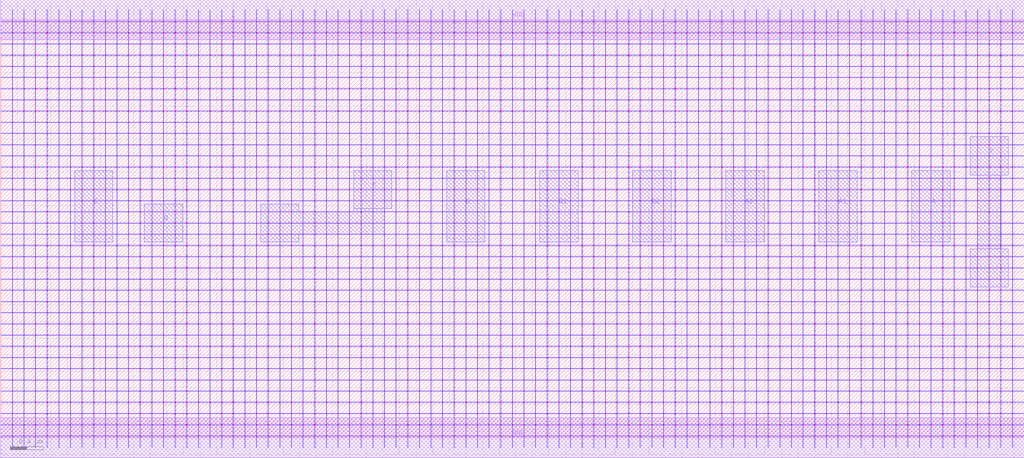
<source format=lef>
MACRO AAOAOI33111_DEBUG
 CLASS CORE ;
 FOREIGN AAOAOI33111_DEBUG 0 0 ;
 SIZE 12.32 BY 5.04 ;
 ORIGIN 0 0 ;
 SYMMETRY X Y R90 ;
 SITE unit ;
  PIN VDD
   DIRECTION INOUT ;
   USE SIGNAL ;
   SHAPE ABUTMENT ;
    PORT
     CLASS CORE ;
       LAYER met1 ;
        RECT 0.00000000 4.80000000 12.32000000 5.28000000 ;
    END
  END VDD

  PIN GND
   DIRECTION INOUT ;
   USE SIGNAL ;
   SHAPE ABUTMENT ;
    PORT
     CLASS CORE ;
       LAYER met1 ;
        RECT 0.00000000 -0.24000000 12.32000000 0.24000000 ;
    END
  END GND

  PIN Y
   DIRECTION INOUT ;
   USE SIGNAL ;
   SHAPE ABUTMENT ;
    PORT
     CLASS CORE ;
       LAYER met2 ;
        RECT 11.67000000 1.81700000 12.13000000 2.27700000 ;
        RECT 11.76000000 2.27700000 12.04000000 3.16700000 ;
        RECT 11.67000000 3.16700000 12.13000000 3.62700000 ;
    END
  END Y

  PIN B2
   DIRECTION INOUT ;
   USE SIGNAL ;
   SHAPE ABUTMENT ;
    PORT
     CLASS CORE ;
       LAYER met2 ;
        RECT 7.61000000 2.35700000 8.07000000 3.22200000 ;
    END
  END B2

  PIN A1
   DIRECTION INOUT ;
   USE SIGNAL ;
   SHAPE ABUTMENT ;
    PORT
     CLASS CORE ;
       LAYER met2 ;
        RECT 9.85000000 2.35700000 10.31000000 3.22200000 ;
    END
  END A1

  PIN A
   DIRECTION INOUT ;
   USE SIGNAL ;
   SHAPE ABUTMENT ;
    PORT
     CLASS CORE ;
       LAYER met2 ;
        RECT 10.97000000 2.35700000 11.43000000 3.22200000 ;
    END
  END A

  PIN C
   DIRECTION INOUT ;
   USE SIGNAL ;
   SHAPE ABUTMENT ;
    PORT
     CLASS CORE ;
       LAYER met2 ;
        RECT 3.13000000 2.35700000 3.59000000 2.44700000 ;
        RECT 3.13000000 2.44700000 4.62000000 2.72700000 ;
        RECT 4.25000000 2.72700000 4.62000000 2.76200000 ;
        RECT 3.13000000 2.72700000 3.59000000 2.81700000 ;
        RECT 4.25000000 2.76200000 4.71000000 3.22200000 ;
    END
  END C

  PIN A2
   DIRECTION INOUT ;
   USE SIGNAL ;
   SHAPE ABUTMENT ;
    PORT
     CLASS CORE ;
       LAYER met2 ;
        RECT 8.73000000 2.35700000 9.19000000 3.22200000 ;
    END
  END A2

  PIN B
   DIRECTION INOUT ;
   USE SIGNAL ;
   SHAPE ABUTMENT ;
    PORT
     CLASS CORE ;
       LAYER met2 ;
        RECT 5.37000000 2.35700000 5.83000000 3.22200000 ;
    END
  END B

  PIN B1
   DIRECTION INOUT ;
   USE SIGNAL ;
   SHAPE ABUTMENT ;
    PORT
     CLASS CORE ;
       LAYER met2 ;
        RECT 6.49000000 2.35700000 6.95000000 3.22200000 ;
    END
  END B1

  PIN E
   DIRECTION INOUT ;
   USE SIGNAL ;
   SHAPE ABUTMENT ;
    PORT
     CLASS CORE ;
       LAYER met2 ;
        RECT 0.89000000 2.35700000 1.35000000 3.22200000 ;
    END
  END E

  PIN D
   DIRECTION INOUT ;
   USE SIGNAL ;
   SHAPE ABUTMENT ;
    PORT
     CLASS CORE ;
       LAYER met2 ;
        RECT 1.73000000 2.35700000 2.19000000 2.81700000 ;
    END
  END D

 OBS
    LAYER polycont ;
     RECT 1.11600000 2.58300000 1.12400000 2.59100000 ;
     RECT 2.23600000 2.58300000 2.24400000 2.59100000 ;
     RECT 3.35600000 2.58300000 3.36400000 2.59100000 ;
     RECT 5.59600000 2.58300000 5.60400000 2.59100000 ;
     RECT 6.71600000 2.58300000 6.72400000 2.59100000 ;
     RECT 7.83600000 2.58300000 7.84400000 2.59100000 ;
     RECT 8.95600000 2.58300000 8.96400000 2.59100000 ;
     RECT 10.07600000 2.58300000 10.08400000 2.59100000 ;
     RECT 11.19600000 2.58300000 11.20400000 2.59100000 ;
     RECT 1.11600000 2.98800000 1.12400000 2.99600000 ;
     RECT 2.23600000 2.98800000 2.24400000 2.99600000 ;
     RECT 4.47600000 2.98800000 4.48400000 2.99600000 ;
     RECT 5.59600000 2.98800000 5.60400000 2.99600000 ;
     RECT 6.71600000 2.98800000 6.72400000 2.99600000 ;
     RECT 7.83600000 2.98800000 7.84400000 2.99600000 ;
     RECT 8.95600000 2.98800000 8.96400000 2.99600000 ;
     RECT 10.07600000 2.98800000 10.08400000 2.99600000 ;
     RECT 11.19600000 2.98800000 11.20400000 2.99600000 ;

    LAYER pdiffc ;
     RECT 0.41600000 3.39300000 0.42400000 3.40100000 ;
     RECT 2.93600000 3.39300000 2.94400000 3.40100000 ;
     RECT 3.77600000 3.39300000 3.78400000 3.40100000 ;
     RECT 11.89600000 3.39300000 11.90400000 3.40100000 ;
     RECT 0.41600000 3.52800000 0.42400000 3.53600000 ;
     RECT 2.93600000 3.52800000 2.94400000 3.53600000 ;
     RECT 3.77600000 3.52800000 3.78400000 3.53600000 ;
     RECT 11.89600000 3.52800000 11.90400000 3.53600000 ;
     RECT 0.41600000 3.66300000 0.42400000 3.67100000 ;
     RECT 2.93600000 3.66300000 2.94400000 3.67100000 ;
     RECT 3.77600000 3.66300000 3.78400000 3.67100000 ;
     RECT 11.89600000 3.66300000 11.90400000 3.67100000 ;
     RECT 0.41600000 3.79800000 0.42400000 3.80600000 ;
     RECT 2.93600000 3.79800000 2.94400000 3.80600000 ;
     RECT 3.77600000 3.79800000 3.78400000 3.80600000 ;
     RECT 11.89600000 3.79800000 11.90400000 3.80600000 ;
     RECT 0.41600000 3.93300000 0.42400000 3.94100000 ;
     RECT 2.93600000 3.93300000 2.94400000 3.94100000 ;
     RECT 3.77600000 3.93300000 3.78400000 3.94100000 ;
     RECT 11.89600000 3.93300000 11.90400000 3.94100000 ;
     RECT 0.41600000 4.06800000 0.42400000 4.07600000 ;
     RECT 2.93600000 4.06800000 2.94400000 4.07600000 ;
     RECT 3.77600000 4.06800000 3.78400000 4.07600000 ;
     RECT 11.89600000 4.06800000 11.90400000 4.07600000 ;
     RECT 0.41600000 4.20300000 0.42400000 4.21100000 ;
     RECT 2.93600000 4.20300000 2.94400000 4.21100000 ;
     RECT 3.77600000 4.20300000 3.78400000 4.21100000 ;
     RECT 11.89600000 4.20300000 11.90400000 4.21100000 ;
     RECT 0.41600000 4.33800000 0.42400000 4.34600000 ;
     RECT 2.93600000 4.33800000 2.94400000 4.34600000 ;
     RECT 3.77600000 4.33800000 3.78400000 4.34600000 ;
     RECT 11.89600000 4.33800000 11.90400000 4.34600000 ;
     RECT 0.41600000 4.47300000 0.42400000 4.48100000 ;
     RECT 2.93600000 4.47300000 2.94400000 4.48100000 ;
     RECT 3.77600000 4.47300000 3.78400000 4.48100000 ;
     RECT 11.89600000 4.47300000 11.90400000 4.48100000 ;
     RECT 0.41600000 4.60800000 0.42400000 4.61600000 ;
     RECT 2.93600000 4.60800000 2.94400000 4.61600000 ;
     RECT 3.77600000 4.60800000 3.78400000 4.61600000 ;
     RECT 11.89600000 4.60800000 11.90400000 4.61600000 ;

    LAYER ndiffc ;
     RECT 6.15600000 0.42300000 6.16400000 0.43100000 ;
     RECT 6.15600000 0.55800000 6.16400000 0.56600000 ;
     RECT 6.15600000 0.69300000 6.16400000 0.70100000 ;
     RECT 6.15600000 0.82800000 6.16400000 0.83600000 ;
     RECT 6.15600000 0.96300000 6.16400000 0.97100000 ;
     RECT 6.15600000 1.09800000 6.16400000 1.10600000 ;
     RECT 6.15600000 1.23300000 6.16400000 1.24100000 ;
     RECT 6.15600000 1.36800000 6.16400000 1.37600000 ;
     RECT 6.15600000 1.50300000 6.16400000 1.51100000 ;
     RECT 6.15600000 1.63800000 6.16400000 1.64600000 ;
     RECT 6.15600000 1.77300000 6.16400000 1.78100000 ;
     RECT 6.15600000 1.90800000 6.16400000 1.91600000 ;
     RECT 6.15600000 2.04300000 6.16400000 2.05100000 ;
     RECT 11.89600000 0.55800000 11.90400000 0.56600000 ;
     RECT 8.39600000 0.42300000 8.40400000 0.43100000 ;
     RECT 7.27600000 0.69300000 7.28400000 0.70100000 ;
     RECT 8.39600000 0.69300000 8.40400000 0.70100000 ;
     RECT 9.51600000 0.69300000 9.52400000 0.70100000 ;
     RECT 10.63600000 0.69300000 10.64400000 0.70100000 ;
     RECT 11.75600000 0.69300000 11.76400000 0.70100000 ;
     RECT 11.89600000 0.69300000 11.90400000 0.70100000 ;
     RECT 9.51600000 0.42300000 9.52400000 0.43100000 ;
     RECT 7.27600000 0.82800000 7.28400000 0.83600000 ;
     RECT 8.39600000 0.82800000 8.40400000 0.83600000 ;
     RECT 9.51600000 0.82800000 9.52400000 0.83600000 ;
     RECT 10.63600000 0.82800000 10.64400000 0.83600000 ;
     RECT 11.75600000 0.82800000 11.76400000 0.83600000 ;
     RECT 11.89600000 0.82800000 11.90400000 0.83600000 ;
     RECT 10.63600000 0.42300000 10.64400000 0.43100000 ;
     RECT 7.27600000 0.96300000 7.28400000 0.97100000 ;
     RECT 8.39600000 0.96300000 8.40400000 0.97100000 ;
     RECT 9.51600000 0.96300000 9.52400000 0.97100000 ;
     RECT 10.63600000 0.96300000 10.64400000 0.97100000 ;
     RECT 11.75600000 0.96300000 11.76400000 0.97100000 ;
     RECT 11.89600000 0.96300000 11.90400000 0.97100000 ;
     RECT 11.75600000 0.42300000 11.76400000 0.43100000 ;
     RECT 7.27600000 1.09800000 7.28400000 1.10600000 ;
     RECT 8.39600000 1.09800000 8.40400000 1.10600000 ;
     RECT 9.51600000 1.09800000 9.52400000 1.10600000 ;
     RECT 10.63600000 1.09800000 10.64400000 1.10600000 ;
     RECT 11.75600000 1.09800000 11.76400000 1.10600000 ;
     RECT 11.89600000 1.09800000 11.90400000 1.10600000 ;
     RECT 11.89600000 0.42300000 11.90400000 0.43100000 ;
     RECT 7.27600000 1.23300000 7.28400000 1.24100000 ;
     RECT 8.39600000 1.23300000 8.40400000 1.24100000 ;
     RECT 9.51600000 1.23300000 9.52400000 1.24100000 ;
     RECT 10.63600000 1.23300000 10.64400000 1.24100000 ;
     RECT 11.75600000 1.23300000 11.76400000 1.24100000 ;
     RECT 11.89600000 1.23300000 11.90400000 1.24100000 ;
     RECT 7.27600000 0.42300000 7.28400000 0.43100000 ;
     RECT 7.27600000 1.36800000 7.28400000 1.37600000 ;
     RECT 8.39600000 1.36800000 8.40400000 1.37600000 ;
     RECT 9.51600000 1.36800000 9.52400000 1.37600000 ;
     RECT 10.63600000 1.36800000 10.64400000 1.37600000 ;
     RECT 11.75600000 1.36800000 11.76400000 1.37600000 ;
     RECT 11.89600000 1.36800000 11.90400000 1.37600000 ;
     RECT 7.27600000 0.55800000 7.28400000 0.56600000 ;
     RECT 7.27600000 1.50300000 7.28400000 1.51100000 ;
     RECT 8.39600000 1.50300000 8.40400000 1.51100000 ;
     RECT 9.51600000 1.50300000 9.52400000 1.51100000 ;
     RECT 10.63600000 1.50300000 10.64400000 1.51100000 ;
     RECT 11.75600000 1.50300000 11.76400000 1.51100000 ;
     RECT 11.89600000 1.50300000 11.90400000 1.51100000 ;
     RECT 8.39600000 0.55800000 8.40400000 0.56600000 ;
     RECT 7.27600000 1.63800000 7.28400000 1.64600000 ;
     RECT 8.39600000 1.63800000 8.40400000 1.64600000 ;
     RECT 9.51600000 1.63800000 9.52400000 1.64600000 ;
     RECT 10.63600000 1.63800000 10.64400000 1.64600000 ;
     RECT 11.75600000 1.63800000 11.76400000 1.64600000 ;
     RECT 11.89600000 1.63800000 11.90400000 1.64600000 ;
     RECT 9.51600000 0.55800000 9.52400000 0.56600000 ;
     RECT 7.27600000 1.77300000 7.28400000 1.78100000 ;
     RECT 8.39600000 1.77300000 8.40400000 1.78100000 ;
     RECT 9.51600000 1.77300000 9.52400000 1.78100000 ;
     RECT 10.63600000 1.77300000 10.64400000 1.78100000 ;
     RECT 11.75600000 1.77300000 11.76400000 1.78100000 ;
     RECT 11.89600000 1.77300000 11.90400000 1.78100000 ;
     RECT 10.63600000 0.55800000 10.64400000 0.56600000 ;
     RECT 7.27600000 1.90800000 7.28400000 1.91600000 ;
     RECT 8.39600000 1.90800000 8.40400000 1.91600000 ;
     RECT 9.51600000 1.90800000 9.52400000 1.91600000 ;
     RECT 10.63600000 1.90800000 10.64400000 1.91600000 ;
     RECT 11.75600000 1.90800000 11.76400000 1.91600000 ;
     RECT 11.89600000 1.90800000 11.90400000 1.91600000 ;
     RECT 11.75600000 0.55800000 11.76400000 0.56600000 ;
     RECT 7.27600000 2.04300000 7.28400000 2.05100000 ;
     RECT 8.39600000 2.04300000 8.40400000 2.05100000 ;
     RECT 9.51600000 2.04300000 9.52400000 2.05100000 ;
     RECT 10.63600000 2.04300000 10.64400000 2.05100000 ;
     RECT 11.75600000 2.04300000 11.76400000 2.05100000 ;
     RECT 11.89600000 2.04300000 11.90400000 2.05100000 ;
     RECT 0.55600000 1.23300000 0.56400000 1.24100000 ;
     RECT 1.67600000 1.23300000 1.68400000 1.24100000 ;
     RECT 2.79600000 1.23300000 2.80400000 1.24100000 ;
     RECT 3.91600000 1.23300000 3.92400000 1.24100000 ;
     RECT 4.05600000 1.23300000 4.06400000 1.24100000 ;
     RECT 4.89600000 1.23300000 4.90400000 1.24100000 ;
     RECT 5.03600000 1.23300000 5.04400000 1.24100000 ;
     RECT 0.41600000 1.23300000 0.42400000 1.24100000 ;
     RECT 4.05600000 1.36800000 4.06400000 1.37600000 ;
     RECT 4.89600000 1.36800000 4.90400000 1.37600000 ;
     RECT 5.03600000 1.36800000 5.04400000 1.37600000 ;
     RECT 3.91600000 1.50300000 3.92400000 1.51100000 ;
     RECT 4.05600000 1.50300000 4.06400000 1.51100000 ;
     RECT 4.89600000 1.50300000 4.90400000 1.51100000 ;
     RECT 5.03600000 1.50300000 5.04400000 1.51100000 ;
     RECT 3.91600000 1.63800000 3.92400000 1.64600000 ;
     RECT 4.05600000 1.63800000 4.06400000 1.64600000 ;
     RECT 4.89600000 1.63800000 4.90400000 1.64600000 ;
     RECT 5.03600000 1.63800000 5.04400000 1.64600000 ;
     RECT 3.91600000 1.77300000 3.92400000 1.78100000 ;
     RECT 4.05600000 1.77300000 4.06400000 1.78100000 ;
     RECT 4.89600000 1.77300000 4.90400000 1.78100000 ;
     RECT 5.03600000 1.77300000 5.04400000 1.78100000 ;
     RECT 3.91600000 1.90800000 3.92400000 1.91600000 ;
     RECT 4.05600000 1.90800000 4.06400000 1.91600000 ;
     RECT 4.89600000 1.90800000 4.90400000 1.91600000 ;
     RECT 5.03600000 1.90800000 5.04400000 1.91600000 ;
     RECT 3.91600000 2.04300000 3.92400000 2.05100000 ;
     RECT 4.05600000 2.04300000 4.06400000 2.05100000 ;
     RECT 4.89600000 2.04300000 4.90400000 2.05100000 ;
     RECT 5.03600000 2.04300000 5.04400000 2.05100000 ;
     RECT 3.91600000 1.36800000 3.92400000 1.37600000 ;
     RECT 0.55600000 1.77300000 0.56400000 1.78100000 ;
     RECT 1.67600000 1.77300000 1.68400000 1.78100000 ;
     RECT 2.79600000 1.77300000 2.80400000 1.78100000 ;
     RECT 0.41600000 1.36800000 0.42400000 1.37600000 ;
     RECT 0.55600000 1.36800000 0.56400000 1.37600000 ;
     RECT 1.67600000 1.36800000 1.68400000 1.37600000 ;
     RECT 2.79600000 1.36800000 2.80400000 1.37600000 ;
     RECT 0.41600000 1.90800000 0.42400000 1.91600000 ;
     RECT 0.55600000 1.90800000 0.56400000 1.91600000 ;
     RECT 1.67600000 1.90800000 1.68400000 1.91600000 ;
     RECT 2.79600000 1.90800000 2.80400000 1.91600000 ;
     RECT 0.41600000 1.63800000 0.42400000 1.64600000 ;
     RECT 0.55600000 1.63800000 0.56400000 1.64600000 ;
     RECT 1.67600000 1.63800000 1.68400000 1.64600000 ;
     RECT 2.79600000 1.63800000 2.80400000 1.64600000 ;
     RECT 0.41600000 2.04300000 0.42400000 2.05100000 ;
     RECT 0.55600000 2.04300000 0.56400000 2.05100000 ;
     RECT 1.67600000 2.04300000 1.68400000 2.05100000 ;
     RECT 2.79600000 2.04300000 2.80400000 2.05100000 ;
     RECT 0.41600000 1.50300000 0.42400000 1.51100000 ;
     RECT 0.55600000 1.50300000 0.56400000 1.51100000 ;
     RECT 1.67600000 1.50300000 1.68400000 1.51100000 ;
     RECT 2.79600000 1.50300000 2.80400000 1.51100000 ;
     RECT 0.41600000 1.77300000 0.42400000 1.78100000 ;
     RECT 0.41600000 1.09800000 0.42400000 1.10600000 ;
     RECT 0.55600000 1.09800000 0.56400000 1.10600000 ;
     RECT 2.79600000 0.55800000 2.80400000 0.56600000 ;
     RECT 0.41600000 0.42300000 0.42400000 0.43100000 ;
     RECT 0.55600000 0.42300000 0.56400000 0.43100000 ;
     RECT 1.67600000 0.42300000 1.68400000 0.43100000 ;
     RECT 2.79600000 0.96300000 2.80400000 0.97100000 ;
     RECT 2.79600000 0.42300000 2.80400000 0.43100000 ;
     RECT 0.41600000 0.96300000 0.42400000 0.97100000 ;
     RECT 0.55600000 0.96300000 0.56400000 0.97100000 ;
     RECT 1.67600000 1.09800000 1.68400000 1.10600000 ;
     RECT 2.79600000 1.09800000 2.80400000 1.10600000 ;
     RECT 1.67600000 0.96300000 1.68400000 0.97100000 ;
     RECT 0.41600000 0.82800000 0.42400000 0.83600000 ;
     RECT 0.55600000 0.82800000 0.56400000 0.83600000 ;
     RECT 1.67600000 0.82800000 1.68400000 0.83600000 ;
     RECT 2.79600000 0.82800000 2.80400000 0.83600000 ;
     RECT 0.41600000 0.69300000 0.42400000 0.70100000 ;
     RECT 0.55600000 0.69300000 0.56400000 0.70100000 ;
     RECT 1.67600000 0.69300000 1.68400000 0.70100000 ;
     RECT 0.41600000 0.55800000 0.42400000 0.56600000 ;
     RECT 0.55600000 0.55800000 0.56400000 0.56600000 ;
     RECT 1.67600000 0.55800000 1.68400000 0.56600000 ;
     RECT 2.79600000 0.69300000 2.80400000 0.70100000 ;
     RECT 3.91600000 0.82800000 3.92400000 0.83600000 ;
     RECT 4.05600000 0.82800000 4.06400000 0.83600000 ;
     RECT 4.89600000 0.82800000 4.90400000 0.83600000 ;
     RECT 5.03600000 0.82800000 5.04400000 0.83600000 ;
     RECT 3.91600000 1.09800000 3.92400000 1.10600000 ;
     RECT 4.05600000 1.09800000 4.06400000 1.10600000 ;
     RECT 4.89600000 1.09800000 4.90400000 1.10600000 ;
     RECT 5.03600000 1.09800000 5.04400000 1.10600000 ;
     RECT 4.05600000 0.69300000 4.06400000 0.70100000 ;
     RECT 3.91600000 0.96300000 3.92400000 0.97100000 ;
     RECT 4.05600000 0.96300000 4.06400000 0.97100000 ;
     RECT 4.89600000 0.96300000 4.90400000 0.97100000 ;
     RECT 3.91600000 0.69300000 3.92400000 0.70100000 ;
     RECT 5.03600000 0.96300000 5.04400000 0.97100000 ;
     RECT 3.91600000 0.42300000 3.92400000 0.43100000 ;
     RECT 4.05600000 0.42300000 4.06400000 0.43100000 ;
     RECT 4.89600000 0.55800000 4.90400000 0.56600000 ;
     RECT 4.89600000 0.69300000 4.90400000 0.70100000 ;
     RECT 5.03600000 0.69300000 5.04400000 0.70100000 ;
     RECT 4.89600000 0.42300000 4.90400000 0.43100000 ;
     RECT 5.03600000 0.55800000 5.04400000 0.56600000 ;
     RECT 5.03600000 0.42300000 5.04400000 0.43100000 ;
     RECT 3.91600000 0.55800000 3.92400000 0.56600000 ;
     RECT 4.05600000 0.55800000 4.06400000 0.56600000 ;

    LAYER met1 ;
     RECT 0.00000000 -0.24000000 12.32000000 0.24000000 ;
     RECT 6.15600000 0.24000000 6.16400000 0.28800000 ;
     RECT 0.02500000 0.28800000 12.29500000 0.29600000 ;
     RECT 6.15600000 0.29600000 6.16400000 0.42300000 ;
     RECT 0.02500000 0.42300000 12.29500000 0.43100000 ;
     RECT 6.15600000 0.43100000 6.16400000 0.55800000 ;
     RECT 0.02500000 0.55800000 12.29500000 0.56600000 ;
     RECT 6.15600000 0.56600000 6.16400000 0.69300000 ;
     RECT 0.02500000 0.69300000 12.29500000 0.70100000 ;
     RECT 6.15600000 0.70100000 6.16400000 0.82800000 ;
     RECT 0.02500000 0.82800000 12.29500000 0.83600000 ;
     RECT 6.15600000 0.83600000 6.16400000 0.96300000 ;
     RECT 0.02500000 0.96300000 12.29500000 0.97100000 ;
     RECT 6.15600000 0.97100000 6.16400000 1.09800000 ;
     RECT 0.02500000 1.09800000 12.29500000 1.10600000 ;
     RECT 6.15600000 1.10600000 6.16400000 1.23300000 ;
     RECT 0.02500000 1.23300000 12.29500000 1.24100000 ;
     RECT 6.15600000 1.24100000 6.16400000 1.36800000 ;
     RECT 0.02500000 1.36800000 12.29500000 1.37600000 ;
     RECT 6.15600000 1.37600000 6.16400000 1.50300000 ;
     RECT 0.02500000 1.50300000 12.29500000 1.51100000 ;
     RECT 6.15600000 1.51100000 6.16400000 1.63800000 ;
     RECT 0.02500000 1.63800000 12.29500000 1.64600000 ;
     RECT 6.15600000 1.64600000 6.16400000 1.77300000 ;
     RECT 0.02500000 1.77300000 12.29500000 1.78100000 ;
     RECT 6.15600000 1.78100000 6.16400000 1.90800000 ;
     RECT 0.02500000 1.90800000 12.29500000 1.91600000 ;
     RECT 6.15600000 1.91600000 6.16400000 2.04300000 ;
     RECT 0.02500000 2.04300000 12.29500000 2.05100000 ;
     RECT 6.15600000 2.05100000 6.16400000 2.17800000 ;
     RECT 0.02500000 2.17800000 12.29500000 2.18600000 ;
     RECT 6.15600000 2.18600000 6.16400000 2.31300000 ;
     RECT 0.02500000 2.31300000 12.29500000 2.32100000 ;
     RECT 6.15600000 2.32100000 6.16400000 2.44800000 ;
     RECT 0.02500000 2.44800000 12.29500000 2.45600000 ;
     RECT 0.13600000 2.45600000 0.14400000 2.58300000 ;
     RECT 0.27600000 2.45600000 0.28400000 2.58300000 ;
     RECT 0.41600000 2.45600000 0.42400000 2.58300000 ;
     RECT 0.55600000 2.45600000 0.56400000 2.58300000 ;
     RECT 0.69600000 2.45600000 0.70400000 2.58300000 ;
     RECT 0.83600000 2.45600000 0.84400000 2.58300000 ;
     RECT 0.97600000 2.45600000 0.98400000 2.58300000 ;
     RECT 1.11600000 2.45600000 1.12400000 2.58300000 ;
     RECT 1.25600000 2.45600000 1.26400000 2.58300000 ;
     RECT 1.39600000 2.45600000 1.40400000 2.58300000 ;
     RECT 1.53600000 2.45600000 1.54400000 2.58300000 ;
     RECT 1.67600000 2.45600000 1.68400000 2.58300000 ;
     RECT 1.81600000 2.45600000 1.82400000 2.58300000 ;
     RECT 1.95600000 2.45600000 1.96400000 2.58300000 ;
     RECT 2.09600000 2.45600000 2.10400000 2.58300000 ;
     RECT 2.23600000 2.45600000 2.24400000 2.58300000 ;
     RECT 2.37600000 2.45600000 2.38400000 2.58300000 ;
     RECT 2.51600000 2.45600000 2.52400000 2.58300000 ;
     RECT 2.65600000 2.45600000 2.66400000 2.58300000 ;
     RECT 2.79600000 2.45600000 2.80400000 2.58300000 ;
     RECT 2.93600000 2.45600000 2.94400000 2.58300000 ;
     RECT 3.07600000 2.45600000 3.08400000 2.58300000 ;
     RECT 3.21600000 2.45600000 3.22400000 2.58300000 ;
     RECT 3.35600000 2.45600000 3.36400000 2.58300000 ;
     RECT 3.49600000 2.45600000 3.50400000 2.58300000 ;
     RECT 3.63600000 2.45600000 3.64400000 2.58300000 ;
     RECT 3.77600000 2.45600000 3.78400000 2.58300000 ;
     RECT 3.91600000 2.45600000 3.92400000 2.58300000 ;
     RECT 4.05600000 2.45600000 4.06400000 2.58300000 ;
     RECT 4.19600000 2.45600000 4.20400000 2.58300000 ;
     RECT 4.33600000 2.45600000 4.34400000 2.58300000 ;
     RECT 4.47600000 2.45600000 4.48400000 2.58300000 ;
     RECT 4.61600000 2.45600000 4.62400000 2.58300000 ;
     RECT 4.75600000 2.45600000 4.76400000 2.58300000 ;
     RECT 4.89600000 2.45600000 4.90400000 2.58300000 ;
     RECT 5.03600000 2.45600000 5.04400000 2.58300000 ;
     RECT 5.17600000 2.45600000 5.18400000 2.58300000 ;
     RECT 5.31600000 2.45600000 5.32400000 2.58300000 ;
     RECT 5.45600000 2.45600000 5.46400000 2.58300000 ;
     RECT 5.59600000 2.45600000 5.60400000 2.58300000 ;
     RECT 5.73600000 2.45600000 5.74400000 2.58300000 ;
     RECT 5.87600000 2.45600000 5.88400000 2.58300000 ;
     RECT 6.01600000 2.45600000 6.02400000 2.58300000 ;
     RECT 6.15600000 2.45600000 6.16400000 2.58300000 ;
     RECT 6.29600000 2.45600000 6.30400000 2.58300000 ;
     RECT 6.43600000 2.45600000 6.44400000 2.58300000 ;
     RECT 6.57600000 2.45600000 6.58400000 2.58300000 ;
     RECT 6.71600000 2.45600000 6.72400000 2.58300000 ;
     RECT 6.85600000 2.45600000 6.86400000 2.58300000 ;
     RECT 6.99600000 2.45600000 7.00400000 2.58300000 ;
     RECT 7.13600000 2.45600000 7.14400000 2.58300000 ;
     RECT 7.27600000 2.45600000 7.28400000 2.58300000 ;
     RECT 7.41600000 2.45600000 7.42400000 2.58300000 ;
     RECT 7.55600000 2.45600000 7.56400000 2.58300000 ;
     RECT 7.69600000 2.45600000 7.70400000 2.58300000 ;
     RECT 7.83600000 2.45600000 7.84400000 2.58300000 ;
     RECT 7.97600000 2.45600000 7.98400000 2.58300000 ;
     RECT 8.11600000 2.45600000 8.12400000 2.58300000 ;
     RECT 8.25600000 2.45600000 8.26400000 2.58300000 ;
     RECT 8.39600000 2.45600000 8.40400000 2.58300000 ;
     RECT 8.53600000 2.45600000 8.54400000 2.58300000 ;
     RECT 8.67600000 2.45600000 8.68400000 2.58300000 ;
     RECT 8.81600000 2.45600000 8.82400000 2.58300000 ;
     RECT 8.95600000 2.45600000 8.96400000 2.58300000 ;
     RECT 9.09600000 2.45600000 9.10400000 2.58300000 ;
     RECT 9.23600000 2.45600000 9.24400000 2.58300000 ;
     RECT 9.37600000 2.45600000 9.38400000 2.58300000 ;
     RECT 9.51600000 2.45600000 9.52400000 2.58300000 ;
     RECT 9.65600000 2.45600000 9.66400000 2.58300000 ;
     RECT 9.79600000 2.45600000 9.80400000 2.58300000 ;
     RECT 9.93600000 2.45600000 9.94400000 2.58300000 ;
     RECT 10.07600000 2.45600000 10.08400000 2.58300000 ;
     RECT 10.21600000 2.45600000 10.22400000 2.58300000 ;
     RECT 10.35600000 2.45600000 10.36400000 2.58300000 ;
     RECT 10.49600000 2.45600000 10.50400000 2.58300000 ;
     RECT 10.63600000 2.45600000 10.64400000 2.58300000 ;
     RECT 10.77600000 2.45600000 10.78400000 2.58300000 ;
     RECT 10.91600000 2.45600000 10.92400000 2.58300000 ;
     RECT 11.05600000 2.45600000 11.06400000 2.58300000 ;
     RECT 11.19600000 2.45600000 11.20400000 2.58300000 ;
     RECT 11.33600000 2.45600000 11.34400000 2.58300000 ;
     RECT 11.47600000 2.45600000 11.48400000 2.58300000 ;
     RECT 11.61600000 2.45600000 11.62400000 2.58300000 ;
     RECT 11.75600000 2.45600000 11.76400000 2.58300000 ;
     RECT 11.89600000 2.45600000 11.90400000 2.58300000 ;
     RECT 12.03600000 2.45600000 12.04400000 2.58300000 ;
     RECT 12.17600000 2.45600000 12.18400000 2.58300000 ;
     RECT 0.02500000 2.58300000 12.29500000 2.59100000 ;
     RECT 6.15600000 2.59100000 6.16400000 2.71800000 ;
     RECT 0.02500000 2.71800000 12.29500000 2.72600000 ;
     RECT 6.15600000 2.72600000 6.16400000 2.85300000 ;
     RECT 0.02500000 2.85300000 12.29500000 2.86100000 ;
     RECT 6.15600000 2.86100000 6.16400000 2.98800000 ;
     RECT 0.02500000 2.98800000 12.29500000 2.99600000 ;
     RECT 6.15600000 2.99600000 6.16400000 3.12300000 ;
     RECT 0.02500000 3.12300000 12.29500000 3.13100000 ;
     RECT 6.15600000 3.13100000 6.16400000 3.25800000 ;
     RECT 0.02500000 3.25800000 12.29500000 3.26600000 ;
     RECT 6.15600000 3.26600000 6.16400000 3.39300000 ;
     RECT 0.02500000 3.39300000 12.29500000 3.40100000 ;
     RECT 6.15600000 3.40100000 6.16400000 3.52800000 ;
     RECT 0.02500000 3.52800000 12.29500000 3.53600000 ;
     RECT 6.15600000 3.53600000 6.16400000 3.66300000 ;
     RECT 0.02500000 3.66300000 12.29500000 3.67100000 ;
     RECT 6.15600000 3.67100000 6.16400000 3.79800000 ;
     RECT 0.02500000 3.79800000 12.29500000 3.80600000 ;
     RECT 6.15600000 3.80600000 6.16400000 3.93300000 ;
     RECT 0.02500000 3.93300000 12.29500000 3.94100000 ;
     RECT 6.15600000 3.94100000 6.16400000 4.06800000 ;
     RECT 0.02500000 4.06800000 12.29500000 4.07600000 ;
     RECT 6.15600000 4.07600000 6.16400000 4.20300000 ;
     RECT 0.02500000 4.20300000 12.29500000 4.21100000 ;
     RECT 6.15600000 4.21100000 6.16400000 4.33800000 ;
     RECT 0.02500000 4.33800000 12.29500000 4.34600000 ;
     RECT 6.15600000 4.34600000 6.16400000 4.47300000 ;
     RECT 0.02500000 4.47300000 12.29500000 4.48100000 ;
     RECT 6.15600000 4.48100000 6.16400000 4.60800000 ;
     RECT 0.02500000 4.60800000 12.29500000 4.61600000 ;
     RECT 6.15600000 4.61600000 6.16400000 4.74300000 ;
     RECT 0.02500000 4.74300000 12.29500000 4.75100000 ;
     RECT 6.15600000 4.75100000 6.16400000 4.80000000 ;
     RECT 0.00000000 4.80000000 12.32000000 5.28000000 ;
     RECT 9.23600000 2.72600000 9.24400000 2.85300000 ;
     RECT 9.23600000 2.86100000 9.24400000 2.98800000 ;
     RECT 9.23600000 2.99600000 9.24400000 3.12300000 ;
     RECT 9.23600000 3.13100000 9.24400000 3.25800000 ;
     RECT 9.23600000 3.26600000 9.24400000 3.39300000 ;
     RECT 9.23600000 3.40100000 9.24400000 3.52800000 ;
     RECT 9.23600000 3.53600000 9.24400000 3.66300000 ;
     RECT 9.23600000 3.67100000 9.24400000 3.79800000 ;
     RECT 6.29600000 3.80600000 6.30400000 3.93300000 ;
     RECT 6.43600000 3.80600000 6.44400000 3.93300000 ;
     RECT 6.57600000 3.80600000 6.58400000 3.93300000 ;
     RECT 6.71600000 3.80600000 6.72400000 3.93300000 ;
     RECT 6.85600000 3.80600000 6.86400000 3.93300000 ;
     RECT 6.99600000 3.80600000 7.00400000 3.93300000 ;
     RECT 7.13600000 3.80600000 7.14400000 3.93300000 ;
     RECT 7.27600000 3.80600000 7.28400000 3.93300000 ;
     RECT 7.41600000 3.80600000 7.42400000 3.93300000 ;
     RECT 7.55600000 3.80600000 7.56400000 3.93300000 ;
     RECT 7.69600000 3.80600000 7.70400000 3.93300000 ;
     RECT 7.83600000 3.80600000 7.84400000 3.93300000 ;
     RECT 7.97600000 3.80600000 7.98400000 3.93300000 ;
     RECT 8.11600000 3.80600000 8.12400000 3.93300000 ;
     RECT 8.25600000 3.80600000 8.26400000 3.93300000 ;
     RECT 8.39600000 3.80600000 8.40400000 3.93300000 ;
     RECT 8.53600000 3.80600000 8.54400000 3.93300000 ;
     RECT 8.67600000 3.80600000 8.68400000 3.93300000 ;
     RECT 8.81600000 3.80600000 8.82400000 3.93300000 ;
     RECT 8.95600000 3.80600000 8.96400000 3.93300000 ;
     RECT 9.09600000 3.80600000 9.10400000 3.93300000 ;
     RECT 9.23600000 3.80600000 9.24400000 3.93300000 ;
     RECT 9.37600000 3.80600000 9.38400000 3.93300000 ;
     RECT 9.51600000 3.80600000 9.52400000 3.93300000 ;
     RECT 9.65600000 3.80600000 9.66400000 3.93300000 ;
     RECT 9.79600000 3.80600000 9.80400000 3.93300000 ;
     RECT 9.93600000 3.80600000 9.94400000 3.93300000 ;
     RECT 10.07600000 3.80600000 10.08400000 3.93300000 ;
     RECT 10.21600000 3.80600000 10.22400000 3.93300000 ;
     RECT 10.35600000 3.80600000 10.36400000 3.93300000 ;
     RECT 10.49600000 3.80600000 10.50400000 3.93300000 ;
     RECT 10.63600000 3.80600000 10.64400000 3.93300000 ;
     RECT 10.77600000 3.80600000 10.78400000 3.93300000 ;
     RECT 10.91600000 3.80600000 10.92400000 3.93300000 ;
     RECT 11.05600000 3.80600000 11.06400000 3.93300000 ;
     RECT 11.19600000 3.80600000 11.20400000 3.93300000 ;
     RECT 11.33600000 3.80600000 11.34400000 3.93300000 ;
     RECT 11.47600000 3.80600000 11.48400000 3.93300000 ;
     RECT 11.61600000 3.80600000 11.62400000 3.93300000 ;
     RECT 11.75600000 3.80600000 11.76400000 3.93300000 ;
     RECT 11.89600000 3.80600000 11.90400000 3.93300000 ;
     RECT 12.03600000 3.80600000 12.04400000 3.93300000 ;
     RECT 12.17600000 3.80600000 12.18400000 3.93300000 ;
     RECT 9.23600000 3.94100000 9.24400000 4.06800000 ;
     RECT 9.23600000 2.59100000 9.24400000 2.71800000 ;
     RECT 9.23600000 4.07600000 9.24400000 4.20300000 ;
     RECT 9.23600000 4.21100000 9.24400000 4.33800000 ;
     RECT 9.23600000 4.34600000 9.24400000 4.47300000 ;
     RECT 9.23600000 4.48100000 9.24400000 4.60800000 ;
     RECT 9.23600000 4.61600000 9.24400000 4.74300000 ;
     RECT 9.23600000 4.75100000 9.24400000 4.80000000 ;
     RECT 10.77600000 3.94100000 10.78400000 4.06800000 ;
     RECT 10.77600000 4.07600000 10.78400000 4.20300000 ;
     RECT 10.77600000 4.21100000 10.78400000 4.33800000 ;
     RECT 10.77600000 4.34600000 10.78400000 4.47300000 ;
     RECT 9.37600000 4.48100000 9.38400000 4.60800000 ;
     RECT 9.51600000 4.48100000 9.52400000 4.60800000 ;
     RECT 9.65600000 4.48100000 9.66400000 4.60800000 ;
     RECT 9.79600000 4.48100000 9.80400000 4.60800000 ;
     RECT 9.93600000 4.48100000 9.94400000 4.60800000 ;
     RECT 10.07600000 4.48100000 10.08400000 4.60800000 ;
     RECT 10.21600000 4.48100000 10.22400000 4.60800000 ;
     RECT 10.35600000 4.48100000 10.36400000 4.60800000 ;
     RECT 10.49600000 4.48100000 10.50400000 4.60800000 ;
     RECT 10.63600000 4.48100000 10.64400000 4.60800000 ;
     RECT 10.77600000 4.48100000 10.78400000 4.60800000 ;
     RECT 10.91600000 4.48100000 10.92400000 4.60800000 ;
     RECT 11.05600000 4.48100000 11.06400000 4.60800000 ;
     RECT 11.19600000 4.48100000 11.20400000 4.60800000 ;
     RECT 11.33600000 4.48100000 11.34400000 4.60800000 ;
     RECT 11.47600000 4.48100000 11.48400000 4.60800000 ;
     RECT 11.61600000 4.48100000 11.62400000 4.60800000 ;
     RECT 11.75600000 4.48100000 11.76400000 4.60800000 ;
     RECT 11.89600000 4.48100000 11.90400000 4.60800000 ;
     RECT 12.03600000 4.48100000 12.04400000 4.60800000 ;
     RECT 12.17600000 4.48100000 12.18400000 4.60800000 ;
     RECT 10.77600000 4.61600000 10.78400000 4.74300000 ;
     RECT 10.77600000 4.75100000 10.78400000 4.80000000 ;
     RECT 11.05600000 4.61600000 11.06400000 4.74300000 ;
     RECT 11.19600000 4.61600000 11.20400000 4.74300000 ;
     RECT 11.33600000 4.61600000 11.34400000 4.74300000 ;
     RECT 11.47600000 4.61600000 11.48400000 4.74300000 ;
     RECT 11.61600000 4.61600000 11.62400000 4.74300000 ;
     RECT 11.75600000 4.61600000 11.76400000 4.74300000 ;
     RECT 11.89600000 4.61600000 11.90400000 4.74300000 ;
     RECT 12.03600000 4.61600000 12.04400000 4.74300000 ;
     RECT 12.17600000 4.61600000 12.18400000 4.74300000 ;
     RECT 10.91600000 4.61600000 10.92400000 4.74300000 ;
     RECT 10.91600000 4.75100000 10.92400000 4.80000000 ;
     RECT 11.05600000 4.75100000 11.06400000 4.80000000 ;
     RECT 11.19600000 4.75100000 11.20400000 4.80000000 ;
     RECT 11.33600000 4.75100000 11.34400000 4.80000000 ;
     RECT 11.47600000 4.75100000 11.48400000 4.80000000 ;
     RECT 11.61600000 4.75100000 11.62400000 4.80000000 ;
     RECT 11.75600000 4.75100000 11.76400000 4.80000000 ;
     RECT 11.89600000 4.75100000 11.90400000 4.80000000 ;
     RECT 12.03600000 4.75100000 12.04400000 4.80000000 ;
     RECT 12.17600000 4.75100000 12.18400000 4.80000000 ;
     RECT 9.51600000 4.75100000 9.52400000 4.80000000 ;
     RECT 9.65600000 4.75100000 9.66400000 4.80000000 ;
     RECT 9.79600000 4.75100000 9.80400000 4.80000000 ;
     RECT 9.93600000 4.75100000 9.94400000 4.80000000 ;
     RECT 10.07600000 4.75100000 10.08400000 4.80000000 ;
     RECT 10.21600000 4.75100000 10.22400000 4.80000000 ;
     RECT 10.35600000 4.75100000 10.36400000 4.80000000 ;
     RECT 10.49600000 4.75100000 10.50400000 4.80000000 ;
     RECT 10.63600000 4.75100000 10.64400000 4.80000000 ;
     RECT 9.51600000 4.61600000 9.52400000 4.74300000 ;
     RECT 9.65600000 4.61600000 9.66400000 4.74300000 ;
     RECT 9.79600000 4.61600000 9.80400000 4.74300000 ;
     RECT 9.93600000 4.61600000 9.94400000 4.74300000 ;
     RECT 10.07600000 4.61600000 10.08400000 4.74300000 ;
     RECT 10.21600000 4.61600000 10.22400000 4.74300000 ;
     RECT 10.35600000 4.61600000 10.36400000 4.74300000 ;
     RECT 10.49600000 4.61600000 10.50400000 4.74300000 ;
     RECT 10.63600000 4.61600000 10.64400000 4.74300000 ;
     RECT 9.37600000 4.61600000 9.38400000 4.74300000 ;
     RECT 9.37600000 4.75100000 9.38400000 4.80000000 ;
     RECT 10.63600000 3.94100000 10.64400000 4.06800000 ;
     RECT 9.79600000 3.94100000 9.80400000 4.06800000 ;
     RECT 9.37600000 4.34600000 9.38400000 4.47300000 ;
     RECT 9.51600000 4.34600000 9.52400000 4.47300000 ;
     RECT 9.65600000 4.34600000 9.66400000 4.47300000 ;
     RECT 9.79600000 4.34600000 9.80400000 4.47300000 ;
     RECT 9.93600000 4.34600000 9.94400000 4.47300000 ;
     RECT 10.07600000 4.34600000 10.08400000 4.47300000 ;
     RECT 10.21600000 4.34600000 10.22400000 4.47300000 ;
     RECT 10.35600000 4.34600000 10.36400000 4.47300000 ;
     RECT 10.49600000 4.34600000 10.50400000 4.47300000 ;
     RECT 10.63600000 4.34600000 10.64400000 4.47300000 ;
     RECT 10.35600000 3.94100000 10.36400000 4.06800000 ;
     RECT 9.93600000 3.94100000 9.94400000 4.06800000 ;
     RECT 9.37600000 3.94100000 9.38400000 4.06800000 ;
     RECT 9.51600000 3.94100000 9.52400000 4.06800000 ;
     RECT 9.37600000 4.07600000 9.38400000 4.20300000 ;
     RECT 9.51600000 4.07600000 9.52400000 4.20300000 ;
     RECT 10.21600000 3.94100000 10.22400000 4.06800000 ;
     RECT 9.65600000 4.07600000 9.66400000 4.20300000 ;
     RECT 9.79600000 4.07600000 9.80400000 4.20300000 ;
     RECT 9.93600000 4.07600000 9.94400000 4.20300000 ;
     RECT 10.07600000 4.07600000 10.08400000 4.20300000 ;
     RECT 10.21600000 4.07600000 10.22400000 4.20300000 ;
     RECT 10.35600000 4.07600000 10.36400000 4.20300000 ;
     RECT 10.49600000 4.07600000 10.50400000 4.20300000 ;
     RECT 10.63600000 4.07600000 10.64400000 4.20300000 ;
     RECT 10.49600000 3.94100000 10.50400000 4.06800000 ;
     RECT 9.65600000 3.94100000 9.66400000 4.06800000 ;
     RECT 9.37600000 4.21100000 9.38400000 4.33800000 ;
     RECT 9.51600000 4.21100000 9.52400000 4.33800000 ;
     RECT 9.65600000 4.21100000 9.66400000 4.33800000 ;
     RECT 9.79600000 4.21100000 9.80400000 4.33800000 ;
     RECT 9.93600000 4.21100000 9.94400000 4.33800000 ;
     RECT 10.07600000 4.21100000 10.08400000 4.33800000 ;
     RECT 10.21600000 4.21100000 10.22400000 4.33800000 ;
     RECT 10.07600000 3.94100000 10.08400000 4.06800000 ;
     RECT 10.35600000 4.21100000 10.36400000 4.33800000 ;
     RECT 10.49600000 4.21100000 10.50400000 4.33800000 ;
     RECT 10.63600000 4.21100000 10.64400000 4.33800000 ;
     RECT 11.33600000 3.94100000 11.34400000 4.06800000 ;
     RECT 11.47600000 3.94100000 11.48400000 4.06800000 ;
     RECT 11.61600000 3.94100000 11.62400000 4.06800000 ;
     RECT 11.75600000 3.94100000 11.76400000 4.06800000 ;
     RECT 10.91600000 4.34600000 10.92400000 4.47300000 ;
     RECT 11.05600000 4.34600000 11.06400000 4.47300000 ;
     RECT 11.19600000 4.34600000 11.20400000 4.47300000 ;
     RECT 11.33600000 4.34600000 11.34400000 4.47300000 ;
     RECT 11.47600000 4.34600000 11.48400000 4.47300000 ;
     RECT 11.61600000 4.34600000 11.62400000 4.47300000 ;
     RECT 11.75600000 4.34600000 11.76400000 4.47300000 ;
     RECT 11.89600000 4.34600000 11.90400000 4.47300000 ;
     RECT 12.03600000 4.34600000 12.04400000 4.47300000 ;
     RECT 12.17600000 4.34600000 12.18400000 4.47300000 ;
     RECT 11.89600000 3.94100000 11.90400000 4.06800000 ;
     RECT 12.03600000 3.94100000 12.04400000 4.06800000 ;
     RECT 12.17600000 3.94100000 12.18400000 4.06800000 ;
     RECT 10.91600000 3.94100000 10.92400000 4.06800000 ;
     RECT 11.05600000 3.94100000 11.06400000 4.06800000 ;
     RECT 11.19600000 3.94100000 11.20400000 4.06800000 ;
     RECT 10.91600000 4.07600000 10.92400000 4.20300000 ;
     RECT 11.05600000 4.07600000 11.06400000 4.20300000 ;
     RECT 10.91600000 4.21100000 10.92400000 4.33800000 ;
     RECT 11.05600000 4.21100000 11.06400000 4.33800000 ;
     RECT 11.19600000 4.21100000 11.20400000 4.33800000 ;
     RECT 11.33600000 4.21100000 11.34400000 4.33800000 ;
     RECT 11.47600000 4.21100000 11.48400000 4.33800000 ;
     RECT 11.61600000 4.21100000 11.62400000 4.33800000 ;
     RECT 11.75600000 4.21100000 11.76400000 4.33800000 ;
     RECT 11.89600000 4.21100000 11.90400000 4.33800000 ;
     RECT 12.03600000 4.21100000 12.04400000 4.33800000 ;
     RECT 12.17600000 4.21100000 12.18400000 4.33800000 ;
     RECT 11.19600000 4.07600000 11.20400000 4.20300000 ;
     RECT 11.33600000 4.07600000 11.34400000 4.20300000 ;
     RECT 11.47600000 4.07600000 11.48400000 4.20300000 ;
     RECT 11.61600000 4.07600000 11.62400000 4.20300000 ;
     RECT 11.75600000 4.07600000 11.76400000 4.20300000 ;
     RECT 11.89600000 4.07600000 11.90400000 4.20300000 ;
     RECT 12.03600000 4.07600000 12.04400000 4.20300000 ;
     RECT 12.17600000 4.07600000 12.18400000 4.20300000 ;
     RECT 7.69600000 3.94100000 7.70400000 4.06800000 ;
     RECT 6.29600000 4.48100000 6.30400000 4.60800000 ;
     RECT 6.43600000 4.48100000 6.44400000 4.60800000 ;
     RECT 6.57600000 4.48100000 6.58400000 4.60800000 ;
     RECT 6.71600000 4.48100000 6.72400000 4.60800000 ;
     RECT 6.85600000 4.48100000 6.86400000 4.60800000 ;
     RECT 6.99600000 4.48100000 7.00400000 4.60800000 ;
     RECT 7.13600000 4.48100000 7.14400000 4.60800000 ;
     RECT 7.27600000 4.48100000 7.28400000 4.60800000 ;
     RECT 7.41600000 4.48100000 7.42400000 4.60800000 ;
     RECT 7.55600000 4.48100000 7.56400000 4.60800000 ;
     RECT 7.69600000 4.48100000 7.70400000 4.60800000 ;
     RECT 7.83600000 4.48100000 7.84400000 4.60800000 ;
     RECT 7.97600000 4.48100000 7.98400000 4.60800000 ;
     RECT 8.11600000 4.48100000 8.12400000 4.60800000 ;
     RECT 8.25600000 4.48100000 8.26400000 4.60800000 ;
     RECT 8.39600000 4.48100000 8.40400000 4.60800000 ;
     RECT 8.53600000 4.48100000 8.54400000 4.60800000 ;
     RECT 8.67600000 4.48100000 8.68400000 4.60800000 ;
     RECT 8.81600000 4.48100000 8.82400000 4.60800000 ;
     RECT 8.95600000 4.48100000 8.96400000 4.60800000 ;
     RECT 9.09600000 4.48100000 9.10400000 4.60800000 ;
     RECT 7.69600000 4.21100000 7.70400000 4.33800000 ;
     RECT 7.69600000 4.61600000 7.70400000 4.74300000 ;
     RECT 7.69600000 4.07600000 7.70400000 4.20300000 ;
     RECT 7.69600000 4.75100000 7.70400000 4.80000000 ;
     RECT 7.69600000 4.34600000 7.70400000 4.47300000 ;
     RECT 8.25600000 4.61600000 8.26400000 4.74300000 ;
     RECT 8.39600000 4.61600000 8.40400000 4.74300000 ;
     RECT 8.53600000 4.61600000 8.54400000 4.74300000 ;
     RECT 8.67600000 4.61600000 8.68400000 4.74300000 ;
     RECT 8.81600000 4.61600000 8.82400000 4.74300000 ;
     RECT 8.95600000 4.61600000 8.96400000 4.74300000 ;
     RECT 9.09600000 4.61600000 9.10400000 4.74300000 ;
     RECT 7.83600000 4.61600000 7.84400000 4.74300000 ;
     RECT 7.97600000 4.61600000 7.98400000 4.74300000 ;
     RECT 7.83600000 4.75100000 7.84400000 4.80000000 ;
     RECT 7.97600000 4.75100000 7.98400000 4.80000000 ;
     RECT 8.11600000 4.75100000 8.12400000 4.80000000 ;
     RECT 8.25600000 4.75100000 8.26400000 4.80000000 ;
     RECT 8.39600000 4.75100000 8.40400000 4.80000000 ;
     RECT 8.53600000 4.75100000 8.54400000 4.80000000 ;
     RECT 8.67600000 4.75100000 8.68400000 4.80000000 ;
     RECT 8.81600000 4.75100000 8.82400000 4.80000000 ;
     RECT 8.95600000 4.75100000 8.96400000 4.80000000 ;
     RECT 9.09600000 4.75100000 9.10400000 4.80000000 ;
     RECT 8.11600000 4.61600000 8.12400000 4.74300000 ;
     RECT 6.57600000 4.75100000 6.58400000 4.80000000 ;
     RECT 6.71600000 4.75100000 6.72400000 4.80000000 ;
     RECT 6.85600000 4.75100000 6.86400000 4.80000000 ;
     RECT 6.99600000 4.75100000 7.00400000 4.80000000 ;
     RECT 7.13600000 4.75100000 7.14400000 4.80000000 ;
     RECT 7.27600000 4.75100000 7.28400000 4.80000000 ;
     RECT 7.41600000 4.75100000 7.42400000 4.80000000 ;
     RECT 7.55600000 4.75100000 7.56400000 4.80000000 ;
     RECT 6.57600000 4.61600000 6.58400000 4.74300000 ;
     RECT 6.71600000 4.61600000 6.72400000 4.74300000 ;
     RECT 6.85600000 4.61600000 6.86400000 4.74300000 ;
     RECT 6.99600000 4.61600000 7.00400000 4.74300000 ;
     RECT 7.13600000 4.61600000 7.14400000 4.74300000 ;
     RECT 7.27600000 4.61600000 7.28400000 4.74300000 ;
     RECT 7.41600000 4.61600000 7.42400000 4.74300000 ;
     RECT 7.55600000 4.61600000 7.56400000 4.74300000 ;
     RECT 6.29600000 4.61600000 6.30400000 4.74300000 ;
     RECT 6.43600000 4.61600000 6.44400000 4.74300000 ;
     RECT 6.29600000 4.75100000 6.30400000 4.80000000 ;
     RECT 6.43600000 4.75100000 6.44400000 4.80000000 ;
     RECT 7.55600000 4.07600000 7.56400000 4.20300000 ;
     RECT 6.29600000 4.07600000 6.30400000 4.20300000 ;
     RECT 6.57600000 3.94100000 6.58400000 4.06800000 ;
     RECT 6.71600000 3.94100000 6.72400000 4.06800000 ;
     RECT 6.29600000 4.34600000 6.30400000 4.47300000 ;
     RECT 6.43600000 4.34600000 6.44400000 4.47300000 ;
     RECT 6.57600000 4.34600000 6.58400000 4.47300000 ;
     RECT 6.29600000 4.21100000 6.30400000 4.33800000 ;
     RECT 6.43600000 4.21100000 6.44400000 4.33800000 ;
     RECT 6.57600000 4.21100000 6.58400000 4.33800000 ;
     RECT 6.71600000 4.21100000 6.72400000 4.33800000 ;
     RECT 6.85600000 4.21100000 6.86400000 4.33800000 ;
     RECT 6.99600000 4.21100000 7.00400000 4.33800000 ;
     RECT 7.13600000 4.21100000 7.14400000 4.33800000 ;
     RECT 7.27600000 4.21100000 7.28400000 4.33800000 ;
     RECT 7.41600000 4.21100000 7.42400000 4.33800000 ;
     RECT 7.55600000 4.21100000 7.56400000 4.33800000 ;
     RECT 7.55600000 3.94100000 7.56400000 4.06800000 ;
     RECT 6.43600000 4.07600000 6.44400000 4.20300000 ;
     RECT 6.57600000 4.07600000 6.58400000 4.20300000 ;
     RECT 6.71600000 4.07600000 6.72400000 4.20300000 ;
     RECT 7.41600000 3.94100000 7.42400000 4.06800000 ;
     RECT 6.29600000 3.94100000 6.30400000 4.06800000 ;
     RECT 6.43600000 3.94100000 6.44400000 4.06800000 ;
     RECT 6.85600000 4.07600000 6.86400000 4.20300000 ;
     RECT 6.99600000 4.07600000 7.00400000 4.20300000 ;
     RECT 7.13600000 4.07600000 7.14400000 4.20300000 ;
     RECT 7.27600000 4.07600000 7.28400000 4.20300000 ;
     RECT 6.71600000 4.34600000 6.72400000 4.47300000 ;
     RECT 6.85600000 4.34600000 6.86400000 4.47300000 ;
     RECT 6.99600000 4.34600000 7.00400000 4.47300000 ;
     RECT 7.13600000 4.34600000 7.14400000 4.47300000 ;
     RECT 7.27600000 4.34600000 7.28400000 4.47300000 ;
     RECT 7.41600000 4.34600000 7.42400000 4.47300000 ;
     RECT 7.55600000 4.34600000 7.56400000 4.47300000 ;
     RECT 7.41600000 4.07600000 7.42400000 4.20300000 ;
     RECT 6.85600000 3.94100000 6.86400000 4.06800000 ;
     RECT 6.99600000 3.94100000 7.00400000 4.06800000 ;
     RECT 7.13600000 3.94100000 7.14400000 4.06800000 ;
     RECT 7.27600000 3.94100000 7.28400000 4.06800000 ;
     RECT 9.09600000 4.21100000 9.10400000 4.33800000 ;
     RECT 8.53600000 3.94100000 8.54400000 4.06800000 ;
     RECT 8.67600000 3.94100000 8.68400000 4.06800000 ;
     RECT 8.81600000 3.94100000 8.82400000 4.06800000 ;
     RECT 8.95600000 3.94100000 8.96400000 4.06800000 ;
     RECT 9.09600000 3.94100000 9.10400000 4.06800000 ;
     RECT 7.83600000 3.94100000 7.84400000 4.06800000 ;
     RECT 7.97600000 3.94100000 7.98400000 4.06800000 ;
     RECT 8.11600000 3.94100000 8.12400000 4.06800000 ;
     RECT 8.25600000 3.94100000 8.26400000 4.06800000 ;
     RECT 8.39600000 3.94100000 8.40400000 4.06800000 ;
     RECT 7.83600000 4.21100000 7.84400000 4.33800000 ;
     RECT 7.83600000 4.07600000 7.84400000 4.20300000 ;
     RECT 7.97600000 4.07600000 7.98400000 4.20300000 ;
     RECT 8.11600000 4.07600000 8.12400000 4.20300000 ;
     RECT 8.25600000 4.07600000 8.26400000 4.20300000 ;
     RECT 8.39600000 4.07600000 8.40400000 4.20300000 ;
     RECT 8.53600000 4.07600000 8.54400000 4.20300000 ;
     RECT 8.67600000 4.07600000 8.68400000 4.20300000 ;
     RECT 8.81600000 4.07600000 8.82400000 4.20300000 ;
     RECT 8.95600000 4.07600000 8.96400000 4.20300000 ;
     RECT 9.09600000 4.07600000 9.10400000 4.20300000 ;
     RECT 7.97600000 4.21100000 7.98400000 4.33800000 ;
     RECT 8.11600000 4.21100000 8.12400000 4.33800000 ;
     RECT 8.25600000 4.21100000 8.26400000 4.33800000 ;
     RECT 8.39600000 4.21100000 8.40400000 4.33800000 ;
     RECT 7.83600000 4.34600000 7.84400000 4.47300000 ;
     RECT 7.97600000 4.34600000 7.98400000 4.47300000 ;
     RECT 8.11600000 4.34600000 8.12400000 4.47300000 ;
     RECT 8.25600000 4.34600000 8.26400000 4.47300000 ;
     RECT 8.39600000 4.34600000 8.40400000 4.47300000 ;
     RECT 8.53600000 4.34600000 8.54400000 4.47300000 ;
     RECT 8.67600000 4.34600000 8.68400000 4.47300000 ;
     RECT 8.81600000 4.34600000 8.82400000 4.47300000 ;
     RECT 8.95600000 4.34600000 8.96400000 4.47300000 ;
     RECT 9.09600000 4.34600000 9.10400000 4.47300000 ;
     RECT 8.53600000 4.21100000 8.54400000 4.33800000 ;
     RECT 8.67600000 4.21100000 8.68400000 4.33800000 ;
     RECT 8.81600000 4.21100000 8.82400000 4.33800000 ;
     RECT 8.95600000 4.21100000 8.96400000 4.33800000 ;
     RECT 7.69600000 3.67100000 7.70400000 3.79800000 ;
     RECT 7.69600000 2.72600000 7.70400000 2.85300000 ;
     RECT 7.69600000 2.86100000 7.70400000 2.98800000 ;
     RECT 7.69600000 2.99600000 7.70400000 3.12300000 ;
     RECT 6.29600000 3.13100000 6.30400000 3.25800000 ;
     RECT 6.43600000 3.13100000 6.44400000 3.25800000 ;
     RECT 6.57600000 3.13100000 6.58400000 3.25800000 ;
     RECT 6.71600000 3.13100000 6.72400000 3.25800000 ;
     RECT 6.85600000 3.13100000 6.86400000 3.25800000 ;
     RECT 6.99600000 3.13100000 7.00400000 3.25800000 ;
     RECT 7.13600000 3.13100000 7.14400000 3.25800000 ;
     RECT 7.27600000 3.13100000 7.28400000 3.25800000 ;
     RECT 7.41600000 3.13100000 7.42400000 3.25800000 ;
     RECT 7.55600000 3.13100000 7.56400000 3.25800000 ;
     RECT 7.69600000 3.13100000 7.70400000 3.25800000 ;
     RECT 7.83600000 3.13100000 7.84400000 3.25800000 ;
     RECT 7.97600000 3.13100000 7.98400000 3.25800000 ;
     RECT 8.11600000 3.13100000 8.12400000 3.25800000 ;
     RECT 8.25600000 3.13100000 8.26400000 3.25800000 ;
     RECT 8.39600000 3.13100000 8.40400000 3.25800000 ;
     RECT 8.53600000 3.13100000 8.54400000 3.25800000 ;
     RECT 8.67600000 3.13100000 8.68400000 3.25800000 ;
     RECT 8.81600000 3.13100000 8.82400000 3.25800000 ;
     RECT 8.95600000 3.13100000 8.96400000 3.25800000 ;
     RECT 9.09600000 3.13100000 9.10400000 3.25800000 ;
     RECT 7.69600000 3.26600000 7.70400000 3.39300000 ;
     RECT 7.69600000 2.59100000 7.70400000 2.71800000 ;
     RECT 7.69600000 3.40100000 7.70400000 3.52800000 ;
     RECT 7.69600000 3.53600000 7.70400000 3.66300000 ;
     RECT 8.81600000 3.53600000 8.82400000 3.66300000 ;
     RECT 7.83600000 3.67100000 7.84400000 3.79800000 ;
     RECT 7.97600000 3.67100000 7.98400000 3.79800000 ;
     RECT 8.11600000 3.67100000 8.12400000 3.79800000 ;
     RECT 8.25600000 3.67100000 8.26400000 3.79800000 ;
     RECT 8.39600000 3.67100000 8.40400000 3.79800000 ;
     RECT 8.53600000 3.67100000 8.54400000 3.79800000 ;
     RECT 8.67600000 3.67100000 8.68400000 3.79800000 ;
     RECT 8.81600000 3.67100000 8.82400000 3.79800000 ;
     RECT 8.95600000 3.67100000 8.96400000 3.79800000 ;
     RECT 7.83600000 3.26600000 7.84400000 3.39300000 ;
     RECT 7.97600000 3.26600000 7.98400000 3.39300000 ;
     RECT 8.11600000 3.26600000 8.12400000 3.39300000 ;
     RECT 8.25600000 3.26600000 8.26400000 3.39300000 ;
     RECT 8.39600000 3.26600000 8.40400000 3.39300000 ;
     RECT 8.53600000 3.26600000 8.54400000 3.39300000 ;
     RECT 8.67600000 3.26600000 8.68400000 3.39300000 ;
     RECT 8.81600000 3.26600000 8.82400000 3.39300000 ;
     RECT 8.95600000 3.26600000 8.96400000 3.39300000 ;
     RECT 9.09600000 3.26600000 9.10400000 3.39300000 ;
     RECT 9.09600000 3.67100000 9.10400000 3.79800000 ;
     RECT 8.95600000 3.53600000 8.96400000 3.66300000 ;
     RECT 7.83600000 3.40100000 7.84400000 3.52800000 ;
     RECT 7.97600000 3.40100000 7.98400000 3.52800000 ;
     RECT 8.11600000 3.40100000 8.12400000 3.52800000 ;
     RECT 8.25600000 3.40100000 8.26400000 3.52800000 ;
     RECT 8.39600000 3.40100000 8.40400000 3.52800000 ;
     RECT 8.53600000 3.40100000 8.54400000 3.52800000 ;
     RECT 8.67600000 3.40100000 8.68400000 3.52800000 ;
     RECT 8.81600000 3.40100000 8.82400000 3.52800000 ;
     RECT 8.95600000 3.40100000 8.96400000 3.52800000 ;
     RECT 9.09600000 3.40100000 9.10400000 3.52800000 ;
     RECT 9.09600000 3.53600000 9.10400000 3.66300000 ;
     RECT 7.83600000 3.53600000 7.84400000 3.66300000 ;
     RECT 7.97600000 3.53600000 7.98400000 3.66300000 ;
     RECT 8.11600000 3.53600000 8.12400000 3.66300000 ;
     RECT 8.25600000 3.53600000 8.26400000 3.66300000 ;
     RECT 8.39600000 3.53600000 8.40400000 3.66300000 ;
     RECT 8.53600000 3.53600000 8.54400000 3.66300000 ;
     RECT 8.67600000 3.53600000 8.68400000 3.66300000 ;
     RECT 6.43600000 3.26600000 6.44400000 3.39300000 ;
     RECT 6.29600000 3.40100000 6.30400000 3.52800000 ;
     RECT 6.43600000 3.40100000 6.44400000 3.52800000 ;
     RECT 6.57600000 3.40100000 6.58400000 3.52800000 ;
     RECT 6.71600000 3.40100000 6.72400000 3.52800000 ;
     RECT 6.85600000 3.40100000 6.86400000 3.52800000 ;
     RECT 6.99600000 3.40100000 7.00400000 3.52800000 ;
     RECT 7.13600000 3.40100000 7.14400000 3.52800000 ;
     RECT 7.27600000 3.40100000 7.28400000 3.52800000 ;
     RECT 7.41600000 3.40100000 7.42400000 3.52800000 ;
     RECT 7.55600000 3.40100000 7.56400000 3.52800000 ;
     RECT 6.57600000 3.26600000 6.58400000 3.39300000 ;
     RECT 6.71600000 3.26600000 6.72400000 3.39300000 ;
     RECT 6.85600000 3.26600000 6.86400000 3.39300000 ;
     RECT 6.99600000 3.26600000 7.00400000 3.39300000 ;
     RECT 7.13600000 3.26600000 7.14400000 3.39300000 ;
     RECT 7.27600000 3.26600000 7.28400000 3.39300000 ;
     RECT 7.41600000 3.26600000 7.42400000 3.39300000 ;
     RECT 7.55600000 3.26600000 7.56400000 3.39300000 ;
     RECT 6.99600000 3.67100000 7.00400000 3.79800000 ;
     RECT 7.13600000 3.67100000 7.14400000 3.79800000 ;
     RECT 7.27600000 3.67100000 7.28400000 3.79800000 ;
     RECT 6.29600000 3.53600000 6.30400000 3.66300000 ;
     RECT 6.43600000 3.53600000 6.44400000 3.66300000 ;
     RECT 6.57600000 3.53600000 6.58400000 3.66300000 ;
     RECT 6.71600000 3.53600000 6.72400000 3.66300000 ;
     RECT 6.85600000 3.53600000 6.86400000 3.66300000 ;
     RECT 6.99600000 3.53600000 7.00400000 3.66300000 ;
     RECT 7.13600000 3.53600000 7.14400000 3.66300000 ;
     RECT 7.27600000 3.53600000 7.28400000 3.66300000 ;
     RECT 7.41600000 3.53600000 7.42400000 3.66300000 ;
     RECT 7.55600000 3.53600000 7.56400000 3.66300000 ;
     RECT 7.41600000 3.67100000 7.42400000 3.79800000 ;
     RECT 7.55600000 3.67100000 7.56400000 3.79800000 ;
     RECT 6.29600000 3.67100000 6.30400000 3.79800000 ;
     RECT 6.43600000 3.67100000 6.44400000 3.79800000 ;
     RECT 6.57600000 3.67100000 6.58400000 3.79800000 ;
     RECT 6.71600000 3.67100000 6.72400000 3.79800000 ;
     RECT 6.85600000 3.67100000 6.86400000 3.79800000 ;
     RECT 6.29600000 3.26600000 6.30400000 3.39300000 ;
     RECT 6.43600000 2.86100000 6.44400000 2.98800000 ;
     RECT 6.57600000 2.86100000 6.58400000 2.98800000 ;
     RECT 6.71600000 2.86100000 6.72400000 2.98800000 ;
     RECT 6.85600000 2.86100000 6.86400000 2.98800000 ;
     RECT 6.99600000 2.86100000 7.00400000 2.98800000 ;
     RECT 7.13600000 2.86100000 7.14400000 2.98800000 ;
     RECT 7.27600000 2.86100000 7.28400000 2.98800000 ;
     RECT 7.41600000 2.86100000 7.42400000 2.98800000 ;
     RECT 7.55600000 2.86100000 7.56400000 2.98800000 ;
     RECT 6.99600000 2.72600000 7.00400000 2.85300000 ;
     RECT 6.43600000 2.59100000 6.44400000 2.71800000 ;
     RECT 6.85600000 2.59100000 6.86400000 2.71800000 ;
     RECT 6.99600000 2.59100000 7.00400000 2.71800000 ;
     RECT 6.43600000 2.72600000 6.44400000 2.85300000 ;
     RECT 7.41600000 2.59100000 7.42400000 2.71800000 ;
     RECT 7.55600000 2.59100000 7.56400000 2.71800000 ;
     RECT 6.29600000 2.99600000 6.30400000 3.12300000 ;
     RECT 6.43600000 2.99600000 6.44400000 3.12300000 ;
     RECT 6.57600000 2.99600000 6.58400000 3.12300000 ;
     RECT 6.71600000 2.99600000 6.72400000 3.12300000 ;
     RECT 6.85600000 2.99600000 6.86400000 3.12300000 ;
     RECT 6.71600000 2.72600000 6.72400000 2.85300000 ;
     RECT 6.99600000 2.99600000 7.00400000 3.12300000 ;
     RECT 7.13600000 2.99600000 7.14400000 3.12300000 ;
     RECT 7.27600000 2.99600000 7.28400000 3.12300000 ;
     RECT 7.41600000 2.99600000 7.42400000 3.12300000 ;
     RECT 7.55600000 2.99600000 7.56400000 3.12300000 ;
     RECT 7.13600000 2.72600000 7.14400000 2.85300000 ;
     RECT 6.29600000 2.72600000 6.30400000 2.85300000 ;
     RECT 7.13600000 2.59100000 7.14400000 2.71800000 ;
     RECT 7.27600000 2.59100000 7.28400000 2.71800000 ;
     RECT 7.27600000 2.72600000 7.28400000 2.85300000 ;
     RECT 7.41600000 2.72600000 7.42400000 2.85300000 ;
     RECT 7.55600000 2.72600000 7.56400000 2.85300000 ;
     RECT 6.85600000 2.72600000 6.86400000 2.85300000 ;
     RECT 6.29600000 2.59100000 6.30400000 2.71800000 ;
     RECT 6.57600000 2.59100000 6.58400000 2.71800000 ;
     RECT 6.71600000 2.59100000 6.72400000 2.71800000 ;
     RECT 6.57600000 2.72600000 6.58400000 2.85300000 ;
     RECT 6.29600000 2.86100000 6.30400000 2.98800000 ;
     RECT 7.83600000 2.72600000 7.84400000 2.85300000 ;
     RECT 7.97600000 2.72600000 7.98400000 2.85300000 ;
     RECT 8.11600000 2.72600000 8.12400000 2.85300000 ;
     RECT 8.25600000 2.72600000 8.26400000 2.85300000 ;
     RECT 8.39600000 2.72600000 8.40400000 2.85300000 ;
     RECT 8.53600000 2.72600000 8.54400000 2.85300000 ;
     RECT 8.67600000 2.72600000 8.68400000 2.85300000 ;
     RECT 9.09600000 2.59100000 9.10400000 2.71800000 ;
     RECT 8.81600000 2.72600000 8.82400000 2.85300000 ;
     RECT 8.95600000 2.72600000 8.96400000 2.85300000 ;
     RECT 9.09600000 2.72600000 9.10400000 2.85300000 ;
     RECT 7.83600000 2.99600000 7.84400000 3.12300000 ;
     RECT 7.97600000 2.99600000 7.98400000 3.12300000 ;
     RECT 8.11600000 2.99600000 8.12400000 3.12300000 ;
     RECT 8.25600000 2.99600000 8.26400000 3.12300000 ;
     RECT 8.39600000 2.99600000 8.40400000 3.12300000 ;
     RECT 8.53600000 2.99600000 8.54400000 3.12300000 ;
     RECT 8.67600000 2.99600000 8.68400000 3.12300000 ;
     RECT 8.81600000 2.99600000 8.82400000 3.12300000 ;
     RECT 8.95600000 2.99600000 8.96400000 3.12300000 ;
     RECT 7.97600000 2.59100000 7.98400000 2.71800000 ;
     RECT 8.11600000 2.59100000 8.12400000 2.71800000 ;
     RECT 9.09600000 2.99600000 9.10400000 3.12300000 ;
     RECT 7.83600000 2.86100000 7.84400000 2.98800000 ;
     RECT 7.97600000 2.86100000 7.98400000 2.98800000 ;
     RECT 8.11600000 2.86100000 8.12400000 2.98800000 ;
     RECT 8.25600000 2.86100000 8.26400000 2.98800000 ;
     RECT 8.39600000 2.86100000 8.40400000 2.98800000 ;
     RECT 8.53600000 2.86100000 8.54400000 2.98800000 ;
     RECT 8.67600000 2.86100000 8.68400000 2.98800000 ;
     RECT 8.81600000 2.86100000 8.82400000 2.98800000 ;
     RECT 8.95600000 2.86100000 8.96400000 2.98800000 ;
     RECT 9.09600000 2.86100000 9.10400000 2.98800000 ;
     RECT 8.39600000 2.59100000 8.40400000 2.71800000 ;
     RECT 8.53600000 2.59100000 8.54400000 2.71800000 ;
     RECT 8.67600000 2.59100000 8.68400000 2.71800000 ;
     RECT 8.25600000 2.59100000 8.26400000 2.71800000 ;
     RECT 7.83600000 2.59100000 7.84400000 2.71800000 ;
     RECT 8.81600000 2.59100000 8.82400000 2.71800000 ;
     RECT 8.95600000 2.59100000 8.96400000 2.71800000 ;
     RECT 10.77600000 3.26600000 10.78400000 3.39300000 ;
     RECT 10.77600000 2.99600000 10.78400000 3.12300000 ;
     RECT 10.77600000 3.40100000 10.78400000 3.52800000 ;
     RECT 10.77600000 2.72600000 10.78400000 2.85300000 ;
     RECT 10.77600000 2.86100000 10.78400000 2.98800000 ;
     RECT 10.77600000 3.53600000 10.78400000 3.66300000 ;
     RECT 9.37600000 3.13100000 9.38400000 3.25800000 ;
     RECT 9.51600000 3.13100000 9.52400000 3.25800000 ;
     RECT 9.65600000 3.13100000 9.66400000 3.25800000 ;
     RECT 9.79600000 3.13100000 9.80400000 3.25800000 ;
     RECT 9.93600000 3.13100000 9.94400000 3.25800000 ;
     RECT 10.07600000 3.13100000 10.08400000 3.25800000 ;
     RECT 10.21600000 3.13100000 10.22400000 3.25800000 ;
     RECT 10.35600000 3.13100000 10.36400000 3.25800000 ;
     RECT 10.49600000 3.13100000 10.50400000 3.25800000 ;
     RECT 10.63600000 3.13100000 10.64400000 3.25800000 ;
     RECT 10.77600000 3.13100000 10.78400000 3.25800000 ;
     RECT 10.91600000 3.13100000 10.92400000 3.25800000 ;
     RECT 11.05600000 3.13100000 11.06400000 3.25800000 ;
     RECT 11.19600000 3.13100000 11.20400000 3.25800000 ;
     RECT 11.33600000 3.13100000 11.34400000 3.25800000 ;
     RECT 11.47600000 3.13100000 11.48400000 3.25800000 ;
     RECT 11.61600000 3.13100000 11.62400000 3.25800000 ;
     RECT 11.75600000 3.13100000 11.76400000 3.25800000 ;
     RECT 11.89600000 3.13100000 11.90400000 3.25800000 ;
     RECT 12.03600000 3.13100000 12.04400000 3.25800000 ;
     RECT 12.17600000 3.13100000 12.18400000 3.25800000 ;
     RECT 10.77600000 3.67100000 10.78400000 3.79800000 ;
     RECT 10.77600000 2.59100000 10.78400000 2.71800000 ;
     RECT 12.03600000 3.40100000 12.04400000 3.52800000 ;
     RECT 12.17600000 3.40100000 12.18400000 3.52800000 ;
     RECT 11.61600000 3.67100000 11.62400000 3.79800000 ;
     RECT 11.75600000 3.67100000 11.76400000 3.79800000 ;
     RECT 11.89600000 3.67100000 11.90400000 3.79800000 ;
     RECT 10.91600000 3.53600000 10.92400000 3.66300000 ;
     RECT 11.05600000 3.53600000 11.06400000 3.66300000 ;
     RECT 11.19600000 3.53600000 11.20400000 3.66300000 ;
     RECT 11.33600000 3.53600000 11.34400000 3.66300000 ;
     RECT 11.47600000 3.53600000 11.48400000 3.66300000 ;
     RECT 11.61600000 3.53600000 11.62400000 3.66300000 ;
     RECT 11.75600000 3.53600000 11.76400000 3.66300000 ;
     RECT 11.89600000 3.53600000 11.90400000 3.66300000 ;
     RECT 12.03600000 3.53600000 12.04400000 3.66300000 ;
     RECT 12.17600000 3.53600000 12.18400000 3.66300000 ;
     RECT 12.03600000 3.67100000 12.04400000 3.79800000 ;
     RECT 12.17600000 3.67100000 12.18400000 3.79800000 ;
     RECT 11.19600000 3.67100000 11.20400000 3.79800000 ;
     RECT 10.91600000 3.26600000 10.92400000 3.39300000 ;
     RECT 11.05600000 3.26600000 11.06400000 3.39300000 ;
     RECT 11.19600000 3.26600000 11.20400000 3.39300000 ;
     RECT 11.33600000 3.26600000 11.34400000 3.39300000 ;
     RECT 11.47600000 3.26600000 11.48400000 3.39300000 ;
     RECT 11.61600000 3.26600000 11.62400000 3.39300000 ;
     RECT 11.75600000 3.26600000 11.76400000 3.39300000 ;
     RECT 11.89600000 3.26600000 11.90400000 3.39300000 ;
     RECT 12.03600000 3.26600000 12.04400000 3.39300000 ;
     RECT 12.17600000 3.26600000 12.18400000 3.39300000 ;
     RECT 11.33600000 3.67100000 11.34400000 3.79800000 ;
     RECT 11.47600000 3.67100000 11.48400000 3.79800000 ;
     RECT 10.91600000 3.40100000 10.92400000 3.52800000 ;
     RECT 11.05600000 3.40100000 11.06400000 3.52800000 ;
     RECT 11.19600000 3.40100000 11.20400000 3.52800000 ;
     RECT 11.33600000 3.40100000 11.34400000 3.52800000 ;
     RECT 11.47600000 3.40100000 11.48400000 3.52800000 ;
     RECT 11.61600000 3.40100000 11.62400000 3.52800000 ;
     RECT 11.75600000 3.40100000 11.76400000 3.52800000 ;
     RECT 10.91600000 3.67100000 10.92400000 3.79800000 ;
     RECT 11.05600000 3.67100000 11.06400000 3.79800000 ;
     RECT 11.89600000 3.40100000 11.90400000 3.52800000 ;
     RECT 10.63600000 3.40100000 10.64400000 3.52800000 ;
     RECT 9.65600000 3.26600000 9.66400000 3.39300000 ;
     RECT 9.79600000 3.26600000 9.80400000 3.39300000 ;
     RECT 9.93600000 3.26600000 9.94400000 3.39300000 ;
     RECT 10.07600000 3.26600000 10.08400000 3.39300000 ;
     RECT 10.21600000 3.26600000 10.22400000 3.39300000 ;
     RECT 10.35600000 3.26600000 10.36400000 3.39300000 ;
     RECT 10.49600000 3.26600000 10.50400000 3.39300000 ;
     RECT 10.63600000 3.26600000 10.64400000 3.39300000 ;
     RECT 9.37600000 3.26600000 9.38400000 3.39300000 ;
     RECT 9.51600000 3.26600000 9.52400000 3.39300000 ;
     RECT 9.37600000 3.40100000 9.38400000 3.52800000 ;
     RECT 9.51600000 3.40100000 9.52400000 3.52800000 ;
     RECT 9.65600000 3.40100000 9.66400000 3.52800000 ;
     RECT 9.37600000 3.53600000 9.38400000 3.66300000 ;
     RECT 9.51600000 3.53600000 9.52400000 3.66300000 ;
     RECT 9.65600000 3.53600000 9.66400000 3.66300000 ;
     RECT 9.79600000 3.53600000 9.80400000 3.66300000 ;
     RECT 9.93600000 3.53600000 9.94400000 3.66300000 ;
     RECT 10.07600000 3.53600000 10.08400000 3.66300000 ;
     RECT 10.21600000 3.53600000 10.22400000 3.66300000 ;
     RECT 10.35600000 3.53600000 10.36400000 3.66300000 ;
     RECT 10.49600000 3.53600000 10.50400000 3.66300000 ;
     RECT 10.63600000 3.53600000 10.64400000 3.66300000 ;
     RECT 9.79600000 3.40100000 9.80400000 3.52800000 ;
     RECT 9.93600000 3.40100000 9.94400000 3.52800000 ;
     RECT 9.37600000 3.67100000 9.38400000 3.79800000 ;
     RECT 9.51600000 3.67100000 9.52400000 3.79800000 ;
     RECT 9.65600000 3.67100000 9.66400000 3.79800000 ;
     RECT 9.79600000 3.67100000 9.80400000 3.79800000 ;
     RECT 9.93600000 3.67100000 9.94400000 3.79800000 ;
     RECT 10.07600000 3.67100000 10.08400000 3.79800000 ;
     RECT 10.21600000 3.67100000 10.22400000 3.79800000 ;
     RECT 10.35600000 3.67100000 10.36400000 3.79800000 ;
     RECT 10.49600000 3.67100000 10.50400000 3.79800000 ;
     RECT 10.63600000 3.67100000 10.64400000 3.79800000 ;
     RECT 10.07600000 3.40100000 10.08400000 3.52800000 ;
     RECT 10.21600000 3.40100000 10.22400000 3.52800000 ;
     RECT 10.35600000 3.40100000 10.36400000 3.52800000 ;
     RECT 10.49600000 3.40100000 10.50400000 3.52800000 ;
     RECT 10.35600000 2.59100000 10.36400000 2.71800000 ;
     RECT 10.63600000 2.99600000 10.64400000 3.12300000 ;
     RECT 9.79600000 2.59100000 9.80400000 2.71800000 ;
     RECT 10.35600000 2.72600000 10.36400000 2.85300000 ;
     RECT 9.37600000 2.59100000 9.38400000 2.71800000 ;
     RECT 9.51600000 2.59100000 9.52400000 2.71800000 ;
     RECT 10.49600000 2.72600000 10.50400000 2.85300000 ;
     RECT 10.63600000 2.72600000 10.64400000 2.85300000 ;
     RECT 9.37600000 2.72600000 9.38400000 2.85300000 ;
     RECT 9.37600000 2.86100000 9.38400000 2.98800000 ;
     RECT 9.51600000 2.86100000 9.52400000 2.98800000 ;
     RECT 9.65600000 2.86100000 9.66400000 2.98800000 ;
     RECT 9.79600000 2.86100000 9.80400000 2.98800000 ;
     RECT 9.93600000 2.86100000 9.94400000 2.98800000 ;
     RECT 10.07600000 2.86100000 10.08400000 2.98800000 ;
     RECT 10.21600000 2.86100000 10.22400000 2.98800000 ;
     RECT 10.35600000 2.86100000 10.36400000 2.98800000 ;
     RECT 10.49600000 2.86100000 10.50400000 2.98800000 ;
     RECT 10.63600000 2.86100000 10.64400000 2.98800000 ;
     RECT 9.51600000 2.72600000 9.52400000 2.85300000 ;
     RECT 9.65600000 2.72600000 9.66400000 2.85300000 ;
     RECT 9.65600000 2.59100000 9.66400000 2.71800000 ;
     RECT 9.93600000 2.59100000 9.94400000 2.71800000 ;
     RECT 10.07600000 2.59100000 10.08400000 2.71800000 ;
     RECT 9.79600000 2.72600000 9.80400000 2.85300000 ;
     RECT 9.93600000 2.72600000 9.94400000 2.85300000 ;
     RECT 10.07600000 2.72600000 10.08400000 2.85300000 ;
     RECT 10.21600000 2.72600000 10.22400000 2.85300000 ;
     RECT 9.37600000 2.99600000 9.38400000 3.12300000 ;
     RECT 9.51600000 2.99600000 9.52400000 3.12300000 ;
     RECT 9.65600000 2.99600000 9.66400000 3.12300000 ;
     RECT 9.79600000 2.99600000 9.80400000 3.12300000 ;
     RECT 9.93600000 2.99600000 9.94400000 3.12300000 ;
     RECT 10.07600000 2.99600000 10.08400000 3.12300000 ;
     RECT 10.21600000 2.99600000 10.22400000 3.12300000 ;
     RECT 10.35600000 2.99600000 10.36400000 3.12300000 ;
     RECT 10.49600000 2.99600000 10.50400000 3.12300000 ;
     RECT 10.49600000 2.59100000 10.50400000 2.71800000 ;
     RECT 10.63600000 2.59100000 10.64400000 2.71800000 ;
     RECT 10.21600000 2.59100000 10.22400000 2.71800000 ;
     RECT 11.61600000 2.86100000 11.62400000 2.98800000 ;
     RECT 11.61600000 2.72600000 11.62400000 2.85300000 ;
     RECT 11.75600000 2.72600000 11.76400000 2.85300000 ;
     RECT 11.89600000 2.72600000 11.90400000 2.85300000 ;
     RECT 12.03600000 2.72600000 12.04400000 2.85300000 ;
     RECT 12.17600000 2.72600000 12.18400000 2.85300000 ;
     RECT 11.47600000 2.59100000 11.48400000 2.71800000 ;
     RECT 11.61600000 2.59100000 11.62400000 2.71800000 ;
     RECT 11.75600000 2.59100000 11.76400000 2.71800000 ;
     RECT 11.89600000 2.59100000 11.90400000 2.71800000 ;
     RECT 10.91600000 2.86100000 10.92400000 2.98800000 ;
     RECT 11.05600000 2.86100000 11.06400000 2.98800000 ;
     RECT 11.19600000 2.86100000 11.20400000 2.98800000 ;
     RECT 11.33600000 2.86100000 11.34400000 2.98800000 ;
     RECT 11.47600000 2.86100000 11.48400000 2.98800000 ;
     RECT 12.03600000 2.59100000 12.04400000 2.71800000 ;
     RECT 12.17600000 2.59100000 12.18400000 2.71800000 ;
     RECT 10.91600000 2.59100000 10.92400000 2.71800000 ;
     RECT 11.05600000 2.59100000 11.06400000 2.71800000 ;
     RECT 11.19600000 2.59100000 11.20400000 2.71800000 ;
     RECT 11.33600000 2.59100000 11.34400000 2.71800000 ;
     RECT 12.03600000 2.86100000 12.04400000 2.98800000 ;
     RECT 12.17600000 2.86100000 12.18400000 2.98800000 ;
     RECT 11.33600000 2.72600000 11.34400000 2.85300000 ;
     RECT 11.75600000 2.86100000 11.76400000 2.98800000 ;
     RECT 11.89600000 2.86100000 11.90400000 2.98800000 ;
     RECT 10.91600000 2.99600000 10.92400000 3.12300000 ;
     RECT 11.05600000 2.99600000 11.06400000 3.12300000 ;
     RECT 11.19600000 2.99600000 11.20400000 3.12300000 ;
     RECT 11.33600000 2.99600000 11.34400000 3.12300000 ;
     RECT 12.17600000 2.99600000 12.18400000 3.12300000 ;
     RECT 11.47600000 2.99600000 11.48400000 3.12300000 ;
     RECT 11.61600000 2.99600000 11.62400000 3.12300000 ;
     RECT 11.75600000 2.99600000 11.76400000 3.12300000 ;
     RECT 11.89600000 2.99600000 11.90400000 3.12300000 ;
     RECT 10.91600000 2.72600000 10.92400000 2.85300000 ;
     RECT 11.05600000 2.72600000 11.06400000 2.85300000 ;
     RECT 11.19600000 2.72600000 11.20400000 2.85300000 ;
     RECT 12.03600000 2.99600000 12.04400000 3.12300000 ;
     RECT 11.47600000 2.72600000 11.48400000 2.85300000 ;
     RECT 0.13600000 3.80600000 0.14400000 3.93300000 ;
     RECT 0.27600000 3.80600000 0.28400000 3.93300000 ;
     RECT 0.41600000 3.80600000 0.42400000 3.93300000 ;
     RECT 0.55600000 3.80600000 0.56400000 3.93300000 ;
     RECT 0.69600000 3.80600000 0.70400000 3.93300000 ;
     RECT 0.83600000 3.80600000 0.84400000 3.93300000 ;
     RECT 0.97600000 3.80600000 0.98400000 3.93300000 ;
     RECT 1.11600000 3.80600000 1.12400000 3.93300000 ;
     RECT 1.25600000 3.80600000 1.26400000 3.93300000 ;
     RECT 1.39600000 3.80600000 1.40400000 3.93300000 ;
     RECT 1.53600000 3.80600000 1.54400000 3.93300000 ;
     RECT 1.67600000 3.80600000 1.68400000 3.93300000 ;
     RECT 1.81600000 3.80600000 1.82400000 3.93300000 ;
     RECT 1.95600000 3.80600000 1.96400000 3.93300000 ;
     RECT 2.09600000 3.80600000 2.10400000 3.93300000 ;
     RECT 2.23600000 3.80600000 2.24400000 3.93300000 ;
     RECT 2.37600000 3.80600000 2.38400000 3.93300000 ;
     RECT 2.51600000 3.80600000 2.52400000 3.93300000 ;
     RECT 2.65600000 3.80600000 2.66400000 3.93300000 ;
     RECT 2.79600000 3.80600000 2.80400000 3.93300000 ;
     RECT 2.93600000 3.80600000 2.94400000 3.93300000 ;
     RECT 3.07600000 3.80600000 3.08400000 3.93300000 ;
     RECT 3.21600000 3.80600000 3.22400000 3.93300000 ;
     RECT 3.35600000 3.80600000 3.36400000 3.93300000 ;
     RECT 3.49600000 3.80600000 3.50400000 3.93300000 ;
     RECT 3.63600000 3.80600000 3.64400000 3.93300000 ;
     RECT 3.77600000 3.80600000 3.78400000 3.93300000 ;
     RECT 3.91600000 3.80600000 3.92400000 3.93300000 ;
     RECT 4.05600000 3.80600000 4.06400000 3.93300000 ;
     RECT 4.19600000 3.80600000 4.20400000 3.93300000 ;
     RECT 4.33600000 3.80600000 4.34400000 3.93300000 ;
     RECT 4.47600000 3.80600000 4.48400000 3.93300000 ;
     RECT 4.61600000 3.80600000 4.62400000 3.93300000 ;
     RECT 4.75600000 3.80600000 4.76400000 3.93300000 ;
     RECT 4.89600000 3.80600000 4.90400000 3.93300000 ;
     RECT 5.03600000 3.80600000 5.04400000 3.93300000 ;
     RECT 5.17600000 3.80600000 5.18400000 3.93300000 ;
     RECT 5.31600000 3.80600000 5.32400000 3.93300000 ;
     RECT 5.45600000 3.80600000 5.46400000 3.93300000 ;
     RECT 5.59600000 3.80600000 5.60400000 3.93300000 ;
     RECT 5.73600000 3.80600000 5.74400000 3.93300000 ;
     RECT 5.87600000 3.80600000 5.88400000 3.93300000 ;
     RECT 6.01600000 3.80600000 6.02400000 3.93300000 ;
     RECT 3.07600000 2.86100000 3.08400000 2.98800000 ;
     RECT 3.07600000 3.94100000 3.08400000 4.06800000 ;
     RECT 3.07600000 3.26600000 3.08400000 3.39300000 ;
     RECT 3.07600000 4.07600000 3.08400000 4.20300000 ;
     RECT 3.07600000 2.72600000 3.08400000 2.85300000 ;
     RECT 3.07600000 4.21100000 3.08400000 4.33800000 ;
     RECT 3.07600000 3.40100000 3.08400000 3.52800000 ;
     RECT 3.07600000 4.34600000 3.08400000 4.47300000 ;
     RECT 3.07600000 2.99600000 3.08400000 3.12300000 ;
     RECT 3.07600000 4.48100000 3.08400000 4.60800000 ;
     RECT 3.07600000 3.53600000 3.08400000 3.66300000 ;
     RECT 3.07600000 2.59100000 3.08400000 2.71800000 ;
     RECT 3.07600000 4.61600000 3.08400000 4.74300000 ;
     RECT 3.07600000 4.75100000 3.08400000 4.80000000 ;
     RECT 3.07600000 3.67100000 3.08400000 3.79800000 ;
     RECT 3.07600000 3.13100000 3.08400000 3.25800000 ;
     RECT 4.61600000 4.07600000 4.62400000 4.20300000 ;
     RECT 4.61600000 4.21100000 4.62400000 4.33800000 ;
     RECT 4.61600000 4.34600000 4.62400000 4.47300000 ;
     RECT 3.21600000 4.48100000 3.22400000 4.60800000 ;
     RECT 3.35600000 4.48100000 3.36400000 4.60800000 ;
     RECT 3.49600000 4.48100000 3.50400000 4.60800000 ;
     RECT 3.63600000 4.48100000 3.64400000 4.60800000 ;
     RECT 3.77600000 4.48100000 3.78400000 4.60800000 ;
     RECT 3.91600000 4.48100000 3.92400000 4.60800000 ;
     RECT 4.05600000 4.48100000 4.06400000 4.60800000 ;
     RECT 4.19600000 4.48100000 4.20400000 4.60800000 ;
     RECT 4.33600000 4.48100000 4.34400000 4.60800000 ;
     RECT 4.47600000 4.48100000 4.48400000 4.60800000 ;
     RECT 4.61600000 4.48100000 4.62400000 4.60800000 ;
     RECT 4.75600000 4.48100000 4.76400000 4.60800000 ;
     RECT 4.89600000 4.48100000 4.90400000 4.60800000 ;
     RECT 5.03600000 4.48100000 5.04400000 4.60800000 ;
     RECT 5.17600000 4.48100000 5.18400000 4.60800000 ;
     RECT 5.31600000 4.48100000 5.32400000 4.60800000 ;
     RECT 5.45600000 4.48100000 5.46400000 4.60800000 ;
     RECT 5.59600000 4.48100000 5.60400000 4.60800000 ;
     RECT 5.73600000 4.48100000 5.74400000 4.60800000 ;
     RECT 5.87600000 4.48100000 5.88400000 4.60800000 ;
     RECT 6.01600000 4.48100000 6.02400000 4.60800000 ;
     RECT 4.61600000 3.94100000 4.62400000 4.06800000 ;
     RECT 4.61600000 4.61600000 4.62400000 4.74300000 ;
     RECT 4.61600000 4.75100000 4.62400000 4.80000000 ;
     RECT 4.89600000 4.61600000 4.90400000 4.74300000 ;
     RECT 5.03600000 4.61600000 5.04400000 4.74300000 ;
     RECT 5.17600000 4.61600000 5.18400000 4.74300000 ;
     RECT 5.31600000 4.61600000 5.32400000 4.74300000 ;
     RECT 5.45600000 4.61600000 5.46400000 4.74300000 ;
     RECT 5.59600000 4.61600000 5.60400000 4.74300000 ;
     RECT 5.73600000 4.61600000 5.74400000 4.74300000 ;
     RECT 5.87600000 4.61600000 5.88400000 4.74300000 ;
     RECT 6.01600000 4.61600000 6.02400000 4.74300000 ;
     RECT 4.75600000 4.61600000 4.76400000 4.74300000 ;
     RECT 4.75600000 4.75100000 4.76400000 4.80000000 ;
     RECT 4.89600000 4.75100000 4.90400000 4.80000000 ;
     RECT 5.03600000 4.75100000 5.04400000 4.80000000 ;
     RECT 5.17600000 4.75100000 5.18400000 4.80000000 ;
     RECT 5.31600000 4.75100000 5.32400000 4.80000000 ;
     RECT 5.45600000 4.75100000 5.46400000 4.80000000 ;
     RECT 5.59600000 4.75100000 5.60400000 4.80000000 ;
     RECT 5.73600000 4.75100000 5.74400000 4.80000000 ;
     RECT 5.87600000 4.75100000 5.88400000 4.80000000 ;
     RECT 6.01600000 4.75100000 6.02400000 4.80000000 ;
     RECT 3.35600000 4.75100000 3.36400000 4.80000000 ;
     RECT 3.49600000 4.75100000 3.50400000 4.80000000 ;
     RECT 3.63600000 4.75100000 3.64400000 4.80000000 ;
     RECT 3.77600000 4.75100000 3.78400000 4.80000000 ;
     RECT 3.91600000 4.75100000 3.92400000 4.80000000 ;
     RECT 4.05600000 4.75100000 4.06400000 4.80000000 ;
     RECT 4.19600000 4.75100000 4.20400000 4.80000000 ;
     RECT 4.33600000 4.75100000 4.34400000 4.80000000 ;
     RECT 4.47600000 4.75100000 4.48400000 4.80000000 ;
     RECT 3.35600000 4.61600000 3.36400000 4.74300000 ;
     RECT 3.49600000 4.61600000 3.50400000 4.74300000 ;
     RECT 3.63600000 4.61600000 3.64400000 4.74300000 ;
     RECT 3.77600000 4.61600000 3.78400000 4.74300000 ;
     RECT 3.91600000 4.61600000 3.92400000 4.74300000 ;
     RECT 4.05600000 4.61600000 4.06400000 4.74300000 ;
     RECT 4.19600000 4.61600000 4.20400000 4.74300000 ;
     RECT 4.33600000 4.61600000 4.34400000 4.74300000 ;
     RECT 4.47600000 4.61600000 4.48400000 4.74300000 ;
     RECT 3.21600000 4.61600000 3.22400000 4.74300000 ;
     RECT 3.21600000 4.75100000 3.22400000 4.80000000 ;
     RECT 3.91600000 3.94100000 3.92400000 4.06800000 ;
     RECT 3.21600000 4.34600000 3.22400000 4.47300000 ;
     RECT 3.35600000 4.34600000 3.36400000 4.47300000 ;
     RECT 3.49600000 4.34600000 3.50400000 4.47300000 ;
     RECT 3.63600000 4.34600000 3.64400000 4.47300000 ;
     RECT 3.77600000 4.34600000 3.78400000 4.47300000 ;
     RECT 3.91600000 4.34600000 3.92400000 4.47300000 ;
     RECT 4.05600000 4.34600000 4.06400000 4.47300000 ;
     RECT 4.19600000 4.34600000 4.20400000 4.47300000 ;
     RECT 4.33600000 4.34600000 4.34400000 4.47300000 ;
     RECT 4.47600000 4.34600000 4.48400000 4.47300000 ;
     RECT 3.21600000 4.07600000 3.22400000 4.20300000 ;
     RECT 4.05600000 3.94100000 4.06400000 4.06800000 ;
     RECT 4.19600000 3.94100000 4.20400000 4.06800000 ;
     RECT 3.35600000 4.07600000 3.36400000 4.20300000 ;
     RECT 3.49600000 4.07600000 3.50400000 4.20300000 ;
     RECT 3.63600000 4.07600000 3.64400000 4.20300000 ;
     RECT 3.77600000 4.07600000 3.78400000 4.20300000 ;
     RECT 3.91600000 4.07600000 3.92400000 4.20300000 ;
     RECT 4.05600000 4.07600000 4.06400000 4.20300000 ;
     RECT 4.19600000 4.07600000 4.20400000 4.20300000 ;
     RECT 4.33600000 4.07600000 4.34400000 4.20300000 ;
     RECT 4.47600000 4.07600000 4.48400000 4.20300000 ;
     RECT 3.21600000 3.94100000 3.22400000 4.06800000 ;
     RECT 3.49600000 3.94100000 3.50400000 4.06800000 ;
     RECT 3.63600000 3.94100000 3.64400000 4.06800000 ;
     RECT 3.21600000 4.21100000 3.22400000 4.33800000 ;
     RECT 3.35600000 4.21100000 3.36400000 4.33800000 ;
     RECT 3.49600000 4.21100000 3.50400000 4.33800000 ;
     RECT 3.63600000 4.21100000 3.64400000 4.33800000 ;
     RECT 3.77600000 4.21100000 3.78400000 4.33800000 ;
     RECT 3.91600000 4.21100000 3.92400000 4.33800000 ;
     RECT 4.05600000 4.21100000 4.06400000 4.33800000 ;
     RECT 4.19600000 4.21100000 4.20400000 4.33800000 ;
     RECT 4.33600000 4.21100000 4.34400000 4.33800000 ;
     RECT 4.33600000 3.94100000 4.34400000 4.06800000 ;
     RECT 4.47600000 3.94100000 4.48400000 4.06800000 ;
     RECT 4.47600000 4.21100000 4.48400000 4.33800000 ;
     RECT 3.35600000 3.94100000 3.36400000 4.06800000 ;
     RECT 3.77600000 3.94100000 3.78400000 4.06800000 ;
     RECT 5.31600000 4.34600000 5.32400000 4.47300000 ;
     RECT 5.45600000 4.34600000 5.46400000 4.47300000 ;
     RECT 5.59600000 4.34600000 5.60400000 4.47300000 ;
     RECT 5.73600000 4.34600000 5.74400000 4.47300000 ;
     RECT 5.87600000 4.34600000 5.88400000 4.47300000 ;
     RECT 6.01600000 4.34600000 6.02400000 4.47300000 ;
     RECT 5.03600000 4.07600000 5.04400000 4.20300000 ;
     RECT 5.17600000 4.07600000 5.18400000 4.20300000 ;
     RECT 5.31600000 4.07600000 5.32400000 4.20300000 ;
     RECT 5.45600000 4.07600000 5.46400000 4.20300000 ;
     RECT 4.75600000 4.21100000 4.76400000 4.33800000 ;
     RECT 4.89600000 4.21100000 4.90400000 4.33800000 ;
     RECT 5.03600000 4.21100000 5.04400000 4.33800000 ;
     RECT 5.17600000 4.21100000 5.18400000 4.33800000 ;
     RECT 5.31600000 4.21100000 5.32400000 4.33800000 ;
     RECT 5.45600000 4.21100000 5.46400000 4.33800000 ;
     RECT 4.75600000 3.94100000 4.76400000 4.06800000 ;
     RECT 5.59600000 4.21100000 5.60400000 4.33800000 ;
     RECT 5.73600000 4.21100000 5.74400000 4.33800000 ;
     RECT 5.87600000 4.21100000 5.88400000 4.33800000 ;
     RECT 6.01600000 4.21100000 6.02400000 4.33800000 ;
     RECT 5.59600000 4.07600000 5.60400000 4.20300000 ;
     RECT 5.73600000 4.07600000 5.74400000 4.20300000 ;
     RECT 5.87600000 4.07600000 5.88400000 4.20300000 ;
     RECT 6.01600000 4.07600000 6.02400000 4.20300000 ;
     RECT 6.01600000 3.94100000 6.02400000 4.06800000 ;
     RECT 5.17600000 3.94100000 5.18400000 4.06800000 ;
     RECT 5.31600000 3.94100000 5.32400000 4.06800000 ;
     RECT 5.45600000 3.94100000 5.46400000 4.06800000 ;
     RECT 5.59600000 3.94100000 5.60400000 4.06800000 ;
     RECT 5.73600000 3.94100000 5.74400000 4.06800000 ;
     RECT 5.87600000 3.94100000 5.88400000 4.06800000 ;
     RECT 4.75600000 4.07600000 4.76400000 4.20300000 ;
     RECT 4.89600000 4.07600000 4.90400000 4.20300000 ;
     RECT 4.75600000 4.34600000 4.76400000 4.47300000 ;
     RECT 4.89600000 4.34600000 4.90400000 4.47300000 ;
     RECT 5.03600000 4.34600000 5.04400000 4.47300000 ;
     RECT 5.17600000 4.34600000 5.18400000 4.47300000 ;
     RECT 4.89600000 3.94100000 4.90400000 4.06800000 ;
     RECT 5.03600000 3.94100000 5.04400000 4.06800000 ;
     RECT 0.13600000 4.48100000 0.14400000 4.60800000 ;
     RECT 0.27600000 4.48100000 0.28400000 4.60800000 ;
     RECT 0.41600000 4.48100000 0.42400000 4.60800000 ;
     RECT 0.55600000 4.48100000 0.56400000 4.60800000 ;
     RECT 0.69600000 4.48100000 0.70400000 4.60800000 ;
     RECT 0.83600000 4.48100000 0.84400000 4.60800000 ;
     RECT 0.97600000 4.48100000 0.98400000 4.60800000 ;
     RECT 1.11600000 4.48100000 1.12400000 4.60800000 ;
     RECT 1.25600000 4.48100000 1.26400000 4.60800000 ;
     RECT 1.39600000 4.48100000 1.40400000 4.60800000 ;
     RECT 1.53600000 4.48100000 1.54400000 4.60800000 ;
     RECT 1.67600000 4.48100000 1.68400000 4.60800000 ;
     RECT 1.81600000 4.48100000 1.82400000 4.60800000 ;
     RECT 1.95600000 4.48100000 1.96400000 4.60800000 ;
     RECT 2.09600000 4.48100000 2.10400000 4.60800000 ;
     RECT 2.23600000 4.48100000 2.24400000 4.60800000 ;
     RECT 2.37600000 4.48100000 2.38400000 4.60800000 ;
     RECT 2.51600000 4.48100000 2.52400000 4.60800000 ;
     RECT 2.65600000 4.48100000 2.66400000 4.60800000 ;
     RECT 2.79600000 4.48100000 2.80400000 4.60800000 ;
     RECT 2.93600000 4.48100000 2.94400000 4.60800000 ;
     RECT 1.53600000 4.21100000 1.54400000 4.33800000 ;
     RECT 1.53600000 4.61600000 1.54400000 4.74300000 ;
     RECT 1.53600000 4.07600000 1.54400000 4.20300000 ;
     RECT 1.53600000 4.75100000 1.54400000 4.80000000 ;
     RECT 1.53600000 4.34600000 1.54400000 4.47300000 ;
     RECT 1.53600000 3.94100000 1.54400000 4.06800000 ;
     RECT 2.23600000 4.61600000 2.24400000 4.74300000 ;
     RECT 2.37600000 4.61600000 2.38400000 4.74300000 ;
     RECT 2.51600000 4.61600000 2.52400000 4.74300000 ;
     RECT 2.65600000 4.61600000 2.66400000 4.74300000 ;
     RECT 2.79600000 4.61600000 2.80400000 4.74300000 ;
     RECT 2.93600000 4.61600000 2.94400000 4.74300000 ;
     RECT 1.67600000 4.61600000 1.68400000 4.74300000 ;
     RECT 1.81600000 4.61600000 1.82400000 4.74300000 ;
     RECT 1.67600000 4.75100000 1.68400000 4.80000000 ;
     RECT 1.81600000 4.75100000 1.82400000 4.80000000 ;
     RECT 1.95600000 4.75100000 1.96400000 4.80000000 ;
     RECT 2.09600000 4.75100000 2.10400000 4.80000000 ;
     RECT 2.23600000 4.75100000 2.24400000 4.80000000 ;
     RECT 2.37600000 4.75100000 2.38400000 4.80000000 ;
     RECT 2.51600000 4.75100000 2.52400000 4.80000000 ;
     RECT 2.65600000 4.75100000 2.66400000 4.80000000 ;
     RECT 2.79600000 4.75100000 2.80400000 4.80000000 ;
     RECT 2.93600000 4.75100000 2.94400000 4.80000000 ;
     RECT 1.95600000 4.61600000 1.96400000 4.74300000 ;
     RECT 2.09600000 4.61600000 2.10400000 4.74300000 ;
     RECT 0.55600000 4.75100000 0.56400000 4.80000000 ;
     RECT 0.69600000 4.75100000 0.70400000 4.80000000 ;
     RECT 0.83600000 4.75100000 0.84400000 4.80000000 ;
     RECT 0.97600000 4.75100000 0.98400000 4.80000000 ;
     RECT 1.11600000 4.75100000 1.12400000 4.80000000 ;
     RECT 1.25600000 4.75100000 1.26400000 4.80000000 ;
     RECT 1.39600000 4.75100000 1.40400000 4.80000000 ;
     RECT 0.41600000 4.61600000 0.42400000 4.74300000 ;
     RECT 0.55600000 4.61600000 0.56400000 4.74300000 ;
     RECT 0.69600000 4.61600000 0.70400000 4.74300000 ;
     RECT 0.83600000 4.61600000 0.84400000 4.74300000 ;
     RECT 0.97600000 4.61600000 0.98400000 4.74300000 ;
     RECT 1.11600000 4.61600000 1.12400000 4.74300000 ;
     RECT 1.25600000 4.61600000 1.26400000 4.74300000 ;
     RECT 1.39600000 4.61600000 1.40400000 4.74300000 ;
     RECT 0.13600000 4.61600000 0.14400000 4.74300000 ;
     RECT 0.27600000 4.61600000 0.28400000 4.74300000 ;
     RECT 0.13600000 4.75100000 0.14400000 4.80000000 ;
     RECT 0.27600000 4.75100000 0.28400000 4.80000000 ;
     RECT 0.41600000 4.75100000 0.42400000 4.80000000 ;
     RECT 0.55600000 3.94100000 0.56400000 4.06800000 ;
     RECT 0.69600000 3.94100000 0.70400000 4.06800000 ;
     RECT 0.83600000 3.94100000 0.84400000 4.06800000 ;
     RECT 0.13600000 4.34600000 0.14400000 4.47300000 ;
     RECT 0.27600000 4.34600000 0.28400000 4.47300000 ;
     RECT 0.41600000 4.34600000 0.42400000 4.47300000 ;
     RECT 0.55600000 4.34600000 0.56400000 4.47300000 ;
     RECT 0.69600000 4.34600000 0.70400000 4.47300000 ;
     RECT 0.83600000 4.34600000 0.84400000 4.47300000 ;
     RECT 0.55600000 4.21100000 0.56400000 4.33800000 ;
     RECT 0.13600000 3.94100000 0.14400000 4.06800000 ;
     RECT 0.27600000 3.94100000 0.28400000 4.06800000 ;
     RECT 0.13600000 4.07600000 0.14400000 4.20300000 ;
     RECT 0.27600000 4.07600000 0.28400000 4.20300000 ;
     RECT 0.13600000 4.21100000 0.14400000 4.33800000 ;
     RECT 0.69600000 4.21100000 0.70400000 4.33800000 ;
     RECT 0.83600000 4.21100000 0.84400000 4.33800000 ;
     RECT 0.97600000 4.21100000 0.98400000 4.33800000 ;
     RECT 1.11600000 4.21100000 1.12400000 4.33800000 ;
     RECT 1.25600000 4.21100000 1.26400000 4.33800000 ;
     RECT 1.39600000 4.21100000 1.40400000 4.33800000 ;
     RECT 0.27600000 4.21100000 0.28400000 4.33800000 ;
     RECT 0.41600000 4.07600000 0.42400000 4.20300000 ;
     RECT 0.55600000 4.07600000 0.56400000 4.20300000 ;
     RECT 0.69600000 4.07600000 0.70400000 4.20300000 ;
     RECT 0.83600000 4.07600000 0.84400000 4.20300000 ;
     RECT 0.97600000 4.07600000 0.98400000 4.20300000 ;
     RECT 1.11600000 4.07600000 1.12400000 4.20300000 ;
     RECT 1.25600000 4.07600000 1.26400000 4.20300000 ;
     RECT 1.39600000 4.07600000 1.40400000 4.20300000 ;
     RECT 0.97600000 4.34600000 0.98400000 4.47300000 ;
     RECT 1.11600000 4.34600000 1.12400000 4.47300000 ;
     RECT 1.25600000 4.34600000 1.26400000 4.47300000 ;
     RECT 1.39600000 4.34600000 1.40400000 4.47300000 ;
     RECT 0.41600000 4.21100000 0.42400000 4.33800000 ;
     RECT 0.97600000 3.94100000 0.98400000 4.06800000 ;
     RECT 1.11600000 3.94100000 1.12400000 4.06800000 ;
     RECT 1.25600000 3.94100000 1.26400000 4.06800000 ;
     RECT 1.39600000 3.94100000 1.40400000 4.06800000 ;
     RECT 0.41600000 3.94100000 0.42400000 4.06800000 ;
     RECT 2.65600000 4.21100000 2.66400000 4.33800000 ;
     RECT 1.67600000 4.07600000 1.68400000 4.20300000 ;
     RECT 1.81600000 4.07600000 1.82400000 4.20300000 ;
     RECT 1.95600000 4.07600000 1.96400000 4.20300000 ;
     RECT 2.09600000 4.07600000 2.10400000 4.20300000 ;
     RECT 2.23600000 4.07600000 2.24400000 4.20300000 ;
     RECT 2.37600000 4.07600000 2.38400000 4.20300000 ;
     RECT 2.51600000 4.07600000 2.52400000 4.20300000 ;
     RECT 2.65600000 4.07600000 2.66400000 4.20300000 ;
     RECT 2.79600000 4.07600000 2.80400000 4.20300000 ;
     RECT 2.93600000 4.07600000 2.94400000 4.20300000 ;
     RECT 2.79600000 4.21100000 2.80400000 4.33800000 ;
     RECT 2.93600000 4.21100000 2.94400000 4.33800000 ;
     RECT 2.23600000 3.94100000 2.24400000 4.06800000 ;
     RECT 2.37600000 3.94100000 2.38400000 4.06800000 ;
     RECT 2.51600000 3.94100000 2.52400000 4.06800000 ;
     RECT 2.65600000 3.94100000 2.66400000 4.06800000 ;
     RECT 2.79600000 3.94100000 2.80400000 4.06800000 ;
     RECT 2.93600000 3.94100000 2.94400000 4.06800000 ;
     RECT 1.67600000 4.21100000 1.68400000 4.33800000 ;
     RECT 1.81600000 4.21100000 1.82400000 4.33800000 ;
     RECT 1.67600000 4.34600000 1.68400000 4.47300000 ;
     RECT 1.81600000 4.34600000 1.82400000 4.47300000 ;
     RECT 1.95600000 4.34600000 1.96400000 4.47300000 ;
     RECT 2.09600000 4.34600000 2.10400000 4.47300000 ;
     RECT 2.23600000 4.34600000 2.24400000 4.47300000 ;
     RECT 2.37600000 4.34600000 2.38400000 4.47300000 ;
     RECT 2.51600000 4.34600000 2.52400000 4.47300000 ;
     RECT 2.65600000 4.34600000 2.66400000 4.47300000 ;
     RECT 2.79600000 4.34600000 2.80400000 4.47300000 ;
     RECT 2.93600000 4.34600000 2.94400000 4.47300000 ;
     RECT 1.95600000 4.21100000 1.96400000 4.33800000 ;
     RECT 2.09600000 4.21100000 2.10400000 4.33800000 ;
     RECT 2.23600000 4.21100000 2.24400000 4.33800000 ;
     RECT 2.37600000 4.21100000 2.38400000 4.33800000 ;
     RECT 2.51600000 4.21100000 2.52400000 4.33800000 ;
     RECT 1.67600000 3.94100000 1.68400000 4.06800000 ;
     RECT 1.81600000 3.94100000 1.82400000 4.06800000 ;
     RECT 1.95600000 3.94100000 1.96400000 4.06800000 ;
     RECT 2.09600000 3.94100000 2.10400000 4.06800000 ;
     RECT 1.53600000 2.86100000 1.54400000 2.98800000 ;
     RECT 1.53600000 2.99600000 1.54400000 3.12300000 ;
     RECT 1.53600000 3.26600000 1.54400000 3.39300000 ;
     RECT 0.13600000 3.13100000 0.14400000 3.25800000 ;
     RECT 0.27600000 3.13100000 0.28400000 3.25800000 ;
     RECT 0.41600000 3.13100000 0.42400000 3.25800000 ;
     RECT 0.55600000 3.13100000 0.56400000 3.25800000 ;
     RECT 0.69600000 3.13100000 0.70400000 3.25800000 ;
     RECT 0.83600000 3.13100000 0.84400000 3.25800000 ;
     RECT 0.97600000 3.13100000 0.98400000 3.25800000 ;
     RECT 1.11600000 3.13100000 1.12400000 3.25800000 ;
     RECT 1.53600000 3.67100000 1.54400000 3.79800000 ;
     RECT 1.53600000 3.40100000 1.54400000 3.52800000 ;
     RECT 1.53600000 2.72600000 1.54400000 2.85300000 ;
     RECT 1.53600000 2.59100000 1.54400000 2.71800000 ;
     RECT 1.53600000 3.53600000 1.54400000 3.66300000 ;
     RECT 1.25600000 3.13100000 1.26400000 3.25800000 ;
     RECT 1.39600000 3.13100000 1.40400000 3.25800000 ;
     RECT 1.53600000 3.13100000 1.54400000 3.25800000 ;
     RECT 1.67600000 3.13100000 1.68400000 3.25800000 ;
     RECT 1.81600000 3.13100000 1.82400000 3.25800000 ;
     RECT 1.95600000 3.13100000 1.96400000 3.25800000 ;
     RECT 2.09600000 3.13100000 2.10400000 3.25800000 ;
     RECT 2.23600000 3.13100000 2.24400000 3.25800000 ;
     RECT 2.37600000 3.13100000 2.38400000 3.25800000 ;
     RECT 2.51600000 3.13100000 2.52400000 3.25800000 ;
     RECT 2.65600000 3.13100000 2.66400000 3.25800000 ;
     RECT 2.79600000 3.13100000 2.80400000 3.25800000 ;
     RECT 2.93600000 3.13100000 2.94400000 3.25800000 ;
     RECT 2.09600000 3.40100000 2.10400000 3.52800000 ;
     RECT 2.23600000 3.40100000 2.24400000 3.52800000 ;
     RECT 2.37600000 3.40100000 2.38400000 3.52800000 ;
     RECT 2.51600000 3.40100000 2.52400000 3.52800000 ;
     RECT 2.65600000 3.40100000 2.66400000 3.52800000 ;
     RECT 2.79600000 3.40100000 2.80400000 3.52800000 ;
     RECT 2.93600000 3.40100000 2.94400000 3.52800000 ;
     RECT 2.09600000 3.53600000 2.10400000 3.66300000 ;
     RECT 2.23600000 3.53600000 2.24400000 3.66300000 ;
     RECT 1.67600000 3.67100000 1.68400000 3.79800000 ;
     RECT 1.81600000 3.67100000 1.82400000 3.79800000 ;
     RECT 1.95600000 3.67100000 1.96400000 3.79800000 ;
     RECT 2.09600000 3.67100000 2.10400000 3.79800000 ;
     RECT 2.23600000 3.67100000 2.24400000 3.79800000 ;
     RECT 2.37600000 3.53600000 2.38400000 3.66300000 ;
     RECT 1.67600000 3.40100000 1.68400000 3.52800000 ;
     RECT 2.51600000 3.53600000 2.52400000 3.66300000 ;
     RECT 2.65600000 3.53600000 2.66400000 3.66300000 ;
     RECT 2.79600000 3.53600000 2.80400000 3.66300000 ;
     RECT 1.67600000 3.53600000 1.68400000 3.66300000 ;
     RECT 1.81600000 3.53600000 1.82400000 3.66300000 ;
     RECT 1.95600000 3.53600000 1.96400000 3.66300000 ;
     RECT 2.37600000 3.67100000 2.38400000 3.79800000 ;
     RECT 2.51600000 3.67100000 2.52400000 3.79800000 ;
     RECT 2.65600000 3.67100000 2.66400000 3.79800000 ;
     RECT 2.79600000 3.67100000 2.80400000 3.79800000 ;
     RECT 2.93600000 3.67100000 2.94400000 3.79800000 ;
     RECT 2.93600000 3.53600000 2.94400000 3.66300000 ;
     RECT 1.81600000 3.40100000 1.82400000 3.52800000 ;
     RECT 1.95600000 3.40100000 1.96400000 3.52800000 ;
     RECT 1.67600000 3.26600000 1.68400000 3.39300000 ;
     RECT 1.81600000 3.26600000 1.82400000 3.39300000 ;
     RECT 1.95600000 3.26600000 1.96400000 3.39300000 ;
     RECT 2.09600000 3.26600000 2.10400000 3.39300000 ;
     RECT 2.23600000 3.26600000 2.24400000 3.39300000 ;
     RECT 2.37600000 3.26600000 2.38400000 3.39300000 ;
     RECT 2.51600000 3.26600000 2.52400000 3.39300000 ;
     RECT 2.65600000 3.26600000 2.66400000 3.39300000 ;
     RECT 2.79600000 3.26600000 2.80400000 3.39300000 ;
     RECT 2.93600000 3.26600000 2.94400000 3.39300000 ;
     RECT 0.55600000 3.40100000 0.56400000 3.52800000 ;
     RECT 1.11600000 3.40100000 1.12400000 3.52800000 ;
     RECT 1.25600000 3.40100000 1.26400000 3.52800000 ;
     RECT 1.39600000 3.40100000 1.40400000 3.52800000 ;
     RECT 0.69600000 3.40100000 0.70400000 3.52800000 ;
     RECT 0.83600000 3.40100000 0.84400000 3.52800000 ;
     RECT 0.97600000 3.40100000 0.98400000 3.52800000 ;
     RECT 1.39600000 3.26600000 1.40400000 3.39300000 ;
     RECT 0.13600000 3.53600000 0.14400000 3.66300000 ;
     RECT 0.27600000 3.53600000 0.28400000 3.66300000 ;
     RECT 0.41600000 3.53600000 0.42400000 3.66300000 ;
     RECT 0.55600000 3.53600000 0.56400000 3.66300000 ;
     RECT 0.69600000 3.53600000 0.70400000 3.66300000 ;
     RECT 0.83600000 3.53600000 0.84400000 3.66300000 ;
     RECT 0.97600000 3.53600000 0.98400000 3.66300000 ;
     RECT 1.11600000 3.53600000 1.12400000 3.66300000 ;
     RECT 1.25600000 3.53600000 1.26400000 3.66300000 ;
     RECT 1.39600000 3.53600000 1.40400000 3.66300000 ;
     RECT 0.13600000 3.26600000 0.14400000 3.39300000 ;
     RECT 0.27600000 3.26600000 0.28400000 3.39300000 ;
     RECT 0.41600000 3.26600000 0.42400000 3.39300000 ;
     RECT 0.55600000 3.26600000 0.56400000 3.39300000 ;
     RECT 0.69600000 3.26600000 0.70400000 3.39300000 ;
     RECT 0.83600000 3.26600000 0.84400000 3.39300000 ;
     RECT 0.97600000 3.26600000 0.98400000 3.39300000 ;
     RECT 0.13600000 3.67100000 0.14400000 3.79800000 ;
     RECT 0.27600000 3.67100000 0.28400000 3.79800000 ;
     RECT 0.41600000 3.67100000 0.42400000 3.79800000 ;
     RECT 0.55600000 3.67100000 0.56400000 3.79800000 ;
     RECT 0.69600000 3.67100000 0.70400000 3.79800000 ;
     RECT 0.83600000 3.67100000 0.84400000 3.79800000 ;
     RECT 0.97600000 3.67100000 0.98400000 3.79800000 ;
     RECT 1.11600000 3.67100000 1.12400000 3.79800000 ;
     RECT 1.25600000 3.67100000 1.26400000 3.79800000 ;
     RECT 1.39600000 3.67100000 1.40400000 3.79800000 ;
     RECT 1.11600000 3.26600000 1.12400000 3.39300000 ;
     RECT 1.25600000 3.26600000 1.26400000 3.39300000 ;
     RECT 0.13600000 3.40100000 0.14400000 3.52800000 ;
     RECT 0.27600000 3.40100000 0.28400000 3.52800000 ;
     RECT 0.41600000 3.40100000 0.42400000 3.52800000 ;
     RECT 1.25600000 2.72600000 1.26400000 2.85300000 ;
     RECT 1.39600000 2.72600000 1.40400000 2.85300000 ;
     RECT 0.27600000 2.72600000 0.28400000 2.85300000 ;
     RECT 0.97600000 2.59100000 0.98400000 2.71800000 ;
     RECT 1.11600000 2.59100000 1.12400000 2.71800000 ;
     RECT 1.25600000 2.59100000 1.26400000 2.71800000 ;
     RECT 1.39600000 2.59100000 1.40400000 2.71800000 ;
     RECT 0.13600000 2.86100000 0.14400000 2.98800000 ;
     RECT 0.27600000 2.86100000 0.28400000 2.98800000 ;
     RECT 0.41600000 2.86100000 0.42400000 2.98800000 ;
     RECT 0.55600000 2.86100000 0.56400000 2.98800000 ;
     RECT 1.39600000 2.86100000 1.40400000 2.98800000 ;
     RECT 0.69600000 2.72600000 0.70400000 2.85300000 ;
     RECT 0.69600000 2.86100000 0.70400000 2.98800000 ;
     RECT 0.83600000 2.86100000 0.84400000 2.98800000 ;
     RECT 0.97600000 2.86100000 0.98400000 2.98800000 ;
     RECT 0.83600000 2.72600000 0.84400000 2.85300000 ;
     RECT 0.97600000 2.72600000 0.98400000 2.85300000 ;
     RECT 1.11600000 2.72600000 1.12400000 2.85300000 ;
     RECT 1.11600000 2.86100000 1.12400000 2.98800000 ;
     RECT 0.41600000 2.59100000 0.42400000 2.71800000 ;
     RECT 0.55600000 2.59100000 0.56400000 2.71800000 ;
     RECT 0.69600000 2.59100000 0.70400000 2.71800000 ;
     RECT 0.83600000 2.59100000 0.84400000 2.71800000 ;
     RECT 0.13600000 2.99600000 0.14400000 3.12300000 ;
     RECT 0.27600000 2.99600000 0.28400000 3.12300000 ;
     RECT 0.41600000 2.99600000 0.42400000 3.12300000 ;
     RECT 0.55600000 2.99600000 0.56400000 3.12300000 ;
     RECT 0.69600000 2.99600000 0.70400000 3.12300000 ;
     RECT 0.83600000 2.99600000 0.84400000 3.12300000 ;
     RECT 0.97600000 2.99600000 0.98400000 3.12300000 ;
     RECT 1.11600000 2.99600000 1.12400000 3.12300000 ;
     RECT 1.25600000 2.99600000 1.26400000 3.12300000 ;
     RECT 1.39600000 2.99600000 1.40400000 3.12300000 ;
     RECT 0.41600000 2.72600000 0.42400000 2.85300000 ;
     RECT 0.55600000 2.72600000 0.56400000 2.85300000 ;
     RECT 1.25600000 2.86100000 1.26400000 2.98800000 ;
     RECT 0.13600000 2.59100000 0.14400000 2.71800000 ;
     RECT 0.27600000 2.59100000 0.28400000 2.71800000 ;
     RECT 0.13600000 2.72600000 0.14400000 2.85300000 ;
     RECT 2.09600000 2.86100000 2.10400000 2.98800000 ;
     RECT 2.09600000 2.59100000 2.10400000 2.71800000 ;
     RECT 2.93600000 2.72600000 2.94400000 2.85300000 ;
     RECT 2.23600000 2.86100000 2.24400000 2.98800000 ;
     RECT 1.67600000 2.99600000 1.68400000 3.12300000 ;
     RECT 1.81600000 2.99600000 1.82400000 3.12300000 ;
     RECT 1.95600000 2.99600000 1.96400000 3.12300000 ;
     RECT 2.09600000 2.99600000 2.10400000 3.12300000 ;
     RECT 2.23600000 2.99600000 2.24400000 3.12300000 ;
     RECT 2.37600000 2.99600000 2.38400000 3.12300000 ;
     RECT 2.51600000 2.99600000 2.52400000 3.12300000 ;
     RECT 2.65600000 2.99600000 2.66400000 3.12300000 ;
     RECT 2.79600000 2.99600000 2.80400000 3.12300000 ;
     RECT 2.23600000 2.59100000 2.24400000 2.71800000 ;
     RECT 2.51600000 2.72600000 2.52400000 2.85300000 ;
     RECT 2.65600000 2.72600000 2.66400000 2.85300000 ;
     RECT 2.79600000 2.72600000 2.80400000 2.85300000 ;
     RECT 2.37600000 2.86100000 2.38400000 2.98800000 ;
     RECT 2.51600000 2.86100000 2.52400000 2.98800000 ;
     RECT 2.65600000 2.86100000 2.66400000 2.98800000 ;
     RECT 2.37600000 2.59100000 2.38400000 2.71800000 ;
     RECT 2.51600000 2.59100000 2.52400000 2.71800000 ;
     RECT 2.65600000 2.59100000 2.66400000 2.71800000 ;
     RECT 1.67600000 2.72600000 1.68400000 2.85300000 ;
     RECT 1.81600000 2.72600000 1.82400000 2.85300000 ;
     RECT 2.79600000 2.86100000 2.80400000 2.98800000 ;
     RECT 1.95600000 2.72600000 1.96400000 2.85300000 ;
     RECT 2.09600000 2.72600000 2.10400000 2.85300000 ;
     RECT 2.23600000 2.72600000 2.24400000 2.85300000 ;
     RECT 2.93600000 2.99600000 2.94400000 3.12300000 ;
     RECT 2.37600000 2.72600000 2.38400000 2.85300000 ;
     RECT 2.79600000 2.59100000 2.80400000 2.71800000 ;
     RECT 2.93600000 2.59100000 2.94400000 2.71800000 ;
     RECT 1.81600000 2.86100000 1.82400000 2.98800000 ;
     RECT 1.95600000 2.86100000 1.96400000 2.98800000 ;
     RECT 1.67600000 2.86100000 1.68400000 2.98800000 ;
     RECT 1.67600000 2.59100000 1.68400000 2.71800000 ;
     RECT 1.81600000 2.59100000 1.82400000 2.71800000 ;
     RECT 1.95600000 2.59100000 1.96400000 2.71800000 ;
     RECT 2.93600000 2.86100000 2.94400000 2.98800000 ;
     RECT 4.61600000 2.86100000 4.62400000 2.98800000 ;
     RECT 4.61600000 3.26600000 4.62400000 3.39300000 ;
     RECT 4.61600000 2.99600000 4.62400000 3.12300000 ;
     RECT 4.61600000 2.59100000 4.62400000 2.71800000 ;
     RECT 4.61600000 2.72600000 4.62400000 2.85300000 ;
     RECT 4.61600000 3.40100000 4.62400000 3.52800000 ;
     RECT 5.17600000 3.13100000 5.18400000 3.25800000 ;
     RECT 5.31600000 3.13100000 5.32400000 3.25800000 ;
     RECT 5.45600000 3.13100000 5.46400000 3.25800000 ;
     RECT 5.59600000 3.13100000 5.60400000 3.25800000 ;
     RECT 5.73600000 3.13100000 5.74400000 3.25800000 ;
     RECT 5.87600000 3.13100000 5.88400000 3.25800000 ;
     RECT 6.01600000 3.13100000 6.02400000 3.25800000 ;
     RECT 3.77600000 3.13100000 3.78400000 3.25800000 ;
     RECT 3.91600000 3.13100000 3.92400000 3.25800000 ;
     RECT 4.05600000 3.13100000 4.06400000 3.25800000 ;
     RECT 4.19600000 3.13100000 4.20400000 3.25800000 ;
     RECT 4.33600000 3.13100000 4.34400000 3.25800000 ;
     RECT 4.47600000 3.13100000 4.48400000 3.25800000 ;
     RECT 4.61600000 3.13100000 4.62400000 3.25800000 ;
     RECT 4.75600000 3.13100000 4.76400000 3.25800000 ;
     RECT 4.89600000 3.13100000 4.90400000 3.25800000 ;
     RECT 5.03600000 3.13100000 5.04400000 3.25800000 ;
     RECT 4.61600000 3.67100000 4.62400000 3.79800000 ;
     RECT 4.61600000 3.53600000 4.62400000 3.66300000 ;
     RECT 3.21600000 3.13100000 3.22400000 3.25800000 ;
     RECT 3.35600000 3.13100000 3.36400000 3.25800000 ;
     RECT 3.49600000 3.13100000 3.50400000 3.25800000 ;
     RECT 3.63600000 3.13100000 3.64400000 3.25800000 ;
     RECT 5.45600000 3.26600000 5.46400000 3.39300000 ;
     RECT 5.59600000 3.26600000 5.60400000 3.39300000 ;
     RECT 5.73600000 3.26600000 5.74400000 3.39300000 ;
     RECT 5.03600000 3.26600000 5.04400000 3.39300000 ;
     RECT 4.75600000 3.26600000 4.76400000 3.39300000 ;
     RECT 4.75600000 3.40100000 4.76400000 3.52800000 ;
     RECT 4.89600000 3.40100000 4.90400000 3.52800000 ;
     RECT 5.03600000 3.40100000 5.04400000 3.52800000 ;
     RECT 5.17600000 3.40100000 5.18400000 3.52800000 ;
     RECT 5.31600000 3.40100000 5.32400000 3.52800000 ;
     RECT 5.45600000 3.40100000 5.46400000 3.52800000 ;
     RECT 5.59600000 3.40100000 5.60400000 3.52800000 ;
     RECT 5.73600000 3.40100000 5.74400000 3.52800000 ;
     RECT 5.87600000 3.40100000 5.88400000 3.52800000 ;
     RECT 6.01600000 3.40100000 6.02400000 3.52800000 ;
     RECT 4.75600000 3.67100000 4.76400000 3.79800000 ;
     RECT 4.89600000 3.67100000 4.90400000 3.79800000 ;
     RECT 5.03600000 3.67100000 5.04400000 3.79800000 ;
     RECT 5.17600000 3.67100000 5.18400000 3.79800000 ;
     RECT 5.31600000 3.67100000 5.32400000 3.79800000 ;
     RECT 5.45600000 3.67100000 5.46400000 3.79800000 ;
     RECT 5.59600000 3.67100000 5.60400000 3.79800000 ;
     RECT 5.73600000 3.67100000 5.74400000 3.79800000 ;
     RECT 5.87600000 3.67100000 5.88400000 3.79800000 ;
     RECT 6.01600000 3.67100000 6.02400000 3.79800000 ;
     RECT 5.87600000 3.26600000 5.88400000 3.39300000 ;
     RECT 4.75600000 3.53600000 4.76400000 3.66300000 ;
     RECT 4.89600000 3.53600000 4.90400000 3.66300000 ;
     RECT 5.03600000 3.53600000 5.04400000 3.66300000 ;
     RECT 5.17600000 3.53600000 5.18400000 3.66300000 ;
     RECT 5.31600000 3.53600000 5.32400000 3.66300000 ;
     RECT 5.45600000 3.53600000 5.46400000 3.66300000 ;
     RECT 5.59600000 3.53600000 5.60400000 3.66300000 ;
     RECT 5.73600000 3.53600000 5.74400000 3.66300000 ;
     RECT 5.87600000 3.53600000 5.88400000 3.66300000 ;
     RECT 6.01600000 3.53600000 6.02400000 3.66300000 ;
     RECT 6.01600000 3.26600000 6.02400000 3.39300000 ;
     RECT 5.17600000 3.26600000 5.18400000 3.39300000 ;
     RECT 5.31600000 3.26600000 5.32400000 3.39300000 ;
     RECT 4.89600000 3.26600000 4.90400000 3.39300000 ;
     RECT 4.05600000 3.53600000 4.06400000 3.66300000 ;
     RECT 4.19600000 3.53600000 4.20400000 3.66300000 ;
     RECT 4.33600000 3.53600000 4.34400000 3.66300000 ;
     RECT 4.47600000 3.53600000 4.48400000 3.66300000 ;
     RECT 3.21600000 3.67100000 3.22400000 3.79800000 ;
     RECT 3.35600000 3.67100000 3.36400000 3.79800000 ;
     RECT 3.49600000 3.67100000 3.50400000 3.79800000 ;
     RECT 3.63600000 3.67100000 3.64400000 3.79800000 ;
     RECT 3.77600000 3.67100000 3.78400000 3.79800000 ;
     RECT 3.91600000 3.67100000 3.92400000 3.79800000 ;
     RECT 4.05600000 3.67100000 4.06400000 3.79800000 ;
     RECT 4.19600000 3.67100000 4.20400000 3.79800000 ;
     RECT 4.33600000 3.67100000 4.34400000 3.79800000 ;
     RECT 4.47600000 3.67100000 4.48400000 3.79800000 ;
     RECT 3.21600000 3.40100000 3.22400000 3.52800000 ;
     RECT 3.35600000 3.40100000 3.36400000 3.52800000 ;
     RECT 3.49600000 3.40100000 3.50400000 3.52800000 ;
     RECT 3.63600000 3.40100000 3.64400000 3.52800000 ;
     RECT 3.77600000 3.40100000 3.78400000 3.52800000 ;
     RECT 3.91600000 3.40100000 3.92400000 3.52800000 ;
     RECT 4.05600000 3.40100000 4.06400000 3.52800000 ;
     RECT 4.19600000 3.40100000 4.20400000 3.52800000 ;
     RECT 4.33600000 3.40100000 4.34400000 3.52800000 ;
     RECT 4.47600000 3.40100000 4.48400000 3.52800000 ;
     RECT 3.49600000 3.26600000 3.50400000 3.39300000 ;
     RECT 3.63600000 3.26600000 3.64400000 3.39300000 ;
     RECT 3.77600000 3.26600000 3.78400000 3.39300000 ;
     RECT 3.91600000 3.26600000 3.92400000 3.39300000 ;
     RECT 4.05600000 3.26600000 4.06400000 3.39300000 ;
     RECT 4.19600000 3.26600000 4.20400000 3.39300000 ;
     RECT 4.33600000 3.26600000 4.34400000 3.39300000 ;
     RECT 4.47600000 3.26600000 4.48400000 3.39300000 ;
     RECT 3.21600000 3.26600000 3.22400000 3.39300000 ;
     RECT 3.35600000 3.26600000 3.36400000 3.39300000 ;
     RECT 3.21600000 3.53600000 3.22400000 3.66300000 ;
     RECT 3.35600000 3.53600000 3.36400000 3.66300000 ;
     RECT 3.49600000 3.53600000 3.50400000 3.66300000 ;
     RECT 3.63600000 3.53600000 3.64400000 3.66300000 ;
     RECT 3.77600000 3.53600000 3.78400000 3.66300000 ;
     RECT 3.91600000 3.53600000 3.92400000 3.66300000 ;
     RECT 4.47600000 2.99600000 4.48400000 3.12300000 ;
     RECT 4.19600000 2.86100000 4.20400000 2.98800000 ;
     RECT 4.33600000 2.86100000 4.34400000 2.98800000 ;
     RECT 4.47600000 2.86100000 4.48400000 2.98800000 ;
     RECT 4.33600000 2.59100000 4.34400000 2.71800000 ;
     RECT 4.47600000 2.59100000 4.48400000 2.71800000 ;
     RECT 3.21600000 2.59100000 3.22400000 2.71800000 ;
     RECT 3.35600000 2.59100000 3.36400000 2.71800000 ;
     RECT 3.49600000 2.59100000 3.50400000 2.71800000 ;
     RECT 3.63600000 2.59100000 3.64400000 2.71800000 ;
     RECT 3.21600000 2.72600000 3.22400000 2.85300000 ;
     RECT 3.35600000 2.72600000 3.36400000 2.85300000 ;
     RECT 3.49600000 2.72600000 3.50400000 2.85300000 ;
     RECT 3.63600000 2.72600000 3.64400000 2.85300000 ;
     RECT 3.77600000 2.72600000 3.78400000 2.85300000 ;
     RECT 3.91600000 2.72600000 3.92400000 2.85300000 ;
     RECT 4.05600000 2.72600000 4.06400000 2.85300000 ;
     RECT 4.19600000 2.72600000 4.20400000 2.85300000 ;
     RECT 4.33600000 2.72600000 4.34400000 2.85300000 ;
     RECT 4.47600000 2.72600000 4.48400000 2.85300000 ;
     RECT 3.77600000 2.59100000 3.78400000 2.71800000 ;
     RECT 3.91600000 2.59100000 3.92400000 2.71800000 ;
     RECT 4.05600000 2.59100000 4.06400000 2.71800000 ;
     RECT 4.19600000 2.59100000 4.20400000 2.71800000 ;
     RECT 3.91600000 2.86100000 3.92400000 2.98800000 ;
     RECT 4.05600000 2.86100000 4.06400000 2.98800000 ;
     RECT 3.21600000 2.86100000 3.22400000 2.98800000 ;
     RECT 3.35600000 2.86100000 3.36400000 2.98800000 ;
     RECT 3.21600000 2.99600000 3.22400000 3.12300000 ;
     RECT 3.35600000 2.99600000 3.36400000 3.12300000 ;
     RECT 3.49600000 2.99600000 3.50400000 3.12300000 ;
     RECT 3.63600000 2.99600000 3.64400000 3.12300000 ;
     RECT 3.77600000 2.99600000 3.78400000 3.12300000 ;
     RECT 3.49600000 2.86100000 3.50400000 2.98800000 ;
     RECT 3.63600000 2.86100000 3.64400000 2.98800000 ;
     RECT 3.77600000 2.86100000 3.78400000 2.98800000 ;
     RECT 3.91600000 2.99600000 3.92400000 3.12300000 ;
     RECT 4.05600000 2.99600000 4.06400000 3.12300000 ;
     RECT 4.19600000 2.99600000 4.20400000 3.12300000 ;
     RECT 4.33600000 2.99600000 4.34400000 3.12300000 ;
     RECT 5.45600000 2.72600000 5.46400000 2.85300000 ;
     RECT 5.59600000 2.72600000 5.60400000 2.85300000 ;
     RECT 5.73600000 2.72600000 5.74400000 2.85300000 ;
     RECT 5.87600000 2.72600000 5.88400000 2.85300000 ;
     RECT 6.01600000 2.72600000 6.02400000 2.85300000 ;
     RECT 4.75600000 2.86100000 4.76400000 2.98800000 ;
     RECT 4.89600000 2.86100000 4.90400000 2.98800000 ;
     RECT 5.45600000 2.86100000 5.46400000 2.98800000 ;
     RECT 5.59600000 2.86100000 5.60400000 2.98800000 ;
     RECT 5.73600000 2.86100000 5.74400000 2.98800000 ;
     RECT 5.87600000 2.86100000 5.88400000 2.98800000 ;
     RECT 6.01600000 2.86100000 6.02400000 2.98800000 ;
     RECT 5.03600000 2.86100000 5.04400000 2.98800000 ;
     RECT 5.17600000 2.86100000 5.18400000 2.98800000 ;
     RECT 4.75600000 2.72600000 4.76400000 2.85300000 ;
     RECT 4.89600000 2.72600000 4.90400000 2.85300000 ;
     RECT 5.03600000 2.72600000 5.04400000 2.85300000 ;
     RECT 5.17600000 2.72600000 5.18400000 2.85300000 ;
     RECT 5.31600000 2.72600000 5.32400000 2.85300000 ;
     RECT 5.31600000 2.86100000 5.32400000 2.98800000 ;
     RECT 4.75600000 2.59100000 4.76400000 2.71800000 ;
     RECT 4.89600000 2.59100000 4.90400000 2.71800000 ;
     RECT 5.03600000 2.59100000 5.04400000 2.71800000 ;
     RECT 5.17600000 2.59100000 5.18400000 2.71800000 ;
     RECT 5.31600000 2.59100000 5.32400000 2.71800000 ;
     RECT 5.45600000 2.59100000 5.46400000 2.71800000 ;
     RECT 5.59600000 2.59100000 5.60400000 2.71800000 ;
     RECT 5.73600000 2.59100000 5.74400000 2.71800000 ;
     RECT 5.87600000 2.59100000 5.88400000 2.71800000 ;
     RECT 6.01600000 2.59100000 6.02400000 2.71800000 ;
     RECT 4.75600000 2.99600000 4.76400000 3.12300000 ;
     RECT 4.89600000 2.99600000 4.90400000 3.12300000 ;
     RECT 5.03600000 2.99600000 5.04400000 3.12300000 ;
     RECT 5.17600000 2.99600000 5.18400000 3.12300000 ;
     RECT 5.31600000 2.99600000 5.32400000 3.12300000 ;
     RECT 5.45600000 2.99600000 5.46400000 3.12300000 ;
     RECT 5.59600000 2.99600000 5.60400000 3.12300000 ;
     RECT 5.73600000 2.99600000 5.74400000 3.12300000 ;
     RECT 5.87600000 2.99600000 5.88400000 3.12300000 ;
     RECT 6.01600000 2.99600000 6.02400000 3.12300000 ;
     RECT 3.07600000 0.56600000 3.08400000 0.69300000 ;
     RECT 3.07600000 0.70100000 3.08400000 0.82800000 ;
     RECT 3.07600000 0.83600000 3.08400000 0.96300000 ;
     RECT 3.07600000 0.97100000 3.08400000 1.09800000 ;
     RECT 0.13600000 1.10600000 0.14400000 1.23300000 ;
     RECT 0.27600000 1.10600000 0.28400000 1.23300000 ;
     RECT 0.41600000 1.10600000 0.42400000 1.23300000 ;
     RECT 0.55600000 1.10600000 0.56400000 1.23300000 ;
     RECT 0.69600000 1.10600000 0.70400000 1.23300000 ;
     RECT 0.83600000 1.10600000 0.84400000 1.23300000 ;
     RECT 0.97600000 1.10600000 0.98400000 1.23300000 ;
     RECT 1.11600000 1.10600000 1.12400000 1.23300000 ;
     RECT 1.25600000 1.10600000 1.26400000 1.23300000 ;
     RECT 1.39600000 1.10600000 1.40400000 1.23300000 ;
     RECT 1.53600000 1.10600000 1.54400000 1.23300000 ;
     RECT 1.67600000 1.10600000 1.68400000 1.23300000 ;
     RECT 1.81600000 1.10600000 1.82400000 1.23300000 ;
     RECT 1.95600000 1.10600000 1.96400000 1.23300000 ;
     RECT 2.09600000 1.10600000 2.10400000 1.23300000 ;
     RECT 2.23600000 1.10600000 2.24400000 1.23300000 ;
     RECT 2.37600000 1.10600000 2.38400000 1.23300000 ;
     RECT 2.51600000 1.10600000 2.52400000 1.23300000 ;
     RECT 2.65600000 1.10600000 2.66400000 1.23300000 ;
     RECT 2.79600000 1.10600000 2.80400000 1.23300000 ;
     RECT 2.93600000 1.10600000 2.94400000 1.23300000 ;
     RECT 3.07600000 1.10600000 3.08400000 1.23300000 ;
     RECT 3.21600000 1.10600000 3.22400000 1.23300000 ;
     RECT 3.35600000 1.10600000 3.36400000 1.23300000 ;
     RECT 3.49600000 1.10600000 3.50400000 1.23300000 ;
     RECT 3.63600000 1.10600000 3.64400000 1.23300000 ;
     RECT 3.77600000 1.10600000 3.78400000 1.23300000 ;
     RECT 3.91600000 1.10600000 3.92400000 1.23300000 ;
     RECT 4.05600000 1.10600000 4.06400000 1.23300000 ;
     RECT 4.19600000 1.10600000 4.20400000 1.23300000 ;
     RECT 4.33600000 1.10600000 4.34400000 1.23300000 ;
     RECT 4.47600000 1.10600000 4.48400000 1.23300000 ;
     RECT 4.61600000 1.10600000 4.62400000 1.23300000 ;
     RECT 4.75600000 1.10600000 4.76400000 1.23300000 ;
     RECT 4.89600000 1.10600000 4.90400000 1.23300000 ;
     RECT 5.03600000 1.10600000 5.04400000 1.23300000 ;
     RECT 5.17600000 1.10600000 5.18400000 1.23300000 ;
     RECT 5.31600000 1.10600000 5.32400000 1.23300000 ;
     RECT 5.45600000 1.10600000 5.46400000 1.23300000 ;
     RECT 5.59600000 1.10600000 5.60400000 1.23300000 ;
     RECT 5.73600000 1.10600000 5.74400000 1.23300000 ;
     RECT 5.87600000 1.10600000 5.88400000 1.23300000 ;
     RECT 6.01600000 1.10600000 6.02400000 1.23300000 ;
     RECT 3.07600000 1.24100000 3.08400000 1.36800000 ;
     RECT 3.07600000 1.37600000 3.08400000 1.50300000 ;
     RECT 3.07600000 1.51100000 3.08400000 1.63800000 ;
     RECT 3.07600000 0.24000000 3.08400000 0.28800000 ;
     RECT 3.07600000 1.64600000 3.08400000 1.77300000 ;
     RECT 3.07600000 1.78100000 3.08400000 1.90800000 ;
     RECT 3.07600000 1.91600000 3.08400000 2.04300000 ;
     RECT 3.07600000 2.05100000 3.08400000 2.17800000 ;
     RECT 3.07600000 2.18600000 3.08400000 2.31300000 ;
     RECT 3.07600000 2.32100000 3.08400000 2.44800000 ;
     RECT 3.07600000 0.29600000 3.08400000 0.42300000 ;
     RECT 3.07600000 0.43100000 3.08400000 0.55800000 ;
     RECT 4.61600000 1.37600000 4.62400000 1.50300000 ;
     RECT 4.61600000 1.51100000 4.62400000 1.63800000 ;
     RECT 4.61600000 1.64600000 4.62400000 1.77300000 ;
     RECT 3.21600000 1.78100000 3.22400000 1.90800000 ;
     RECT 3.35600000 1.78100000 3.36400000 1.90800000 ;
     RECT 3.49600000 1.78100000 3.50400000 1.90800000 ;
     RECT 3.63600000 1.78100000 3.64400000 1.90800000 ;
     RECT 3.77600000 1.78100000 3.78400000 1.90800000 ;
     RECT 3.91600000 1.78100000 3.92400000 1.90800000 ;
     RECT 4.05600000 1.78100000 4.06400000 1.90800000 ;
     RECT 4.19600000 1.78100000 4.20400000 1.90800000 ;
     RECT 4.33600000 1.78100000 4.34400000 1.90800000 ;
     RECT 4.47600000 1.78100000 4.48400000 1.90800000 ;
     RECT 4.61600000 1.78100000 4.62400000 1.90800000 ;
     RECT 4.75600000 1.78100000 4.76400000 1.90800000 ;
     RECT 4.89600000 1.78100000 4.90400000 1.90800000 ;
     RECT 5.03600000 1.78100000 5.04400000 1.90800000 ;
     RECT 5.17600000 1.78100000 5.18400000 1.90800000 ;
     RECT 5.31600000 1.78100000 5.32400000 1.90800000 ;
     RECT 5.45600000 1.78100000 5.46400000 1.90800000 ;
     RECT 5.59600000 1.78100000 5.60400000 1.90800000 ;
     RECT 5.73600000 1.78100000 5.74400000 1.90800000 ;
     RECT 5.87600000 1.78100000 5.88400000 1.90800000 ;
     RECT 6.01600000 1.78100000 6.02400000 1.90800000 ;
     RECT 4.61600000 1.91600000 4.62400000 2.04300000 ;
     RECT 4.61600000 2.05100000 4.62400000 2.17800000 ;
     RECT 4.61600000 2.18600000 4.62400000 2.31300000 ;
     RECT 4.61600000 2.32100000 4.62400000 2.44800000 ;
     RECT 4.61600000 1.24100000 4.62400000 1.36800000 ;
     RECT 5.31600000 1.91600000 5.32400000 2.04300000 ;
     RECT 5.45600000 1.91600000 5.46400000 2.04300000 ;
     RECT 5.59600000 1.91600000 5.60400000 2.04300000 ;
     RECT 5.73600000 1.91600000 5.74400000 2.04300000 ;
     RECT 5.87600000 1.91600000 5.88400000 2.04300000 ;
     RECT 6.01600000 1.91600000 6.02400000 2.04300000 ;
     RECT 4.75600000 1.91600000 4.76400000 2.04300000 ;
     RECT 4.75600000 2.05100000 4.76400000 2.17800000 ;
     RECT 4.89600000 2.05100000 4.90400000 2.17800000 ;
     RECT 5.03600000 2.05100000 5.04400000 2.17800000 ;
     RECT 5.17600000 2.05100000 5.18400000 2.17800000 ;
     RECT 5.31600000 2.05100000 5.32400000 2.17800000 ;
     RECT 5.45600000 2.05100000 5.46400000 2.17800000 ;
     RECT 5.59600000 2.05100000 5.60400000 2.17800000 ;
     RECT 5.73600000 2.05100000 5.74400000 2.17800000 ;
     RECT 5.87600000 2.05100000 5.88400000 2.17800000 ;
     RECT 6.01600000 2.05100000 6.02400000 2.17800000 ;
     RECT 4.89600000 1.91600000 4.90400000 2.04300000 ;
     RECT 4.75600000 2.18600000 4.76400000 2.31300000 ;
     RECT 4.89600000 2.18600000 4.90400000 2.31300000 ;
     RECT 5.03600000 2.18600000 5.04400000 2.31300000 ;
     RECT 5.17600000 2.18600000 5.18400000 2.31300000 ;
     RECT 5.31600000 2.18600000 5.32400000 2.31300000 ;
     RECT 5.45600000 2.18600000 5.46400000 2.31300000 ;
     RECT 5.59600000 2.18600000 5.60400000 2.31300000 ;
     RECT 5.73600000 2.18600000 5.74400000 2.31300000 ;
     RECT 5.87600000 2.18600000 5.88400000 2.31300000 ;
     RECT 6.01600000 2.18600000 6.02400000 2.31300000 ;
     RECT 5.03600000 1.91600000 5.04400000 2.04300000 ;
     RECT 4.75600000 2.32100000 4.76400000 2.44800000 ;
     RECT 4.89600000 2.32100000 4.90400000 2.44800000 ;
     RECT 5.03600000 2.32100000 5.04400000 2.44800000 ;
     RECT 5.17600000 2.32100000 5.18400000 2.44800000 ;
     RECT 5.31600000 2.32100000 5.32400000 2.44800000 ;
     RECT 5.45600000 2.32100000 5.46400000 2.44800000 ;
     RECT 5.59600000 2.32100000 5.60400000 2.44800000 ;
     RECT 5.73600000 2.32100000 5.74400000 2.44800000 ;
     RECT 5.87600000 2.32100000 5.88400000 2.44800000 ;
     RECT 6.01600000 2.32100000 6.02400000 2.44800000 ;
     RECT 5.17600000 1.91600000 5.18400000 2.04300000 ;
     RECT 3.63600000 2.18600000 3.64400000 2.31300000 ;
     RECT 3.77600000 2.18600000 3.78400000 2.31300000 ;
     RECT 3.91600000 2.18600000 3.92400000 2.31300000 ;
     RECT 4.05600000 2.18600000 4.06400000 2.31300000 ;
     RECT 4.19600000 2.18600000 4.20400000 2.31300000 ;
     RECT 4.33600000 2.18600000 4.34400000 2.31300000 ;
     RECT 4.47600000 2.18600000 4.48400000 2.31300000 ;
     RECT 3.35600000 2.05100000 3.36400000 2.17800000 ;
     RECT 3.49600000 2.05100000 3.50400000 2.17800000 ;
     RECT 3.63600000 2.05100000 3.64400000 2.17800000 ;
     RECT 3.77600000 2.05100000 3.78400000 2.17800000 ;
     RECT 3.91600000 2.05100000 3.92400000 2.17800000 ;
     RECT 4.05600000 2.05100000 4.06400000 2.17800000 ;
     RECT 4.19600000 2.05100000 4.20400000 2.17800000 ;
     RECT 4.33600000 2.05100000 4.34400000 2.17800000 ;
     RECT 4.47600000 2.05100000 4.48400000 2.17800000 ;
     RECT 3.35600000 1.91600000 3.36400000 2.04300000 ;
     RECT 3.49600000 1.91600000 3.50400000 2.04300000 ;
     RECT 3.21600000 2.32100000 3.22400000 2.44800000 ;
     RECT 3.35600000 2.32100000 3.36400000 2.44800000 ;
     RECT 3.49600000 2.32100000 3.50400000 2.44800000 ;
     RECT 3.63600000 2.32100000 3.64400000 2.44800000 ;
     RECT 3.77600000 2.32100000 3.78400000 2.44800000 ;
     RECT 3.91600000 2.32100000 3.92400000 2.44800000 ;
     RECT 4.05600000 2.32100000 4.06400000 2.44800000 ;
     RECT 4.19600000 2.32100000 4.20400000 2.44800000 ;
     RECT 4.33600000 2.32100000 4.34400000 2.44800000 ;
     RECT 4.47600000 2.32100000 4.48400000 2.44800000 ;
     RECT 3.63600000 1.91600000 3.64400000 2.04300000 ;
     RECT 3.77600000 1.91600000 3.78400000 2.04300000 ;
     RECT 3.91600000 1.91600000 3.92400000 2.04300000 ;
     RECT 4.05600000 1.91600000 4.06400000 2.04300000 ;
     RECT 4.19600000 1.91600000 4.20400000 2.04300000 ;
     RECT 4.33600000 1.91600000 4.34400000 2.04300000 ;
     RECT 4.47600000 1.91600000 4.48400000 2.04300000 ;
     RECT 3.21600000 1.91600000 3.22400000 2.04300000 ;
     RECT 3.21600000 2.05100000 3.22400000 2.17800000 ;
     RECT 3.21600000 2.18600000 3.22400000 2.31300000 ;
     RECT 3.35600000 2.18600000 3.36400000 2.31300000 ;
     RECT 3.49600000 2.18600000 3.50400000 2.31300000 ;
     RECT 4.47600000 1.64600000 4.48400000 1.77300000 ;
     RECT 3.35600000 1.37600000 3.36400000 1.50300000 ;
     RECT 3.77600000 1.24100000 3.78400000 1.36800000 ;
     RECT 3.49600000 1.37600000 3.50400000 1.50300000 ;
     RECT 3.63600000 1.37600000 3.64400000 1.50300000 ;
     RECT 3.77600000 1.37600000 3.78400000 1.50300000 ;
     RECT 3.91600000 1.37600000 3.92400000 1.50300000 ;
     RECT 4.05600000 1.37600000 4.06400000 1.50300000 ;
     RECT 4.19600000 1.37600000 4.20400000 1.50300000 ;
     RECT 4.33600000 1.37600000 4.34400000 1.50300000 ;
     RECT 4.05600000 1.24100000 4.06400000 1.36800000 ;
     RECT 4.47600000 1.37600000 4.48400000 1.50300000 ;
     RECT 3.21600000 1.24100000 3.22400000 1.36800000 ;
     RECT 3.35600000 1.24100000 3.36400000 1.36800000 ;
     RECT 3.21600000 1.51100000 3.22400000 1.63800000 ;
     RECT 3.35600000 1.51100000 3.36400000 1.63800000 ;
     RECT 4.33600000 1.24100000 4.34400000 1.36800000 ;
     RECT 3.49600000 1.51100000 3.50400000 1.63800000 ;
     RECT 3.63600000 1.51100000 3.64400000 1.63800000 ;
     RECT 3.77600000 1.51100000 3.78400000 1.63800000 ;
     RECT 3.91600000 1.51100000 3.92400000 1.63800000 ;
     RECT 4.05600000 1.51100000 4.06400000 1.63800000 ;
     RECT 4.19600000 1.51100000 4.20400000 1.63800000 ;
     RECT 4.33600000 1.51100000 4.34400000 1.63800000 ;
     RECT 4.47600000 1.51100000 4.48400000 1.63800000 ;
     RECT 3.21600000 1.37600000 3.22400000 1.50300000 ;
     RECT 3.91600000 1.24100000 3.92400000 1.36800000 ;
     RECT 3.49600000 1.24100000 3.50400000 1.36800000 ;
     RECT 3.63600000 1.24100000 3.64400000 1.36800000 ;
     RECT 3.21600000 1.64600000 3.22400000 1.77300000 ;
     RECT 3.35600000 1.64600000 3.36400000 1.77300000 ;
     RECT 3.49600000 1.64600000 3.50400000 1.77300000 ;
     RECT 3.63600000 1.64600000 3.64400000 1.77300000 ;
     RECT 4.19600000 1.24100000 4.20400000 1.36800000 ;
     RECT 3.77600000 1.64600000 3.78400000 1.77300000 ;
     RECT 3.91600000 1.64600000 3.92400000 1.77300000 ;
     RECT 4.05600000 1.64600000 4.06400000 1.77300000 ;
     RECT 4.19600000 1.64600000 4.20400000 1.77300000 ;
     RECT 4.47600000 1.24100000 4.48400000 1.36800000 ;
     RECT 4.33600000 1.64600000 4.34400000 1.77300000 ;
     RECT 5.03600000 1.64600000 5.04400000 1.77300000 ;
     RECT 5.17600000 1.64600000 5.18400000 1.77300000 ;
     RECT 5.31600000 1.64600000 5.32400000 1.77300000 ;
     RECT 5.45600000 1.64600000 5.46400000 1.77300000 ;
     RECT 5.59600000 1.64600000 5.60400000 1.77300000 ;
     RECT 5.73600000 1.64600000 5.74400000 1.77300000 ;
     RECT 5.87600000 1.64600000 5.88400000 1.77300000 ;
     RECT 6.01600000 1.64600000 6.02400000 1.77300000 ;
     RECT 5.73600000 1.24100000 5.74400000 1.36800000 ;
     RECT 5.87600000 1.24100000 5.88400000 1.36800000 ;
     RECT 6.01600000 1.24100000 6.02400000 1.36800000 ;
     RECT 4.75600000 1.24100000 4.76400000 1.36800000 ;
     RECT 4.89600000 1.24100000 4.90400000 1.36800000 ;
     RECT 4.75600000 1.37600000 4.76400000 1.50300000 ;
     RECT 4.89600000 1.37600000 4.90400000 1.50300000 ;
     RECT 4.75600000 1.51100000 4.76400000 1.63800000 ;
     RECT 4.89600000 1.51100000 4.90400000 1.63800000 ;
     RECT 5.03600000 1.51100000 5.04400000 1.63800000 ;
     RECT 5.17600000 1.51100000 5.18400000 1.63800000 ;
     RECT 5.31600000 1.51100000 5.32400000 1.63800000 ;
     RECT 5.45600000 1.51100000 5.46400000 1.63800000 ;
     RECT 5.59600000 1.51100000 5.60400000 1.63800000 ;
     RECT 5.73600000 1.51100000 5.74400000 1.63800000 ;
     RECT 5.87600000 1.51100000 5.88400000 1.63800000 ;
     RECT 6.01600000 1.51100000 6.02400000 1.63800000 ;
     RECT 5.03600000 1.37600000 5.04400000 1.50300000 ;
     RECT 5.17600000 1.37600000 5.18400000 1.50300000 ;
     RECT 5.31600000 1.37600000 5.32400000 1.50300000 ;
     RECT 5.45600000 1.37600000 5.46400000 1.50300000 ;
     RECT 5.59600000 1.37600000 5.60400000 1.50300000 ;
     RECT 5.73600000 1.37600000 5.74400000 1.50300000 ;
     RECT 5.87600000 1.37600000 5.88400000 1.50300000 ;
     RECT 6.01600000 1.37600000 6.02400000 1.50300000 ;
     RECT 5.03600000 1.24100000 5.04400000 1.36800000 ;
     RECT 5.17600000 1.24100000 5.18400000 1.36800000 ;
     RECT 5.31600000 1.24100000 5.32400000 1.36800000 ;
     RECT 5.45600000 1.24100000 5.46400000 1.36800000 ;
     RECT 5.59600000 1.24100000 5.60400000 1.36800000 ;
     RECT 4.75600000 1.64600000 4.76400000 1.77300000 ;
     RECT 4.89600000 1.64600000 4.90400000 1.77300000 ;
     RECT 1.53600000 1.51100000 1.54400000 1.63800000 ;
     RECT 1.53600000 1.91600000 1.54400000 2.04300000 ;
     RECT 1.53600000 1.37600000 1.54400000 1.50300000 ;
     RECT 1.53600000 2.05100000 1.54400000 2.17800000 ;
     RECT 1.53600000 1.64600000 1.54400000 1.77300000 ;
     RECT 1.53600000 2.18600000 1.54400000 2.31300000 ;
     RECT 1.53600000 1.24100000 1.54400000 1.36800000 ;
     RECT 0.13600000 1.78100000 0.14400000 1.90800000 ;
     RECT 0.27600000 1.78100000 0.28400000 1.90800000 ;
     RECT 0.41600000 1.78100000 0.42400000 1.90800000 ;
     RECT 0.55600000 1.78100000 0.56400000 1.90800000 ;
     RECT 1.53600000 2.32100000 1.54400000 2.44800000 ;
     RECT 0.69600000 1.78100000 0.70400000 1.90800000 ;
     RECT 0.83600000 1.78100000 0.84400000 1.90800000 ;
     RECT 0.97600000 1.78100000 0.98400000 1.90800000 ;
     RECT 1.11600000 1.78100000 1.12400000 1.90800000 ;
     RECT 1.25600000 1.78100000 1.26400000 1.90800000 ;
     RECT 1.39600000 1.78100000 1.40400000 1.90800000 ;
     RECT 1.53600000 1.78100000 1.54400000 1.90800000 ;
     RECT 1.67600000 1.78100000 1.68400000 1.90800000 ;
     RECT 1.81600000 1.78100000 1.82400000 1.90800000 ;
     RECT 1.95600000 1.78100000 1.96400000 1.90800000 ;
     RECT 2.09600000 1.78100000 2.10400000 1.90800000 ;
     RECT 2.23600000 1.78100000 2.24400000 1.90800000 ;
     RECT 2.37600000 1.78100000 2.38400000 1.90800000 ;
     RECT 2.51600000 1.78100000 2.52400000 1.90800000 ;
     RECT 2.65600000 1.78100000 2.66400000 1.90800000 ;
     RECT 2.79600000 1.78100000 2.80400000 1.90800000 ;
     RECT 2.93600000 1.78100000 2.94400000 1.90800000 ;
     RECT 2.09600000 2.18600000 2.10400000 2.31300000 ;
     RECT 2.23600000 2.18600000 2.24400000 2.31300000 ;
     RECT 2.37600000 2.18600000 2.38400000 2.31300000 ;
     RECT 2.51600000 2.18600000 2.52400000 2.31300000 ;
     RECT 2.65600000 2.18600000 2.66400000 2.31300000 ;
     RECT 2.79600000 2.18600000 2.80400000 2.31300000 ;
     RECT 2.93600000 2.18600000 2.94400000 2.31300000 ;
     RECT 2.23600000 1.91600000 2.24400000 2.04300000 ;
     RECT 2.37600000 1.91600000 2.38400000 2.04300000 ;
     RECT 2.51600000 1.91600000 2.52400000 2.04300000 ;
     RECT 2.65600000 1.91600000 2.66400000 2.04300000 ;
     RECT 2.79600000 1.91600000 2.80400000 2.04300000 ;
     RECT 2.93600000 1.91600000 2.94400000 2.04300000 ;
     RECT 1.67600000 2.32100000 1.68400000 2.44800000 ;
     RECT 1.81600000 2.32100000 1.82400000 2.44800000 ;
     RECT 1.95600000 2.32100000 1.96400000 2.44800000 ;
     RECT 2.09600000 2.32100000 2.10400000 2.44800000 ;
     RECT 2.23600000 2.32100000 2.24400000 2.44800000 ;
     RECT 2.37600000 2.32100000 2.38400000 2.44800000 ;
     RECT 2.51600000 2.32100000 2.52400000 2.44800000 ;
     RECT 2.65600000 2.32100000 2.66400000 2.44800000 ;
     RECT 2.79600000 2.32100000 2.80400000 2.44800000 ;
     RECT 2.93600000 2.32100000 2.94400000 2.44800000 ;
     RECT 1.67600000 1.91600000 1.68400000 2.04300000 ;
     RECT 1.81600000 1.91600000 1.82400000 2.04300000 ;
     RECT 1.67600000 2.05100000 1.68400000 2.17800000 ;
     RECT 1.81600000 2.05100000 1.82400000 2.17800000 ;
     RECT 1.95600000 2.05100000 1.96400000 2.17800000 ;
     RECT 2.09600000 2.05100000 2.10400000 2.17800000 ;
     RECT 2.23600000 2.05100000 2.24400000 2.17800000 ;
     RECT 2.37600000 2.05100000 2.38400000 2.17800000 ;
     RECT 2.51600000 2.05100000 2.52400000 2.17800000 ;
     RECT 2.65600000 2.05100000 2.66400000 2.17800000 ;
     RECT 2.79600000 2.05100000 2.80400000 2.17800000 ;
     RECT 2.93600000 2.05100000 2.94400000 2.17800000 ;
     RECT 1.95600000 1.91600000 1.96400000 2.04300000 ;
     RECT 2.09600000 1.91600000 2.10400000 2.04300000 ;
     RECT 1.67600000 2.18600000 1.68400000 2.31300000 ;
     RECT 1.81600000 2.18600000 1.82400000 2.31300000 ;
     RECT 1.95600000 2.18600000 1.96400000 2.31300000 ;
     RECT 1.25600000 1.91600000 1.26400000 2.04300000 ;
     RECT 1.39600000 1.91600000 1.40400000 2.04300000 ;
     RECT 0.13600000 2.32100000 0.14400000 2.44800000 ;
     RECT 0.27600000 2.32100000 0.28400000 2.44800000 ;
     RECT 0.41600000 2.32100000 0.42400000 2.44800000 ;
     RECT 0.55600000 2.32100000 0.56400000 2.44800000 ;
     RECT 0.69600000 2.32100000 0.70400000 2.44800000 ;
     RECT 0.83600000 2.32100000 0.84400000 2.44800000 ;
     RECT 0.97600000 2.32100000 0.98400000 2.44800000 ;
     RECT 1.11600000 2.32100000 1.12400000 2.44800000 ;
     RECT 1.25600000 2.32100000 1.26400000 2.44800000 ;
     RECT 1.39600000 2.32100000 1.40400000 2.44800000 ;
     RECT 0.13600000 1.91600000 0.14400000 2.04300000 ;
     RECT 0.27600000 1.91600000 0.28400000 2.04300000 ;
     RECT 0.13600000 2.05100000 0.14400000 2.17800000 ;
     RECT 0.27600000 2.05100000 0.28400000 2.17800000 ;
     RECT 0.13600000 2.18600000 0.14400000 2.31300000 ;
     RECT 0.27600000 2.18600000 0.28400000 2.31300000 ;
     RECT 0.41600000 2.18600000 0.42400000 2.31300000 ;
     RECT 0.55600000 2.18600000 0.56400000 2.31300000 ;
     RECT 0.69600000 2.18600000 0.70400000 2.31300000 ;
     RECT 0.83600000 2.18600000 0.84400000 2.31300000 ;
     RECT 0.97600000 2.18600000 0.98400000 2.31300000 ;
     RECT 1.11600000 2.18600000 1.12400000 2.31300000 ;
     RECT 1.25600000 2.18600000 1.26400000 2.31300000 ;
     RECT 1.39600000 2.18600000 1.40400000 2.31300000 ;
     RECT 0.41600000 2.05100000 0.42400000 2.17800000 ;
     RECT 0.55600000 2.05100000 0.56400000 2.17800000 ;
     RECT 0.69600000 2.05100000 0.70400000 2.17800000 ;
     RECT 0.83600000 2.05100000 0.84400000 2.17800000 ;
     RECT 0.97600000 2.05100000 0.98400000 2.17800000 ;
     RECT 1.11600000 2.05100000 1.12400000 2.17800000 ;
     RECT 1.25600000 2.05100000 1.26400000 2.17800000 ;
     RECT 1.39600000 2.05100000 1.40400000 2.17800000 ;
     RECT 0.41600000 1.91600000 0.42400000 2.04300000 ;
     RECT 0.55600000 1.91600000 0.56400000 2.04300000 ;
     RECT 0.69600000 1.91600000 0.70400000 2.04300000 ;
     RECT 0.83600000 1.91600000 0.84400000 2.04300000 ;
     RECT 0.97600000 1.91600000 0.98400000 2.04300000 ;
     RECT 1.11600000 1.91600000 1.12400000 2.04300000 ;
     RECT 0.13600000 1.64600000 0.14400000 1.77300000 ;
     RECT 0.27600000 1.64600000 0.28400000 1.77300000 ;
     RECT 0.41600000 1.64600000 0.42400000 1.77300000 ;
     RECT 0.55600000 1.37600000 0.56400000 1.50300000 ;
     RECT 0.69600000 1.37600000 0.70400000 1.50300000 ;
     RECT 0.27600000 1.37600000 0.28400000 1.50300000 ;
     RECT 0.83600000 1.37600000 0.84400000 1.50300000 ;
     RECT 0.97600000 1.37600000 0.98400000 1.50300000 ;
     RECT 1.11600000 1.37600000 1.12400000 1.50300000 ;
     RECT 0.55600000 1.64600000 0.56400000 1.77300000 ;
     RECT 0.69600000 1.64600000 0.70400000 1.77300000 ;
     RECT 0.83600000 1.64600000 0.84400000 1.77300000 ;
     RECT 0.97600000 1.64600000 0.98400000 1.77300000 ;
     RECT 1.11600000 1.64600000 1.12400000 1.77300000 ;
     RECT 1.25600000 1.64600000 1.26400000 1.77300000 ;
     RECT 1.39600000 1.64600000 1.40400000 1.77300000 ;
     RECT 1.25600000 1.24100000 1.26400000 1.36800000 ;
     RECT 1.39600000 1.24100000 1.40400000 1.36800000 ;
     RECT 1.25600000 1.37600000 1.26400000 1.50300000 ;
     RECT 0.13600000 1.24100000 0.14400000 1.36800000 ;
     RECT 0.13600000 1.37600000 0.14400000 1.50300000 ;
     RECT 0.13600000 1.51100000 0.14400000 1.63800000 ;
     RECT 0.27600000 1.51100000 0.28400000 1.63800000 ;
     RECT 0.41600000 1.51100000 0.42400000 1.63800000 ;
     RECT 0.69600000 1.24100000 0.70400000 1.36800000 ;
     RECT 0.83600000 1.24100000 0.84400000 1.36800000 ;
     RECT 0.97600000 1.24100000 0.98400000 1.36800000 ;
     RECT 1.11600000 1.24100000 1.12400000 1.36800000 ;
     RECT 1.39600000 1.37600000 1.40400000 1.50300000 ;
     RECT 0.41600000 1.37600000 0.42400000 1.50300000 ;
     RECT 0.27600000 1.24100000 0.28400000 1.36800000 ;
     RECT 0.41600000 1.24100000 0.42400000 1.36800000 ;
     RECT 0.55600000 1.24100000 0.56400000 1.36800000 ;
     RECT 0.55600000 1.51100000 0.56400000 1.63800000 ;
     RECT 0.69600000 1.51100000 0.70400000 1.63800000 ;
     RECT 0.83600000 1.51100000 0.84400000 1.63800000 ;
     RECT 0.97600000 1.51100000 0.98400000 1.63800000 ;
     RECT 1.11600000 1.51100000 1.12400000 1.63800000 ;
     RECT 1.25600000 1.51100000 1.26400000 1.63800000 ;
     RECT 1.39600000 1.51100000 1.40400000 1.63800000 ;
     RECT 2.79600000 1.51100000 2.80400000 1.63800000 ;
     RECT 2.93600000 1.51100000 2.94400000 1.63800000 ;
     RECT 1.67600000 1.51100000 1.68400000 1.63800000 ;
     RECT 1.67600000 1.37600000 1.68400000 1.50300000 ;
     RECT 1.81600000 1.37600000 1.82400000 1.50300000 ;
     RECT 1.95600000 1.37600000 1.96400000 1.50300000 ;
     RECT 2.09600000 1.37600000 2.10400000 1.50300000 ;
     RECT 2.23600000 1.37600000 2.24400000 1.50300000 ;
     RECT 1.67600000 1.64600000 1.68400000 1.77300000 ;
     RECT 1.81600000 1.64600000 1.82400000 1.77300000 ;
     RECT 1.95600000 1.64600000 1.96400000 1.77300000 ;
     RECT 2.09600000 1.64600000 2.10400000 1.77300000 ;
     RECT 2.23600000 1.64600000 2.24400000 1.77300000 ;
     RECT 2.37600000 1.64600000 2.38400000 1.77300000 ;
     RECT 2.51600000 1.64600000 2.52400000 1.77300000 ;
     RECT 2.65600000 1.64600000 2.66400000 1.77300000 ;
     RECT 1.67600000 1.24100000 1.68400000 1.36800000 ;
     RECT 1.81600000 1.24100000 1.82400000 1.36800000 ;
     RECT 1.95600000 1.24100000 1.96400000 1.36800000 ;
     RECT 2.09600000 1.24100000 2.10400000 1.36800000 ;
     RECT 2.23600000 1.24100000 2.24400000 1.36800000 ;
     RECT 2.37600000 1.24100000 2.38400000 1.36800000 ;
     RECT 2.51600000 1.24100000 2.52400000 1.36800000 ;
     RECT 2.65600000 1.24100000 2.66400000 1.36800000 ;
     RECT 2.79600000 1.24100000 2.80400000 1.36800000 ;
     RECT 2.93600000 1.24100000 2.94400000 1.36800000 ;
     RECT 2.79600000 1.64600000 2.80400000 1.77300000 ;
     RECT 2.93600000 1.64600000 2.94400000 1.77300000 ;
     RECT 2.37600000 1.37600000 2.38400000 1.50300000 ;
     RECT 2.51600000 1.37600000 2.52400000 1.50300000 ;
     RECT 2.65600000 1.37600000 2.66400000 1.50300000 ;
     RECT 2.79600000 1.37600000 2.80400000 1.50300000 ;
     RECT 2.93600000 1.37600000 2.94400000 1.50300000 ;
     RECT 1.81600000 1.51100000 1.82400000 1.63800000 ;
     RECT 1.95600000 1.51100000 1.96400000 1.63800000 ;
     RECT 2.09600000 1.51100000 2.10400000 1.63800000 ;
     RECT 2.23600000 1.51100000 2.24400000 1.63800000 ;
     RECT 2.37600000 1.51100000 2.38400000 1.63800000 ;
     RECT 2.51600000 1.51100000 2.52400000 1.63800000 ;
     RECT 2.65600000 1.51100000 2.66400000 1.63800000 ;
     RECT 1.53600000 0.97100000 1.54400000 1.09800000 ;
     RECT 1.53600000 0.70100000 1.54400000 0.82800000 ;
     RECT 1.53600000 0.83600000 1.54400000 0.96300000 ;
     RECT 1.53600000 0.24000000 1.54400000 0.28800000 ;
     RECT 1.53600000 0.29600000 1.54400000 0.42300000 ;
     RECT 0.13600000 0.43100000 0.14400000 0.55800000 ;
     RECT 0.27600000 0.43100000 0.28400000 0.55800000 ;
     RECT 0.41600000 0.43100000 0.42400000 0.55800000 ;
     RECT 0.55600000 0.43100000 0.56400000 0.55800000 ;
     RECT 0.69600000 0.43100000 0.70400000 0.55800000 ;
     RECT 0.83600000 0.43100000 0.84400000 0.55800000 ;
     RECT 0.97600000 0.43100000 0.98400000 0.55800000 ;
     RECT 1.11600000 0.43100000 1.12400000 0.55800000 ;
     RECT 1.25600000 0.43100000 1.26400000 0.55800000 ;
     RECT 1.39600000 0.43100000 1.40400000 0.55800000 ;
     RECT 1.53600000 0.43100000 1.54400000 0.55800000 ;
     RECT 1.67600000 0.43100000 1.68400000 0.55800000 ;
     RECT 1.81600000 0.43100000 1.82400000 0.55800000 ;
     RECT 1.95600000 0.43100000 1.96400000 0.55800000 ;
     RECT 2.09600000 0.43100000 2.10400000 0.55800000 ;
     RECT 2.23600000 0.43100000 2.24400000 0.55800000 ;
     RECT 2.37600000 0.43100000 2.38400000 0.55800000 ;
     RECT 2.51600000 0.43100000 2.52400000 0.55800000 ;
     RECT 2.65600000 0.43100000 2.66400000 0.55800000 ;
     RECT 2.79600000 0.43100000 2.80400000 0.55800000 ;
     RECT 2.93600000 0.43100000 2.94400000 0.55800000 ;
     RECT 1.53600000 0.56600000 1.54400000 0.69300000 ;
     RECT 2.23600000 0.83600000 2.24400000 0.96300000 ;
     RECT 2.37600000 0.83600000 2.38400000 0.96300000 ;
     RECT 2.51600000 0.83600000 2.52400000 0.96300000 ;
     RECT 2.65600000 0.83600000 2.66400000 0.96300000 ;
     RECT 2.79600000 0.83600000 2.80400000 0.96300000 ;
     RECT 2.93600000 0.83600000 2.94400000 0.96300000 ;
     RECT 1.95600000 0.97100000 1.96400000 1.09800000 ;
     RECT 2.09600000 0.97100000 2.10400000 1.09800000 ;
     RECT 2.23600000 0.97100000 2.24400000 1.09800000 ;
     RECT 2.37600000 0.97100000 2.38400000 1.09800000 ;
     RECT 2.51600000 0.97100000 2.52400000 1.09800000 ;
     RECT 2.65600000 0.97100000 2.66400000 1.09800000 ;
     RECT 2.79600000 0.97100000 2.80400000 1.09800000 ;
     RECT 2.93600000 0.97100000 2.94400000 1.09800000 ;
     RECT 1.67600000 0.97100000 1.68400000 1.09800000 ;
     RECT 1.67600000 0.70100000 1.68400000 0.82800000 ;
     RECT 1.81600000 0.70100000 1.82400000 0.82800000 ;
     RECT 1.95600000 0.70100000 1.96400000 0.82800000 ;
     RECT 2.09600000 0.70100000 2.10400000 0.82800000 ;
     RECT 2.23600000 0.70100000 2.24400000 0.82800000 ;
     RECT 2.37600000 0.70100000 2.38400000 0.82800000 ;
     RECT 2.51600000 0.70100000 2.52400000 0.82800000 ;
     RECT 2.65600000 0.70100000 2.66400000 0.82800000 ;
     RECT 2.79600000 0.70100000 2.80400000 0.82800000 ;
     RECT 2.93600000 0.70100000 2.94400000 0.82800000 ;
     RECT 1.81600000 0.97100000 1.82400000 1.09800000 ;
     RECT 1.67600000 0.83600000 1.68400000 0.96300000 ;
     RECT 1.81600000 0.83600000 1.82400000 0.96300000 ;
     RECT 1.95600000 0.83600000 1.96400000 0.96300000 ;
     RECT 2.09600000 0.83600000 2.10400000 0.96300000 ;
     RECT 1.67600000 0.56600000 1.68400000 0.69300000 ;
     RECT 1.81600000 0.56600000 1.82400000 0.69300000 ;
     RECT 1.95600000 0.56600000 1.96400000 0.69300000 ;
     RECT 2.09600000 0.56600000 2.10400000 0.69300000 ;
     RECT 2.23600000 0.56600000 2.24400000 0.69300000 ;
     RECT 2.37600000 0.56600000 2.38400000 0.69300000 ;
     RECT 2.51600000 0.56600000 2.52400000 0.69300000 ;
     RECT 2.65600000 0.56600000 2.66400000 0.69300000 ;
     RECT 2.79600000 0.56600000 2.80400000 0.69300000 ;
     RECT 2.93600000 0.56600000 2.94400000 0.69300000 ;
     RECT 0.13600000 0.83600000 0.14400000 0.96300000 ;
     RECT 0.27600000 0.83600000 0.28400000 0.96300000 ;
     RECT 0.41600000 0.83600000 0.42400000 0.96300000 ;
     RECT 0.55600000 0.83600000 0.56400000 0.96300000 ;
     RECT 0.69600000 0.83600000 0.70400000 0.96300000 ;
     RECT 0.83600000 0.83600000 0.84400000 0.96300000 ;
     RECT 0.97600000 0.83600000 0.98400000 0.96300000 ;
     RECT 1.11600000 0.83600000 1.12400000 0.96300000 ;
     RECT 1.25600000 0.83600000 1.26400000 0.96300000 ;
     RECT 1.39600000 0.83600000 1.40400000 0.96300000 ;
     RECT 0.83600000 0.70100000 0.84400000 0.82800000 ;
     RECT 0.97600000 0.70100000 0.98400000 0.82800000 ;
     RECT 1.11600000 0.70100000 1.12400000 0.82800000 ;
     RECT 1.25600000 0.70100000 1.26400000 0.82800000 ;
     RECT 1.39600000 0.70100000 1.40400000 0.82800000 ;
     RECT 1.39600000 0.97100000 1.40400000 1.09800000 ;
     RECT 0.69600000 0.97100000 0.70400000 1.09800000 ;
     RECT 0.83600000 0.97100000 0.84400000 1.09800000 ;
     RECT 0.55600000 0.97100000 0.56400000 1.09800000 ;
     RECT 0.13600000 0.56600000 0.14400000 0.69300000 ;
     RECT 0.27600000 0.56600000 0.28400000 0.69300000 ;
     RECT 0.41600000 0.56600000 0.42400000 0.69300000 ;
     RECT 0.55600000 0.56600000 0.56400000 0.69300000 ;
     RECT 0.69600000 0.56600000 0.70400000 0.69300000 ;
     RECT 0.83600000 0.56600000 0.84400000 0.69300000 ;
     RECT 0.97600000 0.56600000 0.98400000 0.69300000 ;
     RECT 1.11600000 0.56600000 1.12400000 0.69300000 ;
     RECT 1.25600000 0.56600000 1.26400000 0.69300000 ;
     RECT 1.39600000 0.56600000 1.40400000 0.69300000 ;
     RECT 0.97600000 0.97100000 0.98400000 1.09800000 ;
     RECT 1.11600000 0.97100000 1.12400000 1.09800000 ;
     RECT 1.25600000 0.97100000 1.26400000 1.09800000 ;
     RECT 0.13600000 0.70100000 0.14400000 0.82800000 ;
     RECT 0.13600000 0.97100000 0.14400000 1.09800000 ;
     RECT 0.27600000 0.97100000 0.28400000 1.09800000 ;
     RECT 0.27600000 0.70100000 0.28400000 0.82800000 ;
     RECT 0.41600000 0.97100000 0.42400000 1.09800000 ;
     RECT 0.41600000 0.70100000 0.42400000 0.82800000 ;
     RECT 0.55600000 0.70100000 0.56400000 0.82800000 ;
     RECT 0.69600000 0.70100000 0.70400000 0.82800000 ;
     RECT 0.27600000 0.29600000 0.28400000 0.42300000 ;
     RECT 0.41600000 0.29600000 0.42400000 0.42300000 ;
     RECT 0.55600000 0.29600000 0.56400000 0.42300000 ;
     RECT 0.69600000 0.29600000 0.70400000 0.42300000 ;
     RECT 0.83600000 0.29600000 0.84400000 0.42300000 ;
     RECT 0.97600000 0.29600000 0.98400000 0.42300000 ;
     RECT 1.11600000 0.29600000 1.12400000 0.42300000 ;
     RECT 1.25600000 0.29600000 1.26400000 0.42300000 ;
     RECT 1.39600000 0.29600000 1.40400000 0.42300000 ;
     RECT 1.11600000 0.24000000 1.12400000 0.28800000 ;
     RECT 0.97600000 0.24000000 0.98400000 0.28800000 ;
     RECT 0.41600000 0.24000000 0.42400000 0.28800000 ;
     RECT 0.55600000 0.24000000 0.56400000 0.28800000 ;
     RECT 1.25600000 0.24000000 1.26400000 0.28800000 ;
     RECT 1.39600000 0.24000000 1.40400000 0.28800000 ;
     RECT 0.13600000 0.24000000 0.14400000 0.28800000 ;
     RECT 0.27600000 0.24000000 0.28400000 0.28800000 ;
     RECT 0.69600000 0.24000000 0.70400000 0.28800000 ;
     RECT 0.83600000 0.24000000 0.84400000 0.28800000 ;
     RECT 0.13600000 0.29600000 0.14400000 0.42300000 ;
     RECT 2.79600000 0.24000000 2.80400000 0.28800000 ;
     RECT 2.09600000 0.24000000 2.10400000 0.28800000 ;
     RECT 1.67600000 0.29600000 1.68400000 0.42300000 ;
     RECT 1.81600000 0.29600000 1.82400000 0.42300000 ;
     RECT 1.95600000 0.29600000 1.96400000 0.42300000 ;
     RECT 2.09600000 0.29600000 2.10400000 0.42300000 ;
     RECT 2.23600000 0.29600000 2.24400000 0.42300000 ;
     RECT 2.37600000 0.29600000 2.38400000 0.42300000 ;
     RECT 2.51600000 0.29600000 2.52400000 0.42300000 ;
     RECT 2.65600000 0.29600000 2.66400000 0.42300000 ;
     RECT 2.79600000 0.29600000 2.80400000 0.42300000 ;
     RECT 2.93600000 0.29600000 2.94400000 0.42300000 ;
     RECT 2.23600000 0.24000000 2.24400000 0.28800000 ;
     RECT 2.65600000 0.24000000 2.66400000 0.28800000 ;
     RECT 1.81600000 0.24000000 1.82400000 0.28800000 ;
     RECT 2.37600000 0.24000000 2.38400000 0.28800000 ;
     RECT 1.67600000 0.24000000 1.68400000 0.28800000 ;
     RECT 2.93600000 0.24000000 2.94400000 0.28800000 ;
     RECT 2.51600000 0.24000000 2.52400000 0.28800000 ;
     RECT 1.95600000 0.24000000 1.96400000 0.28800000 ;
     RECT 4.61600000 0.97100000 4.62400000 1.09800000 ;
     RECT 4.61600000 0.56600000 4.62400000 0.69300000 ;
     RECT 4.61600000 0.24000000 4.62400000 0.28800000 ;
     RECT 4.61600000 0.83600000 4.62400000 0.96300000 ;
     RECT 4.61600000 0.29600000 4.62400000 0.42300000 ;
     RECT 4.61600000 0.70100000 4.62400000 0.82800000 ;
     RECT 3.21600000 0.43100000 3.22400000 0.55800000 ;
     RECT 3.35600000 0.43100000 3.36400000 0.55800000 ;
     RECT 3.49600000 0.43100000 3.50400000 0.55800000 ;
     RECT 3.63600000 0.43100000 3.64400000 0.55800000 ;
     RECT 3.77600000 0.43100000 3.78400000 0.55800000 ;
     RECT 3.91600000 0.43100000 3.92400000 0.55800000 ;
     RECT 4.05600000 0.43100000 4.06400000 0.55800000 ;
     RECT 4.19600000 0.43100000 4.20400000 0.55800000 ;
     RECT 4.33600000 0.43100000 4.34400000 0.55800000 ;
     RECT 4.47600000 0.43100000 4.48400000 0.55800000 ;
     RECT 4.61600000 0.43100000 4.62400000 0.55800000 ;
     RECT 4.75600000 0.43100000 4.76400000 0.55800000 ;
     RECT 4.89600000 0.43100000 4.90400000 0.55800000 ;
     RECT 5.03600000 0.43100000 5.04400000 0.55800000 ;
     RECT 5.17600000 0.43100000 5.18400000 0.55800000 ;
     RECT 5.31600000 0.43100000 5.32400000 0.55800000 ;
     RECT 5.45600000 0.43100000 5.46400000 0.55800000 ;
     RECT 5.59600000 0.43100000 5.60400000 0.55800000 ;
     RECT 5.73600000 0.43100000 5.74400000 0.55800000 ;
     RECT 5.87600000 0.43100000 5.88400000 0.55800000 ;
     RECT 6.01600000 0.43100000 6.02400000 0.55800000 ;
     RECT 5.17600000 0.97100000 5.18400000 1.09800000 ;
     RECT 5.17600000 0.83600000 5.18400000 0.96300000 ;
     RECT 5.31600000 0.83600000 5.32400000 0.96300000 ;
     RECT 5.45600000 0.83600000 5.46400000 0.96300000 ;
     RECT 5.59600000 0.83600000 5.60400000 0.96300000 ;
     RECT 5.73600000 0.83600000 5.74400000 0.96300000 ;
     RECT 5.87600000 0.83600000 5.88400000 0.96300000 ;
     RECT 6.01600000 0.83600000 6.02400000 0.96300000 ;
     RECT 5.31600000 0.97100000 5.32400000 1.09800000 ;
     RECT 4.75600000 0.70100000 4.76400000 0.82800000 ;
     RECT 4.89600000 0.70100000 4.90400000 0.82800000 ;
     RECT 5.03600000 0.70100000 5.04400000 0.82800000 ;
     RECT 5.17600000 0.70100000 5.18400000 0.82800000 ;
     RECT 5.31600000 0.70100000 5.32400000 0.82800000 ;
     RECT 5.45600000 0.70100000 5.46400000 0.82800000 ;
     RECT 5.59600000 0.70100000 5.60400000 0.82800000 ;
     RECT 5.73600000 0.70100000 5.74400000 0.82800000 ;
     RECT 5.87600000 0.70100000 5.88400000 0.82800000 ;
     RECT 5.45600000 0.97100000 5.46400000 1.09800000 ;
     RECT 5.59600000 0.97100000 5.60400000 1.09800000 ;
     RECT 5.73600000 0.97100000 5.74400000 1.09800000 ;
     RECT 5.87600000 0.97100000 5.88400000 1.09800000 ;
     RECT 6.01600000 0.97100000 6.02400000 1.09800000 ;
     RECT 4.75600000 0.97100000 4.76400000 1.09800000 ;
     RECT 4.75600000 0.56600000 4.76400000 0.69300000 ;
     RECT 4.89600000 0.56600000 4.90400000 0.69300000 ;
     RECT 5.03600000 0.56600000 5.04400000 0.69300000 ;
     RECT 5.17600000 0.56600000 5.18400000 0.69300000 ;
     RECT 5.31600000 0.56600000 5.32400000 0.69300000 ;
     RECT 5.45600000 0.56600000 5.46400000 0.69300000 ;
     RECT 5.59600000 0.56600000 5.60400000 0.69300000 ;
     RECT 5.73600000 0.56600000 5.74400000 0.69300000 ;
     RECT 5.87600000 0.56600000 5.88400000 0.69300000 ;
     RECT 6.01600000 0.56600000 6.02400000 0.69300000 ;
     RECT 4.89600000 0.97100000 4.90400000 1.09800000 ;
     RECT 5.03600000 0.97100000 5.04400000 1.09800000 ;
     RECT 4.75600000 0.83600000 4.76400000 0.96300000 ;
     RECT 4.89600000 0.83600000 4.90400000 0.96300000 ;
     RECT 5.03600000 0.83600000 5.04400000 0.96300000 ;
     RECT 6.01600000 0.70100000 6.02400000 0.82800000 ;
     RECT 3.49600000 0.56600000 3.50400000 0.69300000 ;
     RECT 3.21600000 0.70100000 3.22400000 0.82800000 ;
     RECT 3.35600000 0.70100000 3.36400000 0.82800000 ;
     RECT 3.49600000 0.70100000 3.50400000 0.82800000 ;
     RECT 3.21600000 0.83600000 3.22400000 0.96300000 ;
     RECT 3.35600000 0.83600000 3.36400000 0.96300000 ;
     RECT 3.49600000 0.83600000 3.50400000 0.96300000 ;
     RECT 3.63600000 0.83600000 3.64400000 0.96300000 ;
     RECT 3.77600000 0.83600000 3.78400000 0.96300000 ;
     RECT 3.63600000 0.70100000 3.64400000 0.82800000 ;
     RECT 3.77600000 0.70100000 3.78400000 0.82800000 ;
     RECT 3.91600000 0.70100000 3.92400000 0.82800000 ;
     RECT 4.05600000 0.70100000 4.06400000 0.82800000 ;
     RECT 4.19600000 0.70100000 4.20400000 0.82800000 ;
     RECT 4.33600000 0.70100000 4.34400000 0.82800000 ;
     RECT 4.47600000 0.70100000 4.48400000 0.82800000 ;
     RECT 3.91600000 0.83600000 3.92400000 0.96300000 ;
     RECT 4.05600000 0.83600000 4.06400000 0.96300000 ;
     RECT 4.19600000 0.83600000 4.20400000 0.96300000 ;
     RECT 4.33600000 0.83600000 4.34400000 0.96300000 ;
     RECT 4.47600000 0.83600000 4.48400000 0.96300000 ;
     RECT 4.47600000 0.56600000 4.48400000 0.69300000 ;
     RECT 3.21600000 0.56600000 3.22400000 0.69300000 ;
     RECT 3.35600000 0.56600000 3.36400000 0.69300000 ;
     RECT 3.63600000 0.56600000 3.64400000 0.69300000 ;
     RECT 3.77600000 0.56600000 3.78400000 0.69300000 ;
     RECT 3.91600000 0.56600000 3.92400000 0.69300000 ;
     RECT 4.05600000 0.56600000 4.06400000 0.69300000 ;
     RECT 4.19600000 0.56600000 4.20400000 0.69300000 ;
     RECT 4.33600000 0.56600000 4.34400000 0.69300000 ;
     RECT 3.21600000 0.97100000 3.22400000 1.09800000 ;
     RECT 3.35600000 0.97100000 3.36400000 1.09800000 ;
     RECT 3.49600000 0.97100000 3.50400000 1.09800000 ;
     RECT 3.63600000 0.97100000 3.64400000 1.09800000 ;
     RECT 3.77600000 0.97100000 3.78400000 1.09800000 ;
     RECT 3.91600000 0.97100000 3.92400000 1.09800000 ;
     RECT 4.05600000 0.97100000 4.06400000 1.09800000 ;
     RECT 4.19600000 0.97100000 4.20400000 1.09800000 ;
     RECT 4.33600000 0.97100000 4.34400000 1.09800000 ;
     RECT 4.47600000 0.97100000 4.48400000 1.09800000 ;
     RECT 3.21600000 0.24000000 3.22400000 0.28800000 ;
     RECT 3.35600000 0.24000000 3.36400000 0.28800000 ;
     RECT 3.77600000 0.24000000 3.78400000 0.28800000 ;
     RECT 3.91600000 0.24000000 3.92400000 0.28800000 ;
     RECT 3.35600000 0.29600000 3.36400000 0.42300000 ;
     RECT 3.49600000 0.29600000 3.50400000 0.42300000 ;
     RECT 3.63600000 0.29600000 3.64400000 0.42300000 ;
     RECT 3.77600000 0.29600000 3.78400000 0.42300000 ;
     RECT 3.91600000 0.29600000 3.92400000 0.42300000 ;
     RECT 4.05600000 0.29600000 4.06400000 0.42300000 ;
     RECT 4.19600000 0.29600000 4.20400000 0.42300000 ;
     RECT 4.33600000 0.29600000 4.34400000 0.42300000 ;
     RECT 4.47600000 0.29600000 4.48400000 0.42300000 ;
     RECT 4.05600000 0.24000000 4.06400000 0.28800000 ;
     RECT 4.19600000 0.24000000 4.20400000 0.28800000 ;
     RECT 3.49600000 0.24000000 3.50400000 0.28800000 ;
     RECT 3.63600000 0.24000000 3.64400000 0.28800000 ;
     RECT 3.21600000 0.29600000 3.22400000 0.42300000 ;
     RECT 4.33600000 0.24000000 4.34400000 0.28800000 ;
     RECT 4.47600000 0.24000000 4.48400000 0.28800000 ;
     RECT 5.17600000 0.24000000 5.18400000 0.28800000 ;
     RECT 5.31600000 0.24000000 5.32400000 0.28800000 ;
     RECT 4.75600000 0.29600000 4.76400000 0.42300000 ;
     RECT 4.89600000 0.29600000 4.90400000 0.42300000 ;
     RECT 5.03600000 0.29600000 5.04400000 0.42300000 ;
     RECT 5.17600000 0.29600000 5.18400000 0.42300000 ;
     RECT 5.31600000 0.29600000 5.32400000 0.42300000 ;
     RECT 5.45600000 0.29600000 5.46400000 0.42300000 ;
     RECT 5.59600000 0.29600000 5.60400000 0.42300000 ;
     RECT 5.73600000 0.29600000 5.74400000 0.42300000 ;
     RECT 5.87600000 0.29600000 5.88400000 0.42300000 ;
     RECT 6.01600000 0.29600000 6.02400000 0.42300000 ;
     RECT 5.45600000 0.24000000 5.46400000 0.28800000 ;
     RECT 5.59600000 0.24000000 5.60400000 0.28800000 ;
     RECT 5.73600000 0.24000000 5.74400000 0.28800000 ;
     RECT 5.87600000 0.24000000 5.88400000 0.28800000 ;
     RECT 6.01600000 0.24000000 6.02400000 0.28800000 ;
     RECT 4.75600000 0.24000000 4.76400000 0.28800000 ;
     RECT 4.89600000 0.24000000 4.90400000 0.28800000 ;
     RECT 5.03600000 0.24000000 5.04400000 0.28800000 ;
     RECT 9.23600000 1.51100000 9.24400000 1.63800000 ;
     RECT 9.23600000 0.83600000 9.24400000 0.96300000 ;
     RECT 9.23600000 1.64600000 9.24400000 1.77300000 ;
     RECT 9.23600000 0.29600000 9.24400000 0.42300000 ;
     RECT 9.23600000 1.78100000 9.24400000 1.90800000 ;
     RECT 9.23600000 0.97100000 9.24400000 1.09800000 ;
     RECT 9.23600000 1.91600000 9.24400000 2.04300000 ;
     RECT 9.23600000 0.56600000 9.24400000 0.69300000 ;
     RECT 6.29600000 1.10600000 6.30400000 1.23300000 ;
     RECT 6.43600000 1.10600000 6.44400000 1.23300000 ;
     RECT 6.57600000 1.10600000 6.58400000 1.23300000 ;
     RECT 6.71600000 1.10600000 6.72400000 1.23300000 ;
     RECT 6.85600000 1.10600000 6.86400000 1.23300000 ;
     RECT 6.99600000 1.10600000 7.00400000 1.23300000 ;
     RECT 7.13600000 1.10600000 7.14400000 1.23300000 ;
     RECT 7.27600000 1.10600000 7.28400000 1.23300000 ;
     RECT 7.41600000 1.10600000 7.42400000 1.23300000 ;
     RECT 7.55600000 1.10600000 7.56400000 1.23300000 ;
     RECT 7.69600000 1.10600000 7.70400000 1.23300000 ;
     RECT 7.83600000 1.10600000 7.84400000 1.23300000 ;
     RECT 7.97600000 1.10600000 7.98400000 1.23300000 ;
     RECT 8.11600000 1.10600000 8.12400000 1.23300000 ;
     RECT 9.23600000 2.05100000 9.24400000 2.17800000 ;
     RECT 8.25600000 1.10600000 8.26400000 1.23300000 ;
     RECT 8.39600000 1.10600000 8.40400000 1.23300000 ;
     RECT 8.53600000 1.10600000 8.54400000 1.23300000 ;
     RECT 8.67600000 1.10600000 8.68400000 1.23300000 ;
     RECT 8.81600000 1.10600000 8.82400000 1.23300000 ;
     RECT 8.95600000 1.10600000 8.96400000 1.23300000 ;
     RECT 9.09600000 1.10600000 9.10400000 1.23300000 ;
     RECT 9.23600000 1.10600000 9.24400000 1.23300000 ;
     RECT 9.37600000 1.10600000 9.38400000 1.23300000 ;
     RECT 9.51600000 1.10600000 9.52400000 1.23300000 ;
     RECT 9.65600000 1.10600000 9.66400000 1.23300000 ;
     RECT 9.79600000 1.10600000 9.80400000 1.23300000 ;
     RECT 9.93600000 1.10600000 9.94400000 1.23300000 ;
     RECT 10.07600000 1.10600000 10.08400000 1.23300000 ;
     RECT 10.21600000 1.10600000 10.22400000 1.23300000 ;
     RECT 10.35600000 1.10600000 10.36400000 1.23300000 ;
     RECT 10.49600000 1.10600000 10.50400000 1.23300000 ;
     RECT 10.63600000 1.10600000 10.64400000 1.23300000 ;
     RECT 10.77600000 1.10600000 10.78400000 1.23300000 ;
     RECT 10.91600000 1.10600000 10.92400000 1.23300000 ;
     RECT 11.05600000 1.10600000 11.06400000 1.23300000 ;
     RECT 11.19600000 1.10600000 11.20400000 1.23300000 ;
     RECT 11.33600000 1.10600000 11.34400000 1.23300000 ;
     RECT 11.47600000 1.10600000 11.48400000 1.23300000 ;
     RECT 11.61600000 1.10600000 11.62400000 1.23300000 ;
     RECT 11.75600000 1.10600000 11.76400000 1.23300000 ;
     RECT 11.89600000 1.10600000 11.90400000 1.23300000 ;
     RECT 12.03600000 1.10600000 12.04400000 1.23300000 ;
     RECT 12.17600000 1.10600000 12.18400000 1.23300000 ;
     RECT 9.23600000 0.24000000 9.24400000 0.28800000 ;
     RECT 9.23600000 2.18600000 9.24400000 2.31300000 ;
     RECT 9.23600000 2.32100000 9.24400000 2.44800000 ;
     RECT 9.23600000 1.24100000 9.24400000 1.36800000 ;
     RECT 9.23600000 0.70100000 9.24400000 0.82800000 ;
     RECT 9.23600000 1.37600000 9.24400000 1.50300000 ;
     RECT 9.23600000 0.43100000 9.24400000 0.55800000 ;
     RECT 11.05600000 1.78100000 11.06400000 1.90800000 ;
     RECT 11.19600000 1.78100000 11.20400000 1.90800000 ;
     RECT 11.33600000 1.78100000 11.34400000 1.90800000 ;
     RECT 11.47600000 1.78100000 11.48400000 1.90800000 ;
     RECT 11.61600000 1.78100000 11.62400000 1.90800000 ;
     RECT 11.75600000 1.78100000 11.76400000 1.90800000 ;
     RECT 11.89600000 1.78100000 11.90400000 1.90800000 ;
     RECT 12.03600000 1.78100000 12.04400000 1.90800000 ;
     RECT 12.17600000 1.78100000 12.18400000 1.90800000 ;
     RECT 10.77600000 1.91600000 10.78400000 2.04300000 ;
     RECT 10.77600000 1.51100000 10.78400000 1.63800000 ;
     RECT 10.77600000 2.05100000 10.78400000 2.17800000 ;
     RECT 10.77600000 1.64600000 10.78400000 1.77300000 ;
     RECT 9.37600000 1.78100000 9.38400000 1.90800000 ;
     RECT 9.51600000 1.78100000 9.52400000 1.90800000 ;
     RECT 9.65600000 1.78100000 9.66400000 1.90800000 ;
     RECT 9.79600000 1.78100000 9.80400000 1.90800000 ;
     RECT 9.93600000 1.78100000 9.94400000 1.90800000 ;
     RECT 10.07600000 1.78100000 10.08400000 1.90800000 ;
     RECT 10.21600000 1.78100000 10.22400000 1.90800000 ;
     RECT 10.77600000 2.18600000 10.78400000 2.31300000 ;
     RECT 10.35600000 1.78100000 10.36400000 1.90800000 ;
     RECT 10.77600000 2.32100000 10.78400000 2.44800000 ;
     RECT 10.49600000 1.78100000 10.50400000 1.90800000 ;
     RECT 10.77600000 1.24100000 10.78400000 1.36800000 ;
     RECT 10.63600000 1.78100000 10.64400000 1.90800000 ;
     RECT 10.77600000 1.78100000 10.78400000 1.90800000 ;
     RECT 10.77600000 1.37600000 10.78400000 1.50300000 ;
     RECT 10.91600000 1.78100000 10.92400000 1.90800000 ;
     RECT 11.89600000 2.05100000 11.90400000 2.17800000 ;
     RECT 12.03600000 2.05100000 12.04400000 2.17800000 ;
     RECT 12.17600000 2.05100000 12.18400000 2.17800000 ;
     RECT 11.19600000 1.91600000 11.20400000 2.04300000 ;
     RECT 11.33600000 1.91600000 11.34400000 2.04300000 ;
     RECT 11.47600000 1.91600000 11.48400000 2.04300000 ;
     RECT 11.61600000 1.91600000 11.62400000 2.04300000 ;
     RECT 11.75600000 1.91600000 11.76400000 2.04300000 ;
     RECT 11.89600000 1.91600000 11.90400000 2.04300000 ;
     RECT 12.03600000 1.91600000 12.04400000 2.04300000 ;
     RECT 12.17600000 1.91600000 12.18400000 2.04300000 ;
     RECT 10.91600000 1.91600000 10.92400000 2.04300000 ;
     RECT 10.91600000 2.18600000 10.92400000 2.31300000 ;
     RECT 11.05600000 2.18600000 11.06400000 2.31300000 ;
     RECT 11.19600000 2.18600000 11.20400000 2.31300000 ;
     RECT 11.33600000 2.18600000 11.34400000 2.31300000 ;
     RECT 11.47600000 2.18600000 11.48400000 2.31300000 ;
     RECT 11.61600000 2.18600000 11.62400000 2.31300000 ;
     RECT 11.75600000 2.18600000 11.76400000 2.31300000 ;
     RECT 11.89600000 2.18600000 11.90400000 2.31300000 ;
     RECT 12.03600000 2.18600000 12.04400000 2.31300000 ;
     RECT 12.17600000 2.18600000 12.18400000 2.31300000 ;
     RECT 11.05600000 1.91600000 11.06400000 2.04300000 ;
     RECT 10.91600000 2.05100000 10.92400000 2.17800000 ;
     RECT 10.91600000 2.32100000 10.92400000 2.44800000 ;
     RECT 11.05600000 2.32100000 11.06400000 2.44800000 ;
     RECT 11.19600000 2.32100000 11.20400000 2.44800000 ;
     RECT 11.33600000 2.32100000 11.34400000 2.44800000 ;
     RECT 11.47600000 2.32100000 11.48400000 2.44800000 ;
     RECT 11.61600000 2.32100000 11.62400000 2.44800000 ;
     RECT 11.75600000 2.32100000 11.76400000 2.44800000 ;
     RECT 11.89600000 2.32100000 11.90400000 2.44800000 ;
     RECT 12.03600000 2.32100000 12.04400000 2.44800000 ;
     RECT 12.17600000 2.32100000 12.18400000 2.44800000 ;
     RECT 11.05600000 2.05100000 11.06400000 2.17800000 ;
     RECT 11.19600000 2.05100000 11.20400000 2.17800000 ;
     RECT 11.33600000 2.05100000 11.34400000 2.17800000 ;
     RECT 11.47600000 2.05100000 11.48400000 2.17800000 ;
     RECT 11.61600000 2.05100000 11.62400000 2.17800000 ;
     RECT 11.75600000 2.05100000 11.76400000 2.17800000 ;
     RECT 10.63600000 2.18600000 10.64400000 2.31300000 ;
     RECT 10.63600000 2.05100000 10.64400000 2.17800000 ;
     RECT 9.65600000 1.91600000 9.66400000 2.04300000 ;
     RECT 9.79600000 1.91600000 9.80400000 2.04300000 ;
     RECT 9.93600000 1.91600000 9.94400000 2.04300000 ;
     RECT 10.07600000 1.91600000 10.08400000 2.04300000 ;
     RECT 10.21600000 1.91600000 10.22400000 2.04300000 ;
     RECT 10.35600000 1.91600000 10.36400000 2.04300000 ;
     RECT 10.49600000 1.91600000 10.50400000 2.04300000 ;
     RECT 10.63600000 1.91600000 10.64400000 2.04300000 ;
     RECT 9.37600000 1.91600000 9.38400000 2.04300000 ;
     RECT 9.51600000 1.91600000 9.52400000 2.04300000 ;
     RECT 9.37600000 2.05100000 9.38400000 2.17800000 ;
     RECT 9.37600000 2.32100000 9.38400000 2.44800000 ;
     RECT 9.51600000 2.32100000 9.52400000 2.44800000 ;
     RECT 9.65600000 2.32100000 9.66400000 2.44800000 ;
     RECT 9.79600000 2.32100000 9.80400000 2.44800000 ;
     RECT 9.93600000 2.32100000 9.94400000 2.44800000 ;
     RECT 10.07600000 2.32100000 10.08400000 2.44800000 ;
     RECT 10.21600000 2.32100000 10.22400000 2.44800000 ;
     RECT 10.35600000 2.32100000 10.36400000 2.44800000 ;
     RECT 10.49600000 2.32100000 10.50400000 2.44800000 ;
     RECT 10.63600000 2.32100000 10.64400000 2.44800000 ;
     RECT 9.51600000 2.05100000 9.52400000 2.17800000 ;
     RECT 9.65600000 2.05100000 9.66400000 2.17800000 ;
     RECT 9.79600000 2.05100000 9.80400000 2.17800000 ;
     RECT 9.93600000 2.05100000 9.94400000 2.17800000 ;
     RECT 10.07600000 2.05100000 10.08400000 2.17800000 ;
     RECT 10.21600000 2.05100000 10.22400000 2.17800000 ;
     RECT 10.35600000 2.05100000 10.36400000 2.17800000 ;
     RECT 10.49600000 2.05100000 10.50400000 2.17800000 ;
     RECT 9.37600000 2.18600000 9.38400000 2.31300000 ;
     RECT 9.51600000 2.18600000 9.52400000 2.31300000 ;
     RECT 9.65600000 2.18600000 9.66400000 2.31300000 ;
     RECT 9.79600000 2.18600000 9.80400000 2.31300000 ;
     RECT 9.93600000 2.18600000 9.94400000 2.31300000 ;
     RECT 10.07600000 2.18600000 10.08400000 2.31300000 ;
     RECT 10.21600000 2.18600000 10.22400000 2.31300000 ;
     RECT 10.35600000 2.18600000 10.36400000 2.31300000 ;
     RECT 10.49600000 2.18600000 10.50400000 2.31300000 ;
     RECT 10.63600000 1.64600000 10.64400000 1.77300000 ;
     RECT 9.93600000 1.51100000 9.94400000 1.63800000 ;
     RECT 9.65600000 1.51100000 9.66400000 1.63800000 ;
     RECT 9.79600000 1.51100000 9.80400000 1.63800000 ;
     RECT 10.21600000 1.51100000 10.22400000 1.63800000 ;
     RECT 10.35600000 1.51100000 10.36400000 1.63800000 ;
     RECT 10.49600000 1.51100000 10.50400000 1.63800000 ;
     RECT 10.63600000 1.51100000 10.64400000 1.63800000 ;
     RECT 10.07600000 1.51100000 10.08400000 1.63800000 ;
     RECT 9.37600000 1.51100000 9.38400000 1.63800000 ;
     RECT 9.51600000 1.51100000 9.52400000 1.63800000 ;
     RECT 9.37600000 1.64600000 9.38400000 1.77300000 ;
     RECT 9.51600000 1.64600000 9.52400000 1.77300000 ;
     RECT 9.65600000 1.64600000 9.66400000 1.77300000 ;
     RECT 9.79600000 1.64600000 9.80400000 1.77300000 ;
     RECT 9.37600000 1.24100000 9.38400000 1.36800000 ;
     RECT 9.51600000 1.24100000 9.52400000 1.36800000 ;
     RECT 9.65600000 1.24100000 9.66400000 1.36800000 ;
     RECT 9.79600000 1.24100000 9.80400000 1.36800000 ;
     RECT 9.93600000 1.24100000 9.94400000 1.36800000 ;
     RECT 10.07600000 1.24100000 10.08400000 1.36800000 ;
     RECT 10.21600000 1.24100000 10.22400000 1.36800000 ;
     RECT 10.35600000 1.24100000 10.36400000 1.36800000 ;
     RECT 10.49600000 1.24100000 10.50400000 1.36800000 ;
     RECT 10.63600000 1.24100000 10.64400000 1.36800000 ;
     RECT 9.93600000 1.64600000 9.94400000 1.77300000 ;
     RECT 10.07600000 1.64600000 10.08400000 1.77300000 ;
     RECT 10.21600000 1.64600000 10.22400000 1.77300000 ;
     RECT 9.37600000 1.37600000 9.38400000 1.50300000 ;
     RECT 9.51600000 1.37600000 9.52400000 1.50300000 ;
     RECT 9.65600000 1.37600000 9.66400000 1.50300000 ;
     RECT 9.79600000 1.37600000 9.80400000 1.50300000 ;
     RECT 9.93600000 1.37600000 9.94400000 1.50300000 ;
     RECT 10.07600000 1.37600000 10.08400000 1.50300000 ;
     RECT 10.21600000 1.37600000 10.22400000 1.50300000 ;
     RECT 10.35600000 1.37600000 10.36400000 1.50300000 ;
     RECT 10.49600000 1.37600000 10.50400000 1.50300000 ;
     RECT 10.63600000 1.37600000 10.64400000 1.50300000 ;
     RECT 10.35600000 1.64600000 10.36400000 1.77300000 ;
     RECT 10.49600000 1.64600000 10.50400000 1.77300000 ;
     RECT 12.03600000 1.64600000 12.04400000 1.77300000 ;
     RECT 12.17600000 1.64600000 12.18400000 1.77300000 ;
     RECT 11.47600000 1.51100000 11.48400000 1.63800000 ;
     RECT 11.61600000 1.51100000 11.62400000 1.63800000 ;
     RECT 11.75600000 1.51100000 11.76400000 1.63800000 ;
     RECT 11.89600000 1.51100000 11.90400000 1.63800000 ;
     RECT 10.91600000 1.24100000 10.92400000 1.36800000 ;
     RECT 11.05600000 1.24100000 11.06400000 1.36800000 ;
     RECT 11.19600000 1.24100000 11.20400000 1.36800000 ;
     RECT 11.33600000 1.24100000 11.34400000 1.36800000 ;
     RECT 11.47600000 1.24100000 11.48400000 1.36800000 ;
     RECT 11.61600000 1.24100000 11.62400000 1.36800000 ;
     RECT 11.75600000 1.24100000 11.76400000 1.36800000 ;
     RECT 11.89600000 1.24100000 11.90400000 1.36800000 ;
     RECT 12.03600000 1.24100000 12.04400000 1.36800000 ;
     RECT 12.17600000 1.24100000 12.18400000 1.36800000 ;
     RECT 12.03600000 1.51100000 12.04400000 1.63800000 ;
     RECT 12.17600000 1.51100000 12.18400000 1.63800000 ;
     RECT 10.91600000 1.51100000 10.92400000 1.63800000 ;
     RECT 11.05600000 1.51100000 11.06400000 1.63800000 ;
     RECT 11.19600000 1.51100000 11.20400000 1.63800000 ;
     RECT 11.33600000 1.51100000 11.34400000 1.63800000 ;
     RECT 10.91600000 1.64600000 10.92400000 1.77300000 ;
     RECT 11.05600000 1.64600000 11.06400000 1.77300000 ;
     RECT 11.19600000 1.64600000 11.20400000 1.77300000 ;
     RECT 11.33600000 1.64600000 11.34400000 1.77300000 ;
     RECT 11.47600000 1.64600000 11.48400000 1.77300000 ;
     RECT 11.61600000 1.64600000 11.62400000 1.77300000 ;
     RECT 11.75600000 1.64600000 11.76400000 1.77300000 ;
     RECT 10.91600000 1.37600000 10.92400000 1.50300000 ;
     RECT 11.05600000 1.37600000 11.06400000 1.50300000 ;
     RECT 11.19600000 1.37600000 11.20400000 1.50300000 ;
     RECT 11.33600000 1.37600000 11.34400000 1.50300000 ;
     RECT 11.47600000 1.37600000 11.48400000 1.50300000 ;
     RECT 11.61600000 1.37600000 11.62400000 1.50300000 ;
     RECT 11.75600000 1.37600000 11.76400000 1.50300000 ;
     RECT 11.89600000 1.37600000 11.90400000 1.50300000 ;
     RECT 12.03600000 1.37600000 12.04400000 1.50300000 ;
     RECT 12.17600000 1.37600000 12.18400000 1.50300000 ;
     RECT 11.89600000 1.64600000 11.90400000 1.77300000 ;
     RECT 7.69600000 1.51100000 7.70400000 1.63800000 ;
     RECT 7.69600000 2.18600000 7.70400000 2.31300000 ;
     RECT 6.29600000 1.78100000 6.30400000 1.90800000 ;
     RECT 6.43600000 1.78100000 6.44400000 1.90800000 ;
     RECT 6.57600000 1.78100000 6.58400000 1.90800000 ;
     RECT 6.71600000 1.78100000 6.72400000 1.90800000 ;
     RECT 6.85600000 1.78100000 6.86400000 1.90800000 ;
     RECT 6.99600000 1.78100000 7.00400000 1.90800000 ;
     RECT 7.13600000 1.78100000 7.14400000 1.90800000 ;
     RECT 7.27600000 1.78100000 7.28400000 1.90800000 ;
     RECT 7.69600000 1.24100000 7.70400000 1.36800000 ;
     RECT 7.69600000 2.32100000 7.70400000 2.44800000 ;
     RECT 7.41600000 1.78100000 7.42400000 1.90800000 ;
     RECT 7.55600000 1.78100000 7.56400000 1.90800000 ;
     RECT 7.69600000 1.78100000 7.70400000 1.90800000 ;
     RECT 7.83600000 1.78100000 7.84400000 1.90800000 ;
     RECT 7.97600000 1.78100000 7.98400000 1.90800000 ;
     RECT 8.11600000 1.78100000 8.12400000 1.90800000 ;
     RECT 8.25600000 1.78100000 8.26400000 1.90800000 ;
     RECT 8.39600000 1.78100000 8.40400000 1.90800000 ;
     RECT 8.53600000 1.78100000 8.54400000 1.90800000 ;
     RECT 8.67600000 1.78100000 8.68400000 1.90800000 ;
     RECT 7.69600000 2.05100000 7.70400000 2.17800000 ;
     RECT 8.81600000 1.78100000 8.82400000 1.90800000 ;
     RECT 8.95600000 1.78100000 8.96400000 1.90800000 ;
     RECT 9.09600000 1.78100000 9.10400000 1.90800000 ;
     RECT 7.69600000 1.64600000 7.70400000 1.77300000 ;
     RECT 7.69600000 1.37600000 7.70400000 1.50300000 ;
     RECT 7.69600000 1.91600000 7.70400000 2.04300000 ;
     RECT 9.09600000 1.91600000 9.10400000 2.04300000 ;
     RECT 7.83600000 1.91600000 7.84400000 2.04300000 ;
     RECT 7.97600000 1.91600000 7.98400000 2.04300000 ;
     RECT 7.83600000 2.32100000 7.84400000 2.44800000 ;
     RECT 7.97600000 2.32100000 7.98400000 2.44800000 ;
     RECT 8.11600000 2.32100000 8.12400000 2.44800000 ;
     RECT 8.25600000 2.32100000 8.26400000 2.44800000 ;
     RECT 8.39600000 2.32100000 8.40400000 2.44800000 ;
     RECT 8.53600000 2.32100000 8.54400000 2.44800000 ;
     RECT 8.67600000 2.32100000 8.68400000 2.44800000 ;
     RECT 8.81600000 2.32100000 8.82400000 2.44800000 ;
     RECT 8.95600000 2.32100000 8.96400000 2.44800000 ;
     RECT 9.09600000 2.32100000 9.10400000 2.44800000 ;
     RECT 7.83600000 2.18600000 7.84400000 2.31300000 ;
     RECT 7.97600000 2.18600000 7.98400000 2.31300000 ;
     RECT 8.11600000 2.18600000 8.12400000 2.31300000 ;
     RECT 8.25600000 2.18600000 8.26400000 2.31300000 ;
     RECT 8.39600000 2.18600000 8.40400000 2.31300000 ;
     RECT 8.53600000 2.18600000 8.54400000 2.31300000 ;
     RECT 8.67600000 2.18600000 8.68400000 2.31300000 ;
     RECT 8.81600000 2.18600000 8.82400000 2.31300000 ;
     RECT 8.95600000 2.18600000 8.96400000 2.31300000 ;
     RECT 9.09600000 2.18600000 9.10400000 2.31300000 ;
     RECT 8.11600000 1.91600000 8.12400000 2.04300000 ;
     RECT 7.83600000 2.05100000 7.84400000 2.17800000 ;
     RECT 7.97600000 2.05100000 7.98400000 2.17800000 ;
     RECT 8.11600000 2.05100000 8.12400000 2.17800000 ;
     RECT 8.25600000 2.05100000 8.26400000 2.17800000 ;
     RECT 8.39600000 2.05100000 8.40400000 2.17800000 ;
     RECT 8.53600000 2.05100000 8.54400000 2.17800000 ;
     RECT 8.67600000 2.05100000 8.68400000 2.17800000 ;
     RECT 8.81600000 2.05100000 8.82400000 2.17800000 ;
     RECT 8.95600000 2.05100000 8.96400000 2.17800000 ;
     RECT 9.09600000 2.05100000 9.10400000 2.17800000 ;
     RECT 8.25600000 1.91600000 8.26400000 2.04300000 ;
     RECT 8.39600000 1.91600000 8.40400000 2.04300000 ;
     RECT 8.53600000 1.91600000 8.54400000 2.04300000 ;
     RECT 8.67600000 1.91600000 8.68400000 2.04300000 ;
     RECT 8.81600000 1.91600000 8.82400000 2.04300000 ;
     RECT 8.95600000 1.91600000 8.96400000 2.04300000 ;
     RECT 7.41600000 2.32100000 7.42400000 2.44800000 ;
     RECT 7.55600000 2.32100000 7.56400000 2.44800000 ;
     RECT 6.29600000 2.18600000 6.30400000 2.31300000 ;
     RECT 6.29600000 2.05100000 6.30400000 2.17800000 ;
     RECT 6.43600000 2.05100000 6.44400000 2.17800000 ;
     RECT 6.57600000 2.05100000 6.58400000 2.17800000 ;
     RECT 6.71600000 2.05100000 6.72400000 2.17800000 ;
     RECT 6.85600000 2.05100000 6.86400000 2.17800000 ;
     RECT 6.99600000 2.05100000 7.00400000 2.17800000 ;
     RECT 7.13600000 2.05100000 7.14400000 2.17800000 ;
     RECT 7.27600000 2.05100000 7.28400000 2.17800000 ;
     RECT 7.41600000 2.05100000 7.42400000 2.17800000 ;
     RECT 7.55600000 2.05100000 7.56400000 2.17800000 ;
     RECT 6.43600000 2.18600000 6.44400000 2.31300000 ;
     RECT 6.57600000 2.18600000 6.58400000 2.31300000 ;
     RECT 6.71600000 2.18600000 6.72400000 2.31300000 ;
     RECT 6.85600000 2.18600000 6.86400000 2.31300000 ;
     RECT 6.99600000 2.18600000 7.00400000 2.31300000 ;
     RECT 7.13600000 2.18600000 7.14400000 2.31300000 ;
     RECT 7.27600000 2.18600000 7.28400000 2.31300000 ;
     RECT 7.41600000 2.18600000 7.42400000 2.31300000 ;
     RECT 7.55600000 2.18600000 7.56400000 2.31300000 ;
     RECT 6.29600000 2.32100000 6.30400000 2.44800000 ;
     RECT 6.43600000 2.32100000 6.44400000 2.44800000 ;
     RECT 6.57600000 2.32100000 6.58400000 2.44800000 ;
     RECT 6.71600000 2.32100000 6.72400000 2.44800000 ;
     RECT 6.85600000 2.32100000 6.86400000 2.44800000 ;
     RECT 6.99600000 2.32100000 7.00400000 2.44800000 ;
     RECT 7.13600000 2.32100000 7.14400000 2.44800000 ;
     RECT 6.29600000 1.91600000 6.30400000 2.04300000 ;
     RECT 6.43600000 1.91600000 6.44400000 2.04300000 ;
     RECT 6.57600000 1.91600000 6.58400000 2.04300000 ;
     RECT 6.71600000 1.91600000 6.72400000 2.04300000 ;
     RECT 6.85600000 1.91600000 6.86400000 2.04300000 ;
     RECT 6.99600000 1.91600000 7.00400000 2.04300000 ;
     RECT 7.13600000 1.91600000 7.14400000 2.04300000 ;
     RECT 7.27600000 1.91600000 7.28400000 2.04300000 ;
     RECT 7.41600000 1.91600000 7.42400000 2.04300000 ;
     RECT 7.55600000 1.91600000 7.56400000 2.04300000 ;
     RECT 7.27600000 2.32100000 7.28400000 2.44800000 ;
     RECT 7.27600000 1.24100000 7.28400000 1.36800000 ;
     RECT 7.41600000 1.24100000 7.42400000 1.36800000 ;
     RECT 7.55600000 1.24100000 7.56400000 1.36800000 ;
     RECT 7.41600000 1.51100000 7.42400000 1.63800000 ;
     RECT 7.55600000 1.51100000 7.56400000 1.63800000 ;
     RECT 6.57600000 1.64600000 6.58400000 1.77300000 ;
     RECT 6.71600000 1.64600000 6.72400000 1.77300000 ;
     RECT 6.85600000 1.64600000 6.86400000 1.77300000 ;
     RECT 6.99600000 1.64600000 7.00400000 1.77300000 ;
     RECT 7.13600000 1.64600000 7.14400000 1.77300000 ;
     RECT 7.27600000 1.64600000 7.28400000 1.77300000 ;
     RECT 7.41600000 1.64600000 7.42400000 1.77300000 ;
     RECT 7.55600000 1.64600000 7.56400000 1.77300000 ;
     RECT 7.13600000 1.51100000 7.14400000 1.63800000 ;
     RECT 6.29600000 1.37600000 6.30400000 1.50300000 ;
     RECT 6.43600000 1.37600000 6.44400000 1.50300000 ;
     RECT 6.57600000 1.37600000 6.58400000 1.50300000 ;
     RECT 6.71600000 1.37600000 6.72400000 1.50300000 ;
     RECT 6.85600000 1.37600000 6.86400000 1.50300000 ;
     RECT 6.99600000 1.37600000 7.00400000 1.50300000 ;
     RECT 7.13600000 1.37600000 7.14400000 1.50300000 ;
     RECT 7.27600000 1.37600000 7.28400000 1.50300000 ;
     RECT 7.41600000 1.37600000 7.42400000 1.50300000 ;
     RECT 7.55600000 1.37600000 7.56400000 1.50300000 ;
     RECT 7.27600000 1.51100000 7.28400000 1.63800000 ;
     RECT 6.57600000 1.51100000 6.58400000 1.63800000 ;
     RECT 6.71600000 1.51100000 6.72400000 1.63800000 ;
     RECT 6.85600000 1.51100000 6.86400000 1.63800000 ;
     RECT 6.99600000 1.51100000 7.00400000 1.63800000 ;
     RECT 6.29600000 1.51100000 6.30400000 1.63800000 ;
     RECT 6.43600000 1.51100000 6.44400000 1.63800000 ;
     RECT 6.29600000 1.64600000 6.30400000 1.77300000 ;
     RECT 6.43600000 1.64600000 6.44400000 1.77300000 ;
     RECT 6.29600000 1.24100000 6.30400000 1.36800000 ;
     RECT 6.43600000 1.24100000 6.44400000 1.36800000 ;
     RECT 6.57600000 1.24100000 6.58400000 1.36800000 ;
     RECT 6.71600000 1.24100000 6.72400000 1.36800000 ;
     RECT 6.85600000 1.24100000 6.86400000 1.36800000 ;
     RECT 6.99600000 1.24100000 7.00400000 1.36800000 ;
     RECT 7.13600000 1.24100000 7.14400000 1.36800000 ;
     RECT 8.67600000 1.51100000 8.68400000 1.63800000 ;
     RECT 8.81600000 1.51100000 8.82400000 1.63800000 ;
     RECT 8.95600000 1.51100000 8.96400000 1.63800000 ;
     RECT 9.09600000 1.51100000 9.10400000 1.63800000 ;
     RECT 7.83600000 1.51100000 7.84400000 1.63800000 ;
     RECT 7.97600000 1.51100000 7.98400000 1.63800000 ;
     RECT 8.11600000 1.51100000 8.12400000 1.63800000 ;
     RECT 7.83600000 1.37600000 7.84400000 1.50300000 ;
     RECT 7.97600000 1.37600000 7.98400000 1.50300000 ;
     RECT 8.11600000 1.37600000 8.12400000 1.50300000 ;
     RECT 8.25600000 1.37600000 8.26400000 1.50300000 ;
     RECT 8.39600000 1.37600000 8.40400000 1.50300000 ;
     RECT 8.53600000 1.37600000 8.54400000 1.50300000 ;
     RECT 8.67600000 1.37600000 8.68400000 1.50300000 ;
     RECT 8.81600000 1.37600000 8.82400000 1.50300000 ;
     RECT 8.95600000 1.37600000 8.96400000 1.50300000 ;
     RECT 9.09600000 1.37600000 9.10400000 1.50300000 ;
     RECT 8.11600000 1.64600000 8.12400000 1.77300000 ;
     RECT 8.25600000 1.64600000 8.26400000 1.77300000 ;
     RECT 8.39600000 1.64600000 8.40400000 1.77300000 ;
     RECT 8.53600000 1.64600000 8.54400000 1.77300000 ;
     RECT 8.67600000 1.64600000 8.68400000 1.77300000 ;
     RECT 8.81600000 1.64600000 8.82400000 1.77300000 ;
     RECT 8.95600000 1.64600000 8.96400000 1.77300000 ;
     RECT 9.09600000 1.64600000 9.10400000 1.77300000 ;
     RECT 7.83600000 1.24100000 7.84400000 1.36800000 ;
     RECT 7.97600000 1.24100000 7.98400000 1.36800000 ;
     RECT 8.11600000 1.24100000 8.12400000 1.36800000 ;
     RECT 8.53600000 1.24100000 8.54400000 1.36800000 ;
     RECT 8.67600000 1.24100000 8.68400000 1.36800000 ;
     RECT 8.81600000 1.24100000 8.82400000 1.36800000 ;
     RECT 8.95600000 1.24100000 8.96400000 1.36800000 ;
     RECT 9.09600000 1.24100000 9.10400000 1.36800000 ;
     RECT 8.25600000 1.24100000 8.26400000 1.36800000 ;
     RECT 7.83600000 1.64600000 7.84400000 1.77300000 ;
     RECT 7.97600000 1.64600000 7.98400000 1.77300000 ;
     RECT 8.39600000 1.24100000 8.40400000 1.36800000 ;
     RECT 8.25600000 1.51100000 8.26400000 1.63800000 ;
     RECT 8.39600000 1.51100000 8.40400000 1.63800000 ;
     RECT 8.53600000 1.51100000 8.54400000 1.63800000 ;
     RECT 7.69600000 0.97100000 7.70400000 1.09800000 ;
     RECT 7.69600000 0.83600000 7.70400000 0.96300000 ;
     RECT 7.69600000 0.29600000 7.70400000 0.42300000 ;
     RECT 7.69600000 0.24000000 7.70400000 0.28800000 ;
     RECT 7.69600000 0.70100000 7.70400000 0.82800000 ;
     RECT 6.85600000 0.43100000 6.86400000 0.55800000 ;
     RECT 6.99600000 0.43100000 7.00400000 0.55800000 ;
     RECT 7.13600000 0.43100000 7.14400000 0.55800000 ;
     RECT 7.27600000 0.43100000 7.28400000 0.55800000 ;
     RECT 7.41600000 0.43100000 7.42400000 0.55800000 ;
     RECT 7.55600000 0.43100000 7.56400000 0.55800000 ;
     RECT 7.69600000 0.43100000 7.70400000 0.55800000 ;
     RECT 7.83600000 0.43100000 7.84400000 0.55800000 ;
     RECT 7.97600000 0.43100000 7.98400000 0.55800000 ;
     RECT 8.11600000 0.43100000 8.12400000 0.55800000 ;
     RECT 7.69600000 0.56600000 7.70400000 0.69300000 ;
     RECT 6.29600000 0.43100000 6.30400000 0.55800000 ;
     RECT 6.43600000 0.43100000 6.44400000 0.55800000 ;
     RECT 6.57600000 0.43100000 6.58400000 0.55800000 ;
     RECT 6.71600000 0.43100000 6.72400000 0.55800000 ;
     RECT 8.25600000 0.43100000 8.26400000 0.55800000 ;
     RECT 8.39600000 0.43100000 8.40400000 0.55800000 ;
     RECT 8.53600000 0.43100000 8.54400000 0.55800000 ;
     RECT 8.67600000 0.43100000 8.68400000 0.55800000 ;
     RECT 8.81600000 0.43100000 8.82400000 0.55800000 ;
     RECT 8.95600000 0.43100000 8.96400000 0.55800000 ;
     RECT 9.09600000 0.43100000 9.10400000 0.55800000 ;
     RECT 8.67600000 0.70100000 8.68400000 0.82800000 ;
     RECT 8.81600000 0.70100000 8.82400000 0.82800000 ;
     RECT 8.95600000 0.70100000 8.96400000 0.82800000 ;
     RECT 9.09600000 0.70100000 9.10400000 0.82800000 ;
     RECT 8.53600000 0.97100000 8.54400000 1.09800000 ;
     RECT 8.11600000 0.83600000 8.12400000 0.96300000 ;
     RECT 8.25600000 0.83600000 8.26400000 0.96300000 ;
     RECT 8.39600000 0.83600000 8.40400000 0.96300000 ;
     RECT 8.53600000 0.83600000 8.54400000 0.96300000 ;
     RECT 8.67600000 0.83600000 8.68400000 0.96300000 ;
     RECT 8.81600000 0.83600000 8.82400000 0.96300000 ;
     RECT 8.95600000 0.83600000 8.96400000 0.96300000 ;
     RECT 9.09600000 0.83600000 9.10400000 0.96300000 ;
     RECT 7.83600000 0.97100000 7.84400000 1.09800000 ;
     RECT 9.09600000 0.56600000 9.10400000 0.69300000 ;
     RECT 8.67600000 0.97100000 8.68400000 1.09800000 ;
     RECT 8.81600000 0.97100000 8.82400000 1.09800000 ;
     RECT 8.95600000 0.97100000 8.96400000 1.09800000 ;
     RECT 9.09600000 0.97100000 9.10400000 1.09800000 ;
     RECT 7.83600000 0.83600000 7.84400000 0.96300000 ;
     RECT 7.83600000 0.56600000 7.84400000 0.69300000 ;
     RECT 7.97600000 0.56600000 7.98400000 0.69300000 ;
     RECT 8.11600000 0.56600000 8.12400000 0.69300000 ;
     RECT 8.25600000 0.56600000 8.26400000 0.69300000 ;
     RECT 7.97600000 0.97100000 7.98400000 1.09800000 ;
     RECT 8.11600000 0.97100000 8.12400000 1.09800000 ;
     RECT 8.25600000 0.97100000 8.26400000 1.09800000 ;
     RECT 8.39600000 0.97100000 8.40400000 1.09800000 ;
     RECT 8.39600000 0.56600000 8.40400000 0.69300000 ;
     RECT 8.53600000 0.56600000 8.54400000 0.69300000 ;
     RECT 8.67600000 0.56600000 8.68400000 0.69300000 ;
     RECT 8.81600000 0.56600000 8.82400000 0.69300000 ;
     RECT 8.95600000 0.56600000 8.96400000 0.69300000 ;
     RECT 7.97600000 0.83600000 7.98400000 0.96300000 ;
     RECT 7.83600000 0.70100000 7.84400000 0.82800000 ;
     RECT 7.97600000 0.70100000 7.98400000 0.82800000 ;
     RECT 8.11600000 0.70100000 8.12400000 0.82800000 ;
     RECT 8.25600000 0.70100000 8.26400000 0.82800000 ;
     RECT 8.39600000 0.70100000 8.40400000 0.82800000 ;
     RECT 8.53600000 0.70100000 8.54400000 0.82800000 ;
     RECT 7.41600000 0.56600000 7.42400000 0.69300000 ;
     RECT 7.55600000 0.56600000 7.56400000 0.69300000 ;
     RECT 6.99600000 0.97100000 7.00400000 1.09800000 ;
     RECT 7.13600000 0.97100000 7.14400000 1.09800000 ;
     RECT 7.13600000 0.83600000 7.14400000 0.96300000 ;
     RECT 7.27600000 0.83600000 7.28400000 0.96300000 ;
     RECT 7.41600000 0.83600000 7.42400000 0.96300000 ;
     RECT 7.55600000 0.83600000 7.56400000 0.96300000 ;
     RECT 7.27600000 0.97100000 7.28400000 1.09800000 ;
     RECT 7.41600000 0.97100000 7.42400000 1.09800000 ;
     RECT 7.55600000 0.97100000 7.56400000 1.09800000 ;
     RECT 6.29600000 0.70100000 6.30400000 0.82800000 ;
     RECT 6.43600000 0.70100000 6.44400000 0.82800000 ;
     RECT 6.57600000 0.70100000 6.58400000 0.82800000 ;
     RECT 6.71600000 0.70100000 6.72400000 0.82800000 ;
     RECT 6.85600000 0.70100000 6.86400000 0.82800000 ;
     RECT 6.99600000 0.70100000 7.00400000 0.82800000 ;
     RECT 7.13600000 0.70100000 7.14400000 0.82800000 ;
     RECT 7.27600000 0.70100000 7.28400000 0.82800000 ;
     RECT 6.71600000 0.97100000 6.72400000 1.09800000 ;
     RECT 7.41600000 0.70100000 7.42400000 0.82800000 ;
     RECT 7.55600000 0.70100000 7.56400000 0.82800000 ;
     RECT 6.85600000 0.97100000 6.86400000 1.09800000 ;
     RECT 6.29600000 0.83600000 6.30400000 0.96300000 ;
     RECT 6.29600000 0.56600000 6.30400000 0.69300000 ;
     RECT 6.43600000 0.56600000 6.44400000 0.69300000 ;
     RECT 6.57600000 0.56600000 6.58400000 0.69300000 ;
     RECT 6.71600000 0.56600000 6.72400000 0.69300000 ;
     RECT 6.85600000 0.56600000 6.86400000 0.69300000 ;
     RECT 6.99600000 0.56600000 7.00400000 0.69300000 ;
     RECT 6.29600000 0.97100000 6.30400000 1.09800000 ;
     RECT 6.43600000 0.97100000 6.44400000 1.09800000 ;
     RECT 6.43600000 0.83600000 6.44400000 0.96300000 ;
     RECT 6.57600000 0.83600000 6.58400000 0.96300000 ;
     RECT 6.71600000 0.83600000 6.72400000 0.96300000 ;
     RECT 6.99600000 0.83600000 7.00400000 0.96300000 ;
     RECT 6.85600000 0.83600000 6.86400000 0.96300000 ;
     RECT 7.13600000 0.56600000 7.14400000 0.69300000 ;
     RECT 7.27600000 0.56600000 7.28400000 0.69300000 ;
     RECT 6.57600000 0.97100000 6.58400000 1.09800000 ;
     RECT 6.85600000 0.29600000 6.86400000 0.42300000 ;
     RECT 7.41600000 0.29600000 7.42400000 0.42300000 ;
     RECT 7.55600000 0.29600000 7.56400000 0.42300000 ;
     RECT 6.29600000 0.24000000 6.30400000 0.28800000 ;
     RECT 6.43600000 0.24000000 6.44400000 0.28800000 ;
     RECT 6.29600000 0.29600000 6.30400000 0.42300000 ;
     RECT 6.43600000 0.29600000 6.44400000 0.42300000 ;
     RECT 6.57600000 0.29600000 6.58400000 0.42300000 ;
     RECT 6.57600000 0.24000000 6.58400000 0.28800000 ;
     RECT 6.71600000 0.24000000 6.72400000 0.28800000 ;
     RECT 6.85600000 0.24000000 6.86400000 0.28800000 ;
     RECT 6.99600000 0.29600000 7.00400000 0.42300000 ;
     RECT 7.13600000 0.29600000 7.14400000 0.42300000 ;
     RECT 6.99600000 0.24000000 7.00400000 0.28800000 ;
     RECT 7.13600000 0.24000000 7.14400000 0.28800000 ;
     RECT 7.27600000 0.24000000 7.28400000 0.28800000 ;
     RECT 7.41600000 0.24000000 7.42400000 0.28800000 ;
     RECT 7.55600000 0.24000000 7.56400000 0.28800000 ;
     RECT 7.27600000 0.29600000 7.28400000 0.42300000 ;
     RECT 6.71600000 0.29600000 6.72400000 0.42300000 ;
     RECT 8.67600000 0.24000000 8.68400000 0.28800000 ;
     RECT 7.83600000 0.24000000 7.84400000 0.28800000 ;
     RECT 7.97600000 0.24000000 7.98400000 0.28800000 ;
     RECT 8.11600000 0.24000000 8.12400000 0.28800000 ;
     RECT 7.97600000 0.29600000 7.98400000 0.42300000 ;
     RECT 8.11600000 0.29600000 8.12400000 0.42300000 ;
     RECT 8.25600000 0.29600000 8.26400000 0.42300000 ;
     RECT 8.39600000 0.29600000 8.40400000 0.42300000 ;
     RECT 8.53600000 0.29600000 8.54400000 0.42300000 ;
     RECT 8.67600000 0.29600000 8.68400000 0.42300000 ;
     RECT 8.81600000 0.29600000 8.82400000 0.42300000 ;
     RECT 8.95600000 0.29600000 8.96400000 0.42300000 ;
     RECT 8.81600000 0.24000000 8.82400000 0.28800000 ;
     RECT 8.95600000 0.24000000 8.96400000 0.28800000 ;
     RECT 9.09600000 0.24000000 9.10400000 0.28800000 ;
     RECT 7.83600000 0.29600000 7.84400000 0.42300000 ;
     RECT 9.09600000 0.29600000 9.10400000 0.42300000 ;
     RECT 8.25600000 0.24000000 8.26400000 0.28800000 ;
     RECT 8.39600000 0.24000000 8.40400000 0.28800000 ;
     RECT 8.53600000 0.24000000 8.54400000 0.28800000 ;
     RECT 10.77600000 0.56600000 10.78400000 0.69300000 ;
     RECT 10.77600000 0.97100000 10.78400000 1.09800000 ;
     RECT 10.77600000 0.83600000 10.78400000 0.96300000 ;
     RECT 10.77600000 0.24000000 10.78400000 0.28800000 ;
     RECT 10.77600000 0.70100000 10.78400000 0.82800000 ;
     RECT 10.49600000 0.43100000 10.50400000 0.55800000 ;
     RECT 10.63600000 0.43100000 10.64400000 0.55800000 ;
     RECT 10.77600000 0.43100000 10.78400000 0.55800000 ;
     RECT 10.91600000 0.43100000 10.92400000 0.55800000 ;
     RECT 11.05600000 0.43100000 11.06400000 0.55800000 ;
     RECT 11.19600000 0.43100000 11.20400000 0.55800000 ;
     RECT 11.33600000 0.43100000 11.34400000 0.55800000 ;
     RECT 11.47600000 0.43100000 11.48400000 0.55800000 ;
     RECT 11.61600000 0.43100000 11.62400000 0.55800000 ;
     RECT 11.75600000 0.43100000 11.76400000 0.55800000 ;
     RECT 11.89600000 0.43100000 11.90400000 0.55800000 ;
     RECT 12.03600000 0.43100000 12.04400000 0.55800000 ;
     RECT 12.17600000 0.43100000 12.18400000 0.55800000 ;
     RECT 9.37600000 0.43100000 9.38400000 0.55800000 ;
     RECT 9.51600000 0.43100000 9.52400000 0.55800000 ;
     RECT 10.77600000 0.29600000 10.78400000 0.42300000 ;
     RECT 9.65600000 0.43100000 9.66400000 0.55800000 ;
     RECT 9.79600000 0.43100000 9.80400000 0.55800000 ;
     RECT 9.93600000 0.43100000 9.94400000 0.55800000 ;
     RECT 10.07600000 0.43100000 10.08400000 0.55800000 ;
     RECT 10.21600000 0.43100000 10.22400000 0.55800000 ;
     RECT 10.35600000 0.43100000 10.36400000 0.55800000 ;
     RECT 11.47600000 0.83600000 11.48400000 0.96300000 ;
     RECT 11.61600000 0.83600000 11.62400000 0.96300000 ;
     RECT 11.75600000 0.83600000 11.76400000 0.96300000 ;
     RECT 11.89600000 0.83600000 11.90400000 0.96300000 ;
     RECT 12.03600000 0.83600000 12.04400000 0.96300000 ;
     RECT 12.17600000 0.83600000 12.18400000 0.96300000 ;
     RECT 11.19600000 0.56600000 11.20400000 0.69300000 ;
     RECT 11.33600000 0.56600000 11.34400000 0.69300000 ;
     RECT 10.91600000 0.70100000 10.92400000 0.82800000 ;
     RECT 11.05600000 0.70100000 11.06400000 0.82800000 ;
     RECT 11.19600000 0.70100000 11.20400000 0.82800000 ;
     RECT 11.33600000 0.70100000 11.34400000 0.82800000 ;
     RECT 11.47600000 0.70100000 11.48400000 0.82800000 ;
     RECT 11.61600000 0.70100000 11.62400000 0.82800000 ;
     RECT 11.75600000 0.70100000 11.76400000 0.82800000 ;
     RECT 11.89600000 0.70100000 11.90400000 0.82800000 ;
     RECT 12.03600000 0.70100000 12.04400000 0.82800000 ;
     RECT 12.17600000 0.70100000 12.18400000 0.82800000 ;
     RECT 11.47600000 0.56600000 11.48400000 0.69300000 ;
     RECT 11.61600000 0.56600000 11.62400000 0.69300000 ;
     RECT 11.75600000 0.56600000 11.76400000 0.69300000 ;
     RECT 11.89600000 0.56600000 11.90400000 0.69300000 ;
     RECT 12.03600000 0.56600000 12.04400000 0.69300000 ;
     RECT 12.17600000 0.56600000 12.18400000 0.69300000 ;
     RECT 10.91600000 0.56600000 10.92400000 0.69300000 ;
     RECT 10.91600000 0.97100000 10.92400000 1.09800000 ;
     RECT 11.05600000 0.97100000 11.06400000 1.09800000 ;
     RECT 11.19600000 0.97100000 11.20400000 1.09800000 ;
     RECT 11.33600000 0.97100000 11.34400000 1.09800000 ;
     RECT 11.47600000 0.97100000 11.48400000 1.09800000 ;
     RECT 11.61600000 0.97100000 11.62400000 1.09800000 ;
     RECT 11.75600000 0.97100000 11.76400000 1.09800000 ;
     RECT 11.89600000 0.97100000 11.90400000 1.09800000 ;
     RECT 12.03600000 0.97100000 12.04400000 1.09800000 ;
     RECT 12.17600000 0.97100000 12.18400000 1.09800000 ;
     RECT 11.05600000 0.56600000 11.06400000 0.69300000 ;
     RECT 10.91600000 0.83600000 10.92400000 0.96300000 ;
     RECT 11.05600000 0.83600000 11.06400000 0.96300000 ;
     RECT 11.19600000 0.83600000 11.20400000 0.96300000 ;
     RECT 11.33600000 0.83600000 11.34400000 0.96300000 ;
     RECT 9.51600000 0.97100000 9.52400000 1.09800000 ;
     RECT 9.65600000 0.97100000 9.66400000 1.09800000 ;
     RECT 9.79600000 0.97100000 9.80400000 1.09800000 ;
     RECT 10.21600000 0.83600000 10.22400000 0.96300000 ;
     RECT 10.35600000 0.83600000 10.36400000 0.96300000 ;
     RECT 10.49600000 0.83600000 10.50400000 0.96300000 ;
     RECT 10.63600000 0.83600000 10.64400000 0.96300000 ;
     RECT 9.93600000 0.97100000 9.94400000 1.09800000 ;
     RECT 10.07600000 0.97100000 10.08400000 1.09800000 ;
     RECT 10.21600000 0.97100000 10.22400000 1.09800000 ;
     RECT 10.35600000 0.97100000 10.36400000 1.09800000 ;
     RECT 10.49600000 0.97100000 10.50400000 1.09800000 ;
     RECT 10.63600000 0.97100000 10.64400000 1.09800000 ;
     RECT 10.63600000 0.56600000 10.64400000 0.69300000 ;
     RECT 10.35600000 0.56600000 10.36400000 0.69300000 ;
     RECT 10.49600000 0.56600000 10.50400000 0.69300000 ;
     RECT 9.65600000 0.83600000 9.66400000 0.96300000 ;
     RECT 9.79600000 0.83600000 9.80400000 0.96300000 ;
     RECT 9.93600000 0.83600000 9.94400000 0.96300000 ;
     RECT 9.37600000 0.70100000 9.38400000 0.82800000 ;
     RECT 9.51600000 0.70100000 9.52400000 0.82800000 ;
     RECT 9.65600000 0.70100000 9.66400000 0.82800000 ;
     RECT 9.79600000 0.70100000 9.80400000 0.82800000 ;
     RECT 9.93600000 0.70100000 9.94400000 0.82800000 ;
     RECT 10.07600000 0.70100000 10.08400000 0.82800000 ;
     RECT 10.21600000 0.70100000 10.22400000 0.82800000 ;
     RECT 10.35600000 0.70100000 10.36400000 0.82800000 ;
     RECT 10.49600000 0.70100000 10.50400000 0.82800000 ;
     RECT 10.63600000 0.70100000 10.64400000 0.82800000 ;
     RECT 10.07600000 0.83600000 10.08400000 0.96300000 ;
     RECT 9.37600000 0.97100000 9.38400000 1.09800000 ;
     RECT 9.37600000 0.83600000 9.38400000 0.96300000 ;
     RECT 9.51600000 0.83600000 9.52400000 0.96300000 ;
     RECT 9.37600000 0.56600000 9.38400000 0.69300000 ;
     RECT 9.51600000 0.56600000 9.52400000 0.69300000 ;
     RECT 9.65600000 0.56600000 9.66400000 0.69300000 ;
     RECT 9.79600000 0.56600000 9.80400000 0.69300000 ;
     RECT 9.93600000 0.56600000 9.94400000 0.69300000 ;
     RECT 10.07600000 0.56600000 10.08400000 0.69300000 ;
     RECT 10.21600000 0.56600000 10.22400000 0.69300000 ;
     RECT 10.21600000 0.29600000 10.22400000 0.42300000 ;
     RECT 10.35600000 0.29600000 10.36400000 0.42300000 ;
     RECT 10.49600000 0.29600000 10.50400000 0.42300000 ;
     RECT 10.63600000 0.29600000 10.64400000 0.42300000 ;
     RECT 9.65600000 0.24000000 9.66400000 0.28800000 ;
     RECT 10.49600000 0.24000000 10.50400000 0.28800000 ;
     RECT 10.63600000 0.24000000 10.64400000 0.28800000 ;
     RECT 9.79600000 0.24000000 9.80400000 0.28800000 ;
     RECT 9.93600000 0.24000000 9.94400000 0.28800000 ;
     RECT 10.07600000 0.24000000 10.08400000 0.28800000 ;
     RECT 10.21600000 0.24000000 10.22400000 0.28800000 ;
     RECT 10.35600000 0.24000000 10.36400000 0.28800000 ;
     RECT 9.37600000 0.24000000 9.38400000 0.28800000 ;
     RECT 9.51600000 0.24000000 9.52400000 0.28800000 ;
     RECT 9.37600000 0.29600000 9.38400000 0.42300000 ;
     RECT 9.51600000 0.29600000 9.52400000 0.42300000 ;
     RECT 9.65600000 0.29600000 9.66400000 0.42300000 ;
     RECT 9.79600000 0.29600000 9.80400000 0.42300000 ;
     RECT 9.93600000 0.29600000 9.94400000 0.42300000 ;
     RECT 10.07600000 0.29600000 10.08400000 0.42300000 ;
     RECT 11.61600000 0.29600000 11.62400000 0.42300000 ;
     RECT 11.75600000 0.29600000 11.76400000 0.42300000 ;
     RECT 11.89600000 0.29600000 11.90400000 0.42300000 ;
     RECT 12.03600000 0.29600000 12.04400000 0.42300000 ;
     RECT 12.17600000 0.29600000 12.18400000 0.42300000 ;
     RECT 11.75600000 0.24000000 11.76400000 0.28800000 ;
     RECT 11.89600000 0.24000000 11.90400000 0.28800000 ;
     RECT 12.03600000 0.24000000 12.04400000 0.28800000 ;
     RECT 12.17600000 0.24000000 12.18400000 0.28800000 ;
     RECT 10.91600000 0.24000000 10.92400000 0.28800000 ;
     RECT 11.05600000 0.24000000 11.06400000 0.28800000 ;
     RECT 11.19600000 0.24000000 11.20400000 0.28800000 ;
     RECT 11.33600000 0.24000000 11.34400000 0.28800000 ;
     RECT 11.47600000 0.24000000 11.48400000 0.28800000 ;
     RECT 11.61600000 0.24000000 11.62400000 0.28800000 ;
     RECT 10.91600000 0.29600000 10.92400000 0.42300000 ;
     RECT 11.05600000 0.29600000 11.06400000 0.42300000 ;
     RECT 11.19600000 0.29600000 11.20400000 0.42300000 ;
     RECT 11.33600000 0.29600000 11.34400000 0.42300000 ;
     RECT 11.47600000 0.29600000 11.48400000 0.42300000 ;

    LAYER via1 ;
     RECT 6.15600000 0.01800000 6.16400000 0.02600000 ;
     RECT 6.15600000 0.15300000 6.16400000 0.16100000 ;
     RECT 6.15600000 0.28800000 6.16400000 0.29600000 ;
     RECT 6.15600000 0.42300000 6.16400000 0.43100000 ;
     RECT 6.15600000 0.55800000 6.16400000 0.56600000 ;
     RECT 6.15600000 0.69300000 6.16400000 0.70100000 ;
     RECT 6.15600000 0.82800000 6.16400000 0.83600000 ;
     RECT 6.15600000 0.96300000 6.16400000 0.97100000 ;
     RECT 6.15600000 1.09800000 6.16400000 1.10600000 ;
     RECT 6.15600000 1.23300000 6.16400000 1.24100000 ;
     RECT 6.15600000 1.36800000 6.16400000 1.37600000 ;
     RECT 6.15600000 1.50300000 6.16400000 1.51100000 ;
     RECT 6.15600000 1.63800000 6.16400000 1.64600000 ;
     RECT 6.15600000 1.77300000 6.16400000 1.78100000 ;
     RECT 6.15600000 1.90800000 6.16400000 1.91600000 ;
     RECT 6.15600000 2.04300000 6.16400000 2.05100000 ;
     RECT 6.15600000 2.17800000 6.16400000 2.18600000 ;
     RECT 6.15600000 2.31300000 6.16400000 2.32100000 ;
     RECT 6.15600000 2.44800000 6.16400000 2.45600000 ;
     RECT 6.15600000 2.58300000 6.16400000 2.59100000 ;
     RECT 6.15600000 2.71800000 6.16400000 2.72600000 ;
     RECT 6.15600000 2.85300000 6.16400000 2.86100000 ;
     RECT 6.15600000 2.98800000 6.16400000 2.99600000 ;
     RECT 6.15600000 3.12300000 6.16400000 3.13100000 ;
     RECT 6.15600000 3.25800000 6.16400000 3.26600000 ;
     RECT 6.15600000 3.39300000 6.16400000 3.40100000 ;
     RECT 6.15600000 3.52800000 6.16400000 3.53600000 ;
     RECT 6.15600000 3.66300000 6.16400000 3.67100000 ;
     RECT 6.15600000 3.79800000 6.16400000 3.80600000 ;
     RECT 6.15600000 3.93300000 6.16400000 3.94100000 ;
     RECT 6.15600000 4.06800000 6.16400000 4.07600000 ;
     RECT 6.15600000 4.20300000 6.16400000 4.21100000 ;
     RECT 6.15600000 4.33800000 6.16400000 4.34600000 ;
     RECT 6.15600000 4.47300000 6.16400000 4.48100000 ;
     RECT 6.15600000 4.60800000 6.16400000 4.61600000 ;
     RECT 6.15600000 4.74300000 6.16400000 4.75100000 ;
     RECT 6.15600000 4.87800000 6.16400000 4.88600000 ;
     RECT 6.15600000 5.01300000 6.16400000 5.02100000 ;
     RECT 10.77600000 4.47300000 10.78400000 4.48100000 ;
     RECT 10.91600000 4.47300000 10.92400000 4.48100000 ;
     RECT 11.05600000 4.47300000 11.06400000 4.48100000 ;
     RECT 11.19600000 4.47300000 11.20400000 4.48100000 ;
     RECT 11.33600000 4.47300000 11.34400000 4.48100000 ;
     RECT 11.47600000 4.47300000 11.48400000 4.48100000 ;
     RECT 11.61600000 4.47300000 11.62400000 4.48100000 ;
     RECT 11.75600000 4.47300000 11.76400000 4.48100000 ;
     RECT 11.89600000 4.47300000 11.90400000 4.48100000 ;
     RECT 12.03600000 4.47300000 12.04400000 4.48100000 ;
     RECT 12.17600000 4.47300000 12.18400000 4.48100000 ;
     RECT 10.77600000 4.60800000 10.78400000 4.61600000 ;
     RECT 10.91600000 4.60800000 10.92400000 4.61600000 ;
     RECT 11.05600000 4.60800000 11.06400000 4.61600000 ;
     RECT 11.19600000 4.60800000 11.20400000 4.61600000 ;
     RECT 11.33600000 4.60800000 11.34400000 4.61600000 ;
     RECT 11.47600000 4.60800000 11.48400000 4.61600000 ;
     RECT 11.61600000 4.60800000 11.62400000 4.61600000 ;
     RECT 11.75600000 4.60800000 11.76400000 4.61600000 ;
     RECT 11.89600000 4.60800000 11.90400000 4.61600000 ;
     RECT 12.03600000 4.60800000 12.04400000 4.61600000 ;
     RECT 12.17600000 4.60800000 12.18400000 4.61600000 ;
     RECT 10.77600000 4.74300000 10.78400000 4.75100000 ;
     RECT 10.91600000 4.74300000 10.92400000 4.75100000 ;
     RECT 11.05600000 4.74300000 11.06400000 4.75100000 ;
     RECT 11.19600000 4.74300000 11.20400000 4.75100000 ;
     RECT 11.33600000 4.74300000 11.34400000 4.75100000 ;
     RECT 11.47600000 4.74300000 11.48400000 4.75100000 ;
     RECT 11.61600000 4.74300000 11.62400000 4.75100000 ;
     RECT 11.75600000 4.74300000 11.76400000 4.75100000 ;
     RECT 11.89600000 4.74300000 11.90400000 4.75100000 ;
     RECT 12.03600000 4.74300000 12.04400000 4.75100000 ;
     RECT 12.17600000 4.74300000 12.18400000 4.75100000 ;
     RECT 10.77600000 4.87800000 10.78400000 4.88600000 ;
     RECT 10.91600000 4.87800000 10.92400000 4.88600000 ;
     RECT 11.05600000 4.87800000 11.06400000 4.88600000 ;
     RECT 11.19600000 4.87800000 11.20400000 4.88600000 ;
     RECT 11.33600000 4.87800000 11.34400000 4.88600000 ;
     RECT 11.47600000 4.87800000 11.48400000 4.88600000 ;
     RECT 11.61600000 4.87800000 11.62400000 4.88600000 ;
     RECT 11.75600000 4.87800000 11.76400000 4.88600000 ;
     RECT 11.89600000 4.87800000 11.90400000 4.88600000 ;
     RECT 12.03600000 4.87800000 12.04400000 4.88600000 ;
     RECT 12.17600000 4.87800000 12.18400000 4.88600000 ;
     RECT 10.77600000 5.01300000 10.78400000 5.02100000 ;
     RECT 10.91600000 5.01300000 10.92400000 5.02100000 ;
     RECT 11.05600000 5.01300000 11.06400000 5.02100000 ;
     RECT 11.19600000 5.01300000 11.20400000 5.02100000 ;
     RECT 11.33600000 5.01300000 11.34400000 5.02100000 ;
     RECT 11.47600000 5.01300000 11.48400000 5.02100000 ;
     RECT 11.61600000 5.01300000 11.62400000 5.02100000 ;
     RECT 11.75600000 5.01300000 11.76400000 5.02100000 ;
     RECT 11.89600000 5.01300000 11.90400000 5.02100000 ;
     RECT 12.03600000 5.01300000 12.04400000 5.02100000 ;
     RECT 12.17600000 5.01300000 12.18400000 5.02100000 ;
     RECT 9.23600000 4.60800000 9.24400000 4.61600000 ;
     RECT 9.37600000 4.60800000 9.38400000 4.61600000 ;
     RECT 9.51600000 4.60800000 9.52400000 4.61600000 ;
     RECT 9.65600000 4.60800000 9.66400000 4.61600000 ;
     RECT 9.79600000 4.60800000 9.80400000 4.61600000 ;
     RECT 9.93600000 4.60800000 9.94400000 4.61600000 ;
     RECT 10.07600000 4.60800000 10.08400000 4.61600000 ;
     RECT 10.21600000 4.60800000 10.22400000 4.61600000 ;
     RECT 10.35600000 4.60800000 10.36400000 4.61600000 ;
     RECT 10.49600000 4.60800000 10.50400000 4.61600000 ;
     RECT 10.63600000 4.60800000 10.64400000 4.61600000 ;
     RECT 9.23600000 4.87800000 9.24400000 4.88600000 ;
     RECT 9.37600000 4.87800000 9.38400000 4.88600000 ;
     RECT 9.51600000 4.87800000 9.52400000 4.88600000 ;
     RECT 9.65600000 4.87800000 9.66400000 4.88600000 ;
     RECT 9.79600000 4.87800000 9.80400000 4.88600000 ;
     RECT 9.93600000 4.87800000 9.94400000 4.88600000 ;
     RECT 10.07600000 4.87800000 10.08400000 4.88600000 ;
     RECT 10.21600000 4.87800000 10.22400000 4.88600000 ;
     RECT 10.35600000 4.87800000 10.36400000 4.88600000 ;
     RECT 10.49600000 4.87800000 10.50400000 4.88600000 ;
     RECT 10.63600000 4.87800000 10.64400000 4.88600000 ;
     RECT 9.23600000 4.47300000 9.24400000 4.48100000 ;
     RECT 9.37600000 4.47300000 9.38400000 4.48100000 ;
     RECT 9.51600000 4.47300000 9.52400000 4.48100000 ;
     RECT 9.65600000 4.47300000 9.66400000 4.48100000 ;
     RECT 9.79600000 4.47300000 9.80400000 4.48100000 ;
     RECT 9.93600000 4.47300000 9.94400000 4.48100000 ;
     RECT 10.07600000 4.47300000 10.08400000 4.48100000 ;
     RECT 10.21600000 4.47300000 10.22400000 4.48100000 ;
     RECT 10.35600000 4.47300000 10.36400000 4.48100000 ;
     RECT 10.49600000 4.47300000 10.50400000 4.48100000 ;
     RECT 10.63600000 4.47300000 10.64400000 4.48100000 ;
     RECT 9.23600000 5.01300000 9.24400000 5.02100000 ;
     RECT 9.37600000 5.01300000 9.38400000 5.02100000 ;
     RECT 9.51600000 5.01300000 9.52400000 5.02100000 ;
     RECT 9.65600000 5.01300000 9.66400000 5.02100000 ;
     RECT 9.79600000 5.01300000 9.80400000 5.02100000 ;
     RECT 9.93600000 5.01300000 9.94400000 5.02100000 ;
     RECT 10.07600000 5.01300000 10.08400000 5.02100000 ;
     RECT 10.21600000 5.01300000 10.22400000 5.02100000 ;
     RECT 10.35600000 5.01300000 10.36400000 5.02100000 ;
     RECT 10.49600000 5.01300000 10.50400000 5.02100000 ;
     RECT 10.63600000 5.01300000 10.64400000 5.02100000 ;
     RECT 9.23600000 4.74300000 9.24400000 4.75100000 ;
     RECT 9.37600000 4.74300000 9.38400000 4.75100000 ;
     RECT 9.51600000 4.74300000 9.52400000 4.75100000 ;
     RECT 9.65600000 4.74300000 9.66400000 4.75100000 ;
     RECT 9.79600000 4.74300000 9.80400000 4.75100000 ;
     RECT 9.93600000 4.74300000 9.94400000 4.75100000 ;
     RECT 10.07600000 4.74300000 10.08400000 4.75100000 ;
     RECT 10.21600000 4.74300000 10.22400000 4.75100000 ;
     RECT 10.35600000 4.74300000 10.36400000 4.75100000 ;
     RECT 10.49600000 4.74300000 10.50400000 4.75100000 ;
     RECT 10.63600000 4.74300000 10.64400000 4.75100000 ;
     RECT 9.23600000 3.79800000 9.24400000 3.80600000 ;
     RECT 9.37600000 3.79800000 9.38400000 3.80600000 ;
     RECT 9.51600000 3.79800000 9.52400000 3.80600000 ;
     RECT 9.65600000 3.79800000 9.66400000 3.80600000 ;
     RECT 9.79600000 3.79800000 9.80400000 3.80600000 ;
     RECT 9.93600000 3.79800000 9.94400000 3.80600000 ;
     RECT 10.07600000 3.79800000 10.08400000 3.80600000 ;
     RECT 10.21600000 3.79800000 10.22400000 3.80600000 ;
     RECT 10.35600000 3.79800000 10.36400000 3.80600000 ;
     RECT 10.49600000 3.79800000 10.50400000 3.80600000 ;
     RECT 10.63600000 3.79800000 10.64400000 3.80600000 ;
     RECT 9.23600000 3.93300000 9.24400000 3.94100000 ;
     RECT 9.37600000 3.
... [370754 chars truncated]
</source>
